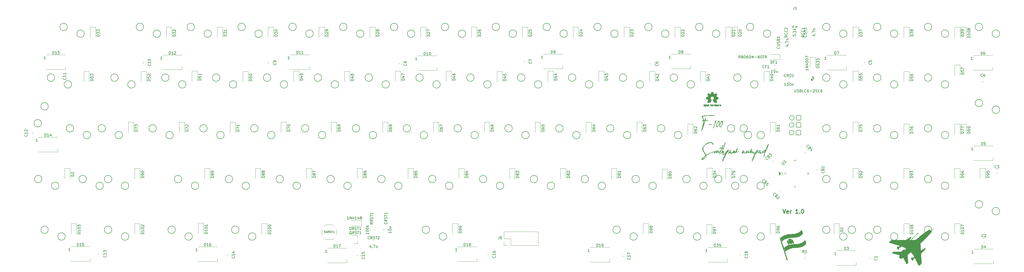
<source format=gbr>
%TF.GenerationSoftware,KiCad,Pcbnew,(5.1.6)-1*%
%TF.CreationDate,2020-09-01T10:18:49+02:00*%
%TF.ProjectId,C-60,432d3630-2e6b-4696-9361-645f70636258,rev?*%
%TF.SameCoordinates,Original*%
%TF.FileFunction,Legend,Top*%
%TF.FilePolarity,Positive*%
%FSLAX46Y46*%
G04 Gerber Fmt 4.6, Leading zero omitted, Abs format (unit mm)*
G04 Created by KiCad (PCBNEW (5.1.6)-1) date 2020-09-01 10:18:49*
%MOMM*%
%LPD*%
G01*
G04 APERTURE LIST*
%ADD10C,0.300000*%
%ADD11C,0.150000*%
%ADD12C,0.010000*%
%ADD13C,0.120000*%
%ADD14C,0.127000*%
%ADD15C,0.100000*%
G04 APERTURE END LIST*
D10*
X-148649035Y-27436071D02*
X-148149035Y-28936071D01*
X-147649035Y-27436071D01*
X-146577607Y-28864642D02*
X-146720464Y-28936071D01*
X-147006178Y-28936071D01*
X-147149035Y-28864642D01*
X-147220464Y-28721785D01*
X-147220464Y-28150357D01*
X-147149035Y-28007500D01*
X-147006178Y-27936071D01*
X-146720464Y-27936071D01*
X-146577607Y-28007500D01*
X-146506178Y-28150357D01*
X-146506178Y-28293214D01*
X-147220464Y-28436071D01*
X-145863321Y-28936071D02*
X-145863321Y-27936071D01*
X-145863321Y-28221785D02*
X-145791892Y-28078928D01*
X-145720464Y-28007500D01*
X-145577607Y-27936071D01*
X-145434750Y-27936071D01*
X-143006178Y-28936071D02*
X-143863321Y-28936071D01*
X-143434750Y-28936071D02*
X-143434750Y-27436071D01*
X-143577607Y-27650357D01*
X-143720464Y-27793214D01*
X-143863321Y-27864642D01*
X-142363321Y-28793214D02*
X-142291892Y-28864642D01*
X-142363321Y-28936071D01*
X-142434750Y-28864642D01*
X-142363321Y-28793214D01*
X-142363321Y-28936071D01*
X-141363321Y-27436071D02*
X-141220464Y-27436071D01*
X-141077607Y-27507500D01*
X-141006178Y-27578928D01*
X-140934750Y-27721785D01*
X-140863321Y-28007500D01*
X-140863321Y-28364642D01*
X-140934750Y-28650357D01*
X-141006178Y-28793214D01*
X-141077607Y-28864642D01*
X-141220464Y-28936071D01*
X-141363321Y-28936071D01*
X-141506178Y-28864642D01*
X-141577607Y-28793214D01*
X-141649035Y-28650357D01*
X-141720464Y-28364642D01*
X-141720464Y-28007500D01*
X-141649035Y-27721785D01*
X-141577607Y-27578928D01*
X-141506178Y-27507500D01*
X-141363321Y-27436071D01*
D11*
X-144526845Y41451785D02*
X-145288750Y41166071D01*
X-144526845Y40880357D01*
X-144050654Y41451785D02*
X-143288750Y41166071D01*
X-144050654Y40880357D01*
D12*
%TO.C,REF\u002A\u002A*%
G36*
X-177565006Y11986582D02*
G01*
X-177509549Y11958932D01*
X-177460602Y11908020D01*
X-177447121Y11889162D01*
X-177432436Y11864485D01*
X-177422908Y11837684D01*
X-177417457Y11801913D01*
X-177415003Y11750331D01*
X-177414464Y11682233D01*
X-177416898Y11588912D01*
X-177425356Y11518843D01*
X-177441576Y11466569D01*
X-177467296Y11426631D01*
X-177504253Y11393571D01*
X-177506968Y11391614D01*
X-177543390Y11371592D01*
X-177587248Y11361685D01*
X-177643026Y11359243D01*
X-177733702Y11359243D01*
X-177733740Y11271217D01*
X-177734584Y11222192D01*
X-177739726Y11193435D01*
X-177753163Y11176189D01*
X-177778892Y11161692D01*
X-177785071Y11158731D01*
X-177813986Y11144852D01*
X-177836374Y11136086D01*
X-177853021Y11135329D01*
X-177864714Y11145477D01*
X-177872240Y11169427D01*
X-177876384Y11210074D01*
X-177877935Y11270314D01*
X-177877679Y11353045D01*
X-177876401Y11461161D01*
X-177876002Y11493500D01*
X-177874565Y11604976D01*
X-177873278Y11677897D01*
X-177733779Y11677897D01*
X-177732995Y11616001D01*
X-177729510Y11575503D01*
X-177721626Y11548792D01*
X-177707645Y11528256D01*
X-177698153Y11518240D01*
X-177659346Y11488933D01*
X-177624987Y11486548D01*
X-177589534Y11510750D01*
X-177588636Y11511643D01*
X-177574211Y11530347D01*
X-177565437Y11555768D01*
X-177561011Y11594916D01*
X-177559632Y11654803D01*
X-177559607Y11668070D01*
X-177562938Y11750599D01*
X-177573781Y11807809D01*
X-177593410Y11842734D01*
X-177623100Y11858406D01*
X-177640259Y11859986D01*
X-177680984Y11852574D01*
X-177708918Y11828170D01*
X-177725733Y11783520D01*
X-177733100Y11715370D01*
X-177733779Y11677897D01*
X-177873278Y11677897D01*
X-177873042Y11691255D01*
X-177871073Y11756167D01*
X-177868300Y11803542D01*
X-177864362Y11837210D01*
X-177858901Y11861002D01*
X-177851558Y11878747D01*
X-177841973Y11894276D01*
X-177837863Y11900119D01*
X-177783345Y11955315D01*
X-177714414Y11986610D01*
X-177634678Y11995335D01*
X-177565006Y11986582D01*
G37*
X-177565006Y11986582D02*
X-177509549Y11958932D01*
X-177460602Y11908020D01*
X-177447121Y11889162D01*
X-177432436Y11864485D01*
X-177422908Y11837684D01*
X-177417457Y11801913D01*
X-177415003Y11750331D01*
X-177414464Y11682233D01*
X-177416898Y11588912D01*
X-177425356Y11518843D01*
X-177441576Y11466569D01*
X-177467296Y11426631D01*
X-177504253Y11393571D01*
X-177506968Y11391614D01*
X-177543390Y11371592D01*
X-177587248Y11361685D01*
X-177643026Y11359243D01*
X-177733702Y11359243D01*
X-177733740Y11271217D01*
X-177734584Y11222192D01*
X-177739726Y11193435D01*
X-177753163Y11176189D01*
X-177778892Y11161692D01*
X-177785071Y11158731D01*
X-177813986Y11144852D01*
X-177836374Y11136086D01*
X-177853021Y11135329D01*
X-177864714Y11145477D01*
X-177872240Y11169427D01*
X-177876384Y11210074D01*
X-177877935Y11270314D01*
X-177877679Y11353045D01*
X-177876401Y11461161D01*
X-177876002Y11493500D01*
X-177874565Y11604976D01*
X-177873278Y11677897D01*
X-177733779Y11677897D01*
X-177732995Y11616001D01*
X-177729510Y11575503D01*
X-177721626Y11548792D01*
X-177707645Y11528256D01*
X-177698153Y11518240D01*
X-177659346Y11488933D01*
X-177624987Y11486548D01*
X-177589534Y11510750D01*
X-177588636Y11511643D01*
X-177574211Y11530347D01*
X-177565437Y11555768D01*
X-177561011Y11594916D01*
X-177559632Y11654803D01*
X-177559607Y11668070D01*
X-177562938Y11750599D01*
X-177573781Y11807809D01*
X-177593410Y11842734D01*
X-177623100Y11858406D01*
X-177640259Y11859986D01*
X-177680984Y11852574D01*
X-177708918Y11828170D01*
X-177725733Y11783520D01*
X-177733100Y11715370D01*
X-177733779Y11677897D01*
X-177873278Y11677897D01*
X-177873042Y11691255D01*
X-177871073Y11756167D01*
X-177868300Y11803542D01*
X-177864362Y11837210D01*
X-177858901Y11861002D01*
X-177851558Y11878747D01*
X-177841973Y11894276D01*
X-177837863Y11900119D01*
X-177783345Y11955315D01*
X-177714414Y11986610D01*
X-177634678Y11995335D01*
X-177565006Y11986582D01*
G36*
X-176448657Y11978720D02*
G01*
X-176402078Y11951777D01*
X-176369693Y11925034D01*
X-176346008Y11897016D01*
X-176329691Y11862752D01*
X-176319411Y11817273D01*
X-176313836Y11755608D01*
X-176311634Y11672789D01*
X-176311379Y11613254D01*
X-176311379Y11394109D01*
X-176373064Y11366456D01*
X-176434750Y11338803D01*
X-176442007Y11578830D01*
X-176445006Y11668472D01*
X-176448152Y11733538D01*
X-176452049Y11778474D01*
X-176457303Y11807730D01*
X-176464519Y11825752D01*
X-176474300Y11836989D01*
X-176477438Y11839421D01*
X-176524989Y11858417D01*
X-176573053Y11850900D01*
X-176601664Y11830957D01*
X-176613303Y11816825D01*
X-176621359Y11798280D01*
X-176626479Y11770166D01*
X-176629309Y11727327D01*
X-176630494Y11664605D01*
X-176630693Y11599239D01*
X-176630732Y11517232D01*
X-176632136Y11459184D01*
X-176636836Y11420035D01*
X-176646763Y11394720D01*
X-176663847Y11378177D01*
X-176690018Y11365344D01*
X-176724975Y11352009D01*
X-176763154Y11337493D01*
X-176758609Y11595111D01*
X-176756779Y11687981D01*
X-176754638Y11756611D01*
X-176751569Y11805789D01*
X-176746956Y11840302D01*
X-176740182Y11864938D01*
X-176730631Y11884484D01*
X-176719116Y11901730D01*
X-176663560Y11956820D01*
X-176595770Y11988678D01*
X-176522037Y11996309D01*
X-176448657Y11978720D01*
G37*
X-176448657Y11978720D02*
X-176402078Y11951777D01*
X-176369693Y11925034D01*
X-176346008Y11897016D01*
X-176329691Y11862752D01*
X-176319411Y11817273D01*
X-176313836Y11755608D01*
X-176311634Y11672789D01*
X-176311379Y11613254D01*
X-176311379Y11394109D01*
X-176373064Y11366456D01*
X-176434750Y11338803D01*
X-176442007Y11578830D01*
X-176445006Y11668472D01*
X-176448152Y11733538D01*
X-176452049Y11778474D01*
X-176457303Y11807730D01*
X-176464519Y11825752D01*
X-176474300Y11836989D01*
X-176477438Y11839421D01*
X-176524989Y11858417D01*
X-176573053Y11850900D01*
X-176601664Y11830957D01*
X-176613303Y11816825D01*
X-176621359Y11798280D01*
X-176626479Y11770166D01*
X-176629309Y11727327D01*
X-176630494Y11664605D01*
X-176630693Y11599239D01*
X-176630732Y11517232D01*
X-176632136Y11459184D01*
X-176636836Y11420035D01*
X-176646763Y11394720D01*
X-176663847Y11378177D01*
X-176690018Y11365344D01*
X-176724975Y11352009D01*
X-176763154Y11337493D01*
X-176758609Y11595111D01*
X-176756779Y11687981D01*
X-176754638Y11756611D01*
X-176751569Y11805789D01*
X-176746956Y11840302D01*
X-176740182Y11864938D01*
X-176730631Y11884484D01*
X-176719116Y11901730D01*
X-176663560Y11956820D01*
X-176595770Y11988678D01*
X-176522037Y11996309D01*
X-176448657Y11978720D01*
G36*
X-178123635Y11984538D02*
G01*
X-178055605Y11948767D01*
X-178005399Y11891199D01*
X-177987565Y11854188D01*
X-177973687Y11798618D01*
X-177966583Y11728404D01*
X-177965910Y11651773D01*
X-177971323Y11576948D01*
X-177982480Y11512158D01*
X-177999036Y11465627D01*
X-178004124Y11457613D01*
X-178064395Y11397793D01*
X-178135981Y11361965D01*
X-178213658Y11351480D01*
X-178292202Y11367690D01*
X-178314061Y11377408D01*
X-178356628Y11407357D01*
X-178393987Y11447067D01*
X-178397518Y11452103D01*
X-178411869Y11476376D01*
X-178421356Y11502322D01*
X-178426960Y11536478D01*
X-178429664Y11585381D01*
X-178430451Y11655565D01*
X-178430464Y11671300D01*
X-178430428Y11676308D01*
X-178285321Y11676308D01*
X-178284477Y11610070D01*
X-178281154Y11566114D01*
X-178274167Y11537721D01*
X-178262334Y11518175D01*
X-178256293Y11511643D01*
X-178221564Y11486820D01*
X-178187847Y11487952D01*
X-178153755Y11509484D01*
X-178133421Y11532471D01*
X-178121379Y11566022D01*
X-178114616Y11618931D01*
X-178114152Y11625101D01*
X-178112998Y11720987D01*
X-178125062Y11792201D01*
X-178150180Y11838306D01*
X-178188190Y11858865D01*
X-178201758Y11859986D01*
X-178237386Y11854348D01*
X-178261756Y11834814D01*
X-178276657Y11797458D01*
X-178283875Y11738350D01*
X-178285321Y11676308D01*
X-178430428Y11676308D01*
X-178429924Y11746087D01*
X-178427654Y11798341D01*
X-178422682Y11834551D01*
X-178414037Y11861201D01*
X-178400745Y11884778D01*
X-178397807Y11889162D01*
X-178348437Y11948251D01*
X-178294641Y11982553D01*
X-178229148Y11996169D01*
X-178206908Y11996835D01*
X-178123635Y11984538D01*
G37*
X-178123635Y11984538D02*
X-178055605Y11948767D01*
X-178005399Y11891199D01*
X-177987565Y11854188D01*
X-177973687Y11798618D01*
X-177966583Y11728404D01*
X-177965910Y11651773D01*
X-177971323Y11576948D01*
X-177982480Y11512158D01*
X-177999036Y11465627D01*
X-178004124Y11457613D01*
X-178064395Y11397793D01*
X-178135981Y11361965D01*
X-178213658Y11351480D01*
X-178292202Y11367690D01*
X-178314061Y11377408D01*
X-178356628Y11407357D01*
X-178393987Y11447067D01*
X-178397518Y11452103D01*
X-178411869Y11476376D01*
X-178421356Y11502322D01*
X-178426960Y11536478D01*
X-178429664Y11585381D01*
X-178430451Y11655565D01*
X-178430464Y11671300D01*
X-178430428Y11676308D01*
X-178285321Y11676308D01*
X-178284477Y11610070D01*
X-178281154Y11566114D01*
X-178274167Y11537721D01*
X-178262334Y11518175D01*
X-178256293Y11511643D01*
X-178221564Y11486820D01*
X-178187847Y11487952D01*
X-178153755Y11509484D01*
X-178133421Y11532471D01*
X-178121379Y11566022D01*
X-178114616Y11618931D01*
X-178114152Y11625101D01*
X-178112998Y11720987D01*
X-178125062Y11792201D01*
X-178150180Y11838306D01*
X-178188190Y11858865D01*
X-178201758Y11859986D01*
X-178237386Y11854348D01*
X-178261756Y11834814D01*
X-178276657Y11797458D01*
X-178283875Y11738350D01*
X-178285321Y11676308D01*
X-178430428Y11676308D01*
X-178429924Y11746087D01*
X-178427654Y11798341D01*
X-178422682Y11834551D01*
X-178414037Y11861201D01*
X-178400745Y11884778D01*
X-178397807Y11889162D01*
X-178348437Y11948251D01*
X-178294641Y11982553D01*
X-178229148Y11996169D01*
X-178206908Y11996835D01*
X-178123635Y11984538D01*
G36*
X-176996447Y11975261D02*
G01*
X-176939223Y11936765D01*
X-176895001Y11881165D01*
X-176868583Y11810414D01*
X-176863240Y11758338D01*
X-176863847Y11736607D01*
X-176868928Y11719969D01*
X-176882895Y11705063D01*
X-176910161Y11688527D01*
X-176955138Y11667002D01*
X-177022239Y11637126D01*
X-177022579Y11636976D01*
X-177084343Y11608687D01*
X-177134991Y11583567D01*
X-177169346Y11564321D01*
X-177182232Y11553652D01*
X-177182236Y11553566D01*
X-177170878Y11530334D01*
X-177144319Y11504726D01*
X-177113827Y11486279D01*
X-177098380Y11482614D01*
X-177056235Y11495288D01*
X-177019942Y11527029D01*
X-177002233Y11561928D01*
X-176985198Y11587655D01*
X-176951828Y11616954D01*
X-176912601Y11642265D01*
X-176877994Y11656029D01*
X-176870757Y11656786D01*
X-176862611Y11644340D01*
X-176862120Y11612528D01*
X-176868107Y11569634D01*
X-176879393Y11523942D01*
X-176894800Y11483739D01*
X-176895579Y11482178D01*
X-176941946Y11417438D01*
X-177002039Y11373403D01*
X-177070285Y11351789D01*
X-177141112Y11354315D01*
X-177208946Y11382696D01*
X-177211962Y11384692D01*
X-177265323Y11433052D01*
X-177300410Y11496148D01*
X-177319828Y11579113D01*
X-177322434Y11602422D01*
X-177327049Y11712445D01*
X-177321517Y11763752D01*
X-177182236Y11763752D01*
X-177180426Y11731747D01*
X-177170528Y11722407D01*
X-177145852Y11729395D01*
X-177106955Y11745913D01*
X-177063475Y11766619D01*
X-177062394Y11767167D01*
X-177025541Y11786551D01*
X-177010750Y11799487D01*
X-177014397Y11813049D01*
X-177029755Y11830868D01*
X-177068827Y11856655D01*
X-177110904Y11858550D01*
X-177148647Y11839783D01*
X-177174716Y11803585D01*
X-177182236Y11763752D01*
X-177321517Y11763752D01*
X-177317556Y11800473D01*
X-177293200Y11870288D01*
X-177259294Y11919198D01*
X-177198097Y11968622D01*
X-177130687Y11993141D01*
X-177061870Y11994703D01*
X-176996447Y11975261D01*
G37*
X-176996447Y11975261D02*
X-176939223Y11936765D01*
X-176895001Y11881165D01*
X-176868583Y11810414D01*
X-176863240Y11758338D01*
X-176863847Y11736607D01*
X-176868928Y11719969D01*
X-176882895Y11705063D01*
X-176910161Y11688527D01*
X-176955138Y11667002D01*
X-177022239Y11637126D01*
X-177022579Y11636976D01*
X-177084343Y11608687D01*
X-177134991Y11583567D01*
X-177169346Y11564321D01*
X-177182232Y11553652D01*
X-177182236Y11553566D01*
X-177170878Y11530334D01*
X-177144319Y11504726D01*
X-177113827Y11486279D01*
X-177098380Y11482614D01*
X-177056235Y11495288D01*
X-177019942Y11527029D01*
X-177002233Y11561928D01*
X-176985198Y11587655D01*
X-176951828Y11616954D01*
X-176912601Y11642265D01*
X-176877994Y11656029D01*
X-176870757Y11656786D01*
X-176862611Y11644340D01*
X-176862120Y11612528D01*
X-176868107Y11569634D01*
X-176879393Y11523942D01*
X-176894800Y11483739D01*
X-176895579Y11482178D01*
X-176941946Y11417438D01*
X-177002039Y11373403D01*
X-177070285Y11351789D01*
X-177141112Y11354315D01*
X-177208946Y11382696D01*
X-177211962Y11384692D01*
X-177265323Y11433052D01*
X-177300410Y11496148D01*
X-177319828Y11579113D01*
X-177322434Y11602422D01*
X-177327049Y11712445D01*
X-177321517Y11763752D01*
X-177182236Y11763752D01*
X-177180426Y11731747D01*
X-177170528Y11722407D01*
X-177145852Y11729395D01*
X-177106955Y11745913D01*
X-177063475Y11766619D01*
X-177062394Y11767167D01*
X-177025541Y11786551D01*
X-177010750Y11799487D01*
X-177014397Y11813049D01*
X-177029755Y11830868D01*
X-177068827Y11856655D01*
X-177110904Y11858550D01*
X-177148647Y11839783D01*
X-177174716Y11803585D01*
X-177182236Y11763752D01*
X-177321517Y11763752D01*
X-177317556Y11800473D01*
X-177293200Y11870288D01*
X-177259294Y11919198D01*
X-177198097Y11968622D01*
X-177130687Y11993141D01*
X-177061870Y11994703D01*
X-176996447Y11975261D01*
G36*
X-175788864Y12055211D02*
G01*
X-175784611Y11995887D01*
X-175779725Y11960928D01*
X-175772955Y11945680D01*
X-175763048Y11945485D01*
X-175759836Y11947305D01*
X-175717106Y11960485D01*
X-175661523Y11959715D01*
X-175605013Y11946167D01*
X-175569668Y11928639D01*
X-175533429Y11900639D01*
X-175506937Y11868951D01*
X-175488751Y11828687D01*
X-175477428Y11774957D01*
X-175471528Y11702874D01*
X-175469607Y11607549D01*
X-175469573Y11589263D01*
X-175469550Y11383854D01*
X-175515259Y11367920D01*
X-175547723Y11357080D01*
X-175565535Y11352032D01*
X-175566059Y11351986D01*
X-175567813Y11365672D01*
X-175569306Y11403424D01*
X-175570424Y11460276D01*
X-175571053Y11531266D01*
X-175571150Y11574427D01*
X-175571352Y11659527D01*
X-175572392Y11720519D01*
X-175574919Y11762323D01*
X-175579586Y11789858D01*
X-175587043Y11808044D01*
X-175597939Y11821802D01*
X-175604743Y11828427D01*
X-175651478Y11855125D01*
X-175702478Y11857125D01*
X-175748749Y11834545D01*
X-175757306Y11826393D01*
X-175769857Y11811064D01*
X-175778562Y11792882D01*
X-175784119Y11766591D01*
X-175787224Y11726938D01*
X-175788574Y11668668D01*
X-175788864Y11588327D01*
X-175788864Y11383854D01*
X-175834573Y11367920D01*
X-175867037Y11357080D01*
X-175884849Y11352032D01*
X-175885373Y11351986D01*
X-175886713Y11365877D01*
X-175887922Y11405061D01*
X-175888949Y11465800D01*
X-175889748Y11544359D01*
X-175890269Y11637002D01*
X-175890464Y11739991D01*
X-175890464Y12137158D01*
X-175843293Y12157056D01*
X-175796121Y12176953D01*
X-175788864Y12055211D01*
G37*
X-175788864Y12055211D02*
X-175784611Y11995887D01*
X-175779725Y11960928D01*
X-175772955Y11945680D01*
X-175763048Y11945485D01*
X-175759836Y11947305D01*
X-175717106Y11960485D01*
X-175661523Y11959715D01*
X-175605013Y11946167D01*
X-175569668Y11928639D01*
X-175533429Y11900639D01*
X-175506937Y11868951D01*
X-175488751Y11828687D01*
X-175477428Y11774957D01*
X-175471528Y11702874D01*
X-175469607Y11607549D01*
X-175469573Y11589263D01*
X-175469550Y11383854D01*
X-175515259Y11367920D01*
X-175547723Y11357080D01*
X-175565535Y11352032D01*
X-175566059Y11351986D01*
X-175567813Y11365672D01*
X-175569306Y11403424D01*
X-175570424Y11460276D01*
X-175571053Y11531266D01*
X-175571150Y11574427D01*
X-175571352Y11659527D01*
X-175572392Y11720519D01*
X-175574919Y11762323D01*
X-175579586Y11789858D01*
X-175587043Y11808044D01*
X-175597939Y11821802D01*
X-175604743Y11828427D01*
X-175651478Y11855125D01*
X-175702478Y11857125D01*
X-175748749Y11834545D01*
X-175757306Y11826393D01*
X-175769857Y11811064D01*
X-175778562Y11792882D01*
X-175784119Y11766591D01*
X-175787224Y11726938D01*
X-175788574Y11668668D01*
X-175788864Y11588327D01*
X-175788864Y11383854D01*
X-175834573Y11367920D01*
X-175867037Y11357080D01*
X-175884849Y11352032D01*
X-175885373Y11351986D01*
X-175886713Y11365877D01*
X-175887922Y11405061D01*
X-175888949Y11465800D01*
X-175889748Y11544359D01*
X-175890269Y11637002D01*
X-175890464Y11739991D01*
X-175890464Y12137158D01*
X-175843293Y12157056D01*
X-175796121Y12176953D01*
X-175788864Y12055211D01*
G36*
X-175125006Y11955532D02*
G01*
X-175068134Y11934413D01*
X-175067483Y11934007D01*
X-175032310Y11908120D01*
X-175006343Y11877867D01*
X-174988080Y11838442D01*
X-174976018Y11785038D01*
X-174968654Y11712849D01*
X-174964486Y11617068D01*
X-174964121Y11603422D01*
X-174958874Y11397658D01*
X-175003034Y11374822D01*
X-175034987Y11359390D01*
X-175054280Y11352077D01*
X-175055172Y11351986D01*
X-175058511Y11365478D01*
X-175061163Y11401874D01*
X-175062794Y11455048D01*
X-175063150Y11498107D01*
X-175063158Y11567859D01*
X-175066347Y11611663D01*
X-175077462Y11632556D01*
X-175101249Y11633575D01*
X-175142454Y11617759D01*
X-175204664Y11588685D01*
X-175250409Y11564537D01*
X-175273937Y11543587D01*
X-175280854Y11520753D01*
X-175280864Y11519623D01*
X-175269451Y11480288D01*
X-175235658Y11459038D01*
X-175183941Y11455961D01*
X-175146689Y11456494D01*
X-175127047Y11445765D01*
X-175114798Y11419995D01*
X-175107748Y11387163D01*
X-175117908Y11368534D01*
X-175121733Y11365868D01*
X-175157749Y11355160D01*
X-175208184Y11353644D01*
X-175260124Y11360741D01*
X-175296928Y11373712D01*
X-175347812Y11416915D01*
X-175376736Y11477054D01*
X-175382464Y11524038D01*
X-175378093Y11566418D01*
X-175362275Y11601012D01*
X-175330953Y11631737D01*
X-175280072Y11662510D01*
X-175205574Y11697248D01*
X-175201036Y11699212D01*
X-175133929Y11730213D01*
X-175092518Y11755638D01*
X-175074769Y11778486D01*
X-175078643Y11801755D01*
X-175102107Y11828444D01*
X-175109123Y11834586D01*
X-175156120Y11858400D01*
X-175204817Y11857397D01*
X-175247228Y11834049D01*
X-175275366Y11790825D01*
X-175277981Y11782340D01*
X-175303442Y11741192D01*
X-175335749Y11721372D01*
X-175382464Y11701730D01*
X-175382464Y11752550D01*
X-175368254Y11826418D01*
X-175326075Y11894173D01*
X-175304126Y11916839D01*
X-175254233Y11945931D01*
X-175190783Y11959100D01*
X-175125006Y11955532D01*
G37*
X-175125006Y11955532D02*
X-175068134Y11934413D01*
X-175067483Y11934007D01*
X-175032310Y11908120D01*
X-175006343Y11877867D01*
X-174988080Y11838442D01*
X-174976018Y11785038D01*
X-174968654Y11712849D01*
X-174964486Y11617068D01*
X-174964121Y11603422D01*
X-174958874Y11397658D01*
X-175003034Y11374822D01*
X-175034987Y11359390D01*
X-175054280Y11352077D01*
X-175055172Y11351986D01*
X-175058511Y11365478D01*
X-175061163Y11401874D01*
X-175062794Y11455048D01*
X-175063150Y11498107D01*
X-175063158Y11567859D01*
X-175066347Y11611663D01*
X-175077462Y11632556D01*
X-175101249Y11633575D01*
X-175142454Y11617759D01*
X-175204664Y11588685D01*
X-175250409Y11564537D01*
X-175273937Y11543587D01*
X-175280854Y11520753D01*
X-175280864Y11519623D01*
X-175269451Y11480288D01*
X-175235658Y11459038D01*
X-175183941Y11455961D01*
X-175146689Y11456494D01*
X-175127047Y11445765D01*
X-175114798Y11419995D01*
X-175107748Y11387163D01*
X-175117908Y11368534D01*
X-175121733Y11365868D01*
X-175157749Y11355160D01*
X-175208184Y11353644D01*
X-175260124Y11360741D01*
X-175296928Y11373712D01*
X-175347812Y11416915D01*
X-175376736Y11477054D01*
X-175382464Y11524038D01*
X-175378093Y11566418D01*
X-175362275Y11601012D01*
X-175330953Y11631737D01*
X-175280072Y11662510D01*
X-175205574Y11697248D01*
X-175201036Y11699212D01*
X-175133929Y11730213D01*
X-175092518Y11755638D01*
X-175074769Y11778486D01*
X-175078643Y11801755D01*
X-175102107Y11828444D01*
X-175109123Y11834586D01*
X-175156120Y11858400D01*
X-175204817Y11857397D01*
X-175247228Y11834049D01*
X-175275366Y11790825D01*
X-175277981Y11782340D01*
X-175303442Y11741192D01*
X-175335749Y11721372D01*
X-175382464Y11701730D01*
X-175382464Y11752550D01*
X-175368254Y11826418D01*
X-175326075Y11894173D01*
X-175304126Y11916839D01*
X-175254233Y11945931D01*
X-175190783Y11959100D01*
X-175125006Y11955532D01*
G36*
X-174634824Y11956745D02*
G01*
X-174568892Y11932416D01*
X-174515477Y11889383D01*
X-174494586Y11859091D01*
X-174471811Y11803506D01*
X-174472284Y11763314D01*
X-174496188Y11736283D01*
X-174505033Y11731687D01*
X-174543220Y11717356D01*
X-174562722Y11721028D01*
X-174569328Y11745093D01*
X-174569664Y11758386D01*
X-174581758Y11807290D01*
X-174613279Y11841501D01*
X-174657091Y11858024D01*
X-174706055Y11853866D01*
X-174745856Y11832273D01*
X-174759300Y11819956D01*
X-174768829Y11805013D01*
X-174775265Y11782425D01*
X-174779433Y11747172D01*
X-174782153Y11694234D01*
X-174784248Y11618593D01*
X-174784790Y11594643D01*
X-174786769Y11512710D01*
X-174789019Y11455045D01*
X-174792393Y11416892D01*
X-174797744Y11393496D01*
X-174805926Y11380102D01*
X-174817791Y11371955D01*
X-174825388Y11368356D01*
X-174857648Y11356048D01*
X-174876639Y11351986D01*
X-174882914Y11365552D01*
X-174886744Y11406566D01*
X-174888150Y11475501D01*
X-174887152Y11572831D01*
X-174886842Y11587843D01*
X-174884649Y11676641D01*
X-174882057Y11741481D01*
X-174878368Y11787433D01*
X-174872886Y11819565D01*
X-174864915Y11842947D01*
X-174853757Y11862648D01*
X-174847920Y11871090D01*
X-174814454Y11908443D01*
X-174777023Y11937497D01*
X-174772441Y11940033D01*
X-174705324Y11960057D01*
X-174634824Y11956745D01*
G37*
X-174634824Y11956745D02*
X-174568892Y11932416D01*
X-174515477Y11889383D01*
X-174494586Y11859091D01*
X-174471811Y11803506D01*
X-174472284Y11763314D01*
X-174496188Y11736283D01*
X-174505033Y11731687D01*
X-174543220Y11717356D01*
X-174562722Y11721028D01*
X-174569328Y11745093D01*
X-174569664Y11758386D01*
X-174581758Y11807290D01*
X-174613279Y11841501D01*
X-174657091Y11858024D01*
X-174706055Y11853866D01*
X-174745856Y11832273D01*
X-174759300Y11819956D01*
X-174768829Y11805013D01*
X-174775265Y11782425D01*
X-174779433Y11747172D01*
X-174782153Y11694234D01*
X-174784248Y11618593D01*
X-174784790Y11594643D01*
X-174786769Y11512710D01*
X-174789019Y11455045D01*
X-174792393Y11416892D01*
X-174797744Y11393496D01*
X-174805926Y11380102D01*
X-174817791Y11371955D01*
X-174825388Y11368356D01*
X-174857648Y11356048D01*
X-174876639Y11351986D01*
X-174882914Y11365552D01*
X-174886744Y11406566D01*
X-174888150Y11475501D01*
X-174887152Y11572831D01*
X-174886842Y11587843D01*
X-174884649Y11676641D01*
X-174882057Y11741481D01*
X-174878368Y11787433D01*
X-174872886Y11819565D01*
X-174864915Y11842947D01*
X-174853757Y11862648D01*
X-174847920Y11871090D01*
X-174814454Y11908443D01*
X-174777023Y11937497D01*
X-174772441Y11940033D01*
X-174705324Y11960057D01*
X-174634824Y11956745D01*
G36*
X-173974633Y11841142D02*
G01*
X-173974817Y11732663D01*
X-173975531Y11649213D01*
X-173977075Y11586796D01*
X-173979749Y11541415D01*
X-173983856Y11509071D01*
X-173989695Y11485767D01*
X-173997568Y11467505D01*
X-174003529Y11457082D01*
X-174052895Y11400555D01*
X-174115486Y11365123D01*
X-174184737Y11352410D01*
X-174254082Y11364037D01*
X-174295375Y11384932D01*
X-174338725Y11421078D01*
X-174368269Y11465224D01*
X-174386095Y11523038D01*
X-174394287Y11600187D01*
X-174395448Y11656786D01*
X-174395292Y11660853D01*
X-174293893Y11660853D01*
X-174293274Y11595950D01*
X-174290436Y11552986D01*
X-174283910Y11524878D01*
X-174272227Y11504547D01*
X-174258267Y11489212D01*
X-174211385Y11459610D01*
X-174161049Y11457081D01*
X-174113474Y11481795D01*
X-174109771Y11485144D01*
X-174093967Y11502565D01*
X-174084057Y11523291D01*
X-174078692Y11554138D01*
X-174076522Y11601923D01*
X-174076179Y11654752D01*
X-174076923Y11721119D01*
X-174080002Y11765394D01*
X-174086689Y11794491D01*
X-174098254Y11815327D01*
X-174107737Y11826393D01*
X-174151790Y11854302D01*
X-174202526Y11857657D01*
X-174250954Y11836341D01*
X-174260300Y11828427D01*
X-174276210Y11810853D01*
X-174286140Y11789913D01*
X-174291472Y11758718D01*
X-174293587Y11710378D01*
X-174293893Y11660853D01*
X-174395292Y11660853D01*
X-174391940Y11747932D01*
X-174380024Y11816414D01*
X-174357615Y11867900D01*
X-174322626Y11908057D01*
X-174295375Y11928639D01*
X-174245843Y11950875D01*
X-174188434Y11961196D01*
X-174135068Y11958433D01*
X-174105207Y11947288D01*
X-174093489Y11944117D01*
X-174085713Y11955943D01*
X-174080285Y11987634D01*
X-174076179Y12035907D01*
X-174071683Y12089671D01*
X-174065437Y12122018D01*
X-174054074Y12140515D01*
X-174034222Y12152730D01*
X-174021750Y12158138D01*
X-173974579Y12177899D01*
X-173974633Y11841142D01*
G37*
X-173974633Y11841142D02*
X-173974817Y11732663D01*
X-173975531Y11649213D01*
X-173977075Y11586796D01*
X-173979749Y11541415D01*
X-173983856Y11509071D01*
X-173989695Y11485767D01*
X-173997568Y11467505D01*
X-174003529Y11457082D01*
X-174052895Y11400555D01*
X-174115486Y11365123D01*
X-174184737Y11352410D01*
X-174254082Y11364037D01*
X-174295375Y11384932D01*
X-174338725Y11421078D01*
X-174368269Y11465224D01*
X-174386095Y11523038D01*
X-174394287Y11600187D01*
X-174395448Y11656786D01*
X-174395292Y11660853D01*
X-174293893Y11660853D01*
X-174293274Y11595950D01*
X-174290436Y11552986D01*
X-174283910Y11524878D01*
X-174272227Y11504547D01*
X-174258267Y11489212D01*
X-174211385Y11459610D01*
X-174161049Y11457081D01*
X-174113474Y11481795D01*
X-174109771Y11485144D01*
X-174093967Y11502565D01*
X-174084057Y11523291D01*
X-174078692Y11554138D01*
X-174076522Y11601923D01*
X-174076179Y11654752D01*
X-174076923Y11721119D01*
X-174080002Y11765394D01*
X-174086689Y11794491D01*
X-174098254Y11815327D01*
X-174107737Y11826393D01*
X-174151790Y11854302D01*
X-174202526Y11857657D01*
X-174250954Y11836341D01*
X-174260300Y11828427D01*
X-174276210Y11810853D01*
X-174286140Y11789913D01*
X-174291472Y11758718D01*
X-174293587Y11710378D01*
X-174293893Y11660853D01*
X-174395292Y11660853D01*
X-174391940Y11747932D01*
X-174380024Y11816414D01*
X-174357615Y11867900D01*
X-174322626Y11908057D01*
X-174295375Y11928639D01*
X-174245843Y11950875D01*
X-174188434Y11961196D01*
X-174135068Y11958433D01*
X-174105207Y11947288D01*
X-174093489Y11944117D01*
X-174085713Y11955943D01*
X-174080285Y11987634D01*
X-174076179Y12035907D01*
X-174071683Y12089671D01*
X-174065437Y12122018D01*
X-174054074Y12140515D01*
X-174034222Y12152730D01*
X-174021750Y12158138D01*
X-173974579Y12177899D01*
X-173974633Y11841142D01*
G36*
X-173384917Y11947837D02*
G01*
X-173382702Y11909650D01*
X-173380966Y11851614D01*
X-173379851Y11778320D01*
X-173379493Y11701445D01*
X-173379493Y11441304D01*
X-173425424Y11395373D01*
X-173457075Y11367071D01*
X-173484860Y11355607D01*
X-173522835Y11356332D01*
X-173537910Y11358179D01*
X-173585024Y11363552D01*
X-173623994Y11366631D01*
X-173633493Y11366915D01*
X-173665517Y11365055D01*
X-173711318Y11360386D01*
X-173729076Y11358179D01*
X-173772693Y11354765D01*
X-173802005Y11362180D01*
X-173831070Y11385073D01*
X-173841562Y11395373D01*
X-173887493Y11441304D01*
X-173887493Y11927898D01*
X-173850524Y11944742D01*
X-173818691Y11957218D01*
X-173800067Y11961586D01*
X-173795292Y11947782D01*
X-173790829Y11909214D01*
X-173786975Y11850144D01*
X-173784028Y11774837D01*
X-173782607Y11711214D01*
X-173778636Y11460843D01*
X-173743991Y11455944D01*
X-173712482Y11459369D01*
X-173697042Y11470459D01*
X-173692727Y11491192D01*
X-173689042Y11535355D01*
X-173686281Y11597354D01*
X-173684738Y11671591D01*
X-173684515Y11709794D01*
X-173684293Y11929717D01*
X-173638584Y11945651D01*
X-173606232Y11956485D01*
X-173588635Y11961538D01*
X-173588127Y11961586D01*
X-173586362Y11947852D01*
X-173584421Y11909770D01*
X-173582468Y11852018D01*
X-173580666Y11779273D01*
X-173579407Y11711214D01*
X-173575436Y11460843D01*
X-173488350Y11460843D01*
X-173484354Y11689260D01*
X-173480358Y11917678D01*
X-173437903Y11939632D01*
X-173406558Y11954707D01*
X-173388006Y11961549D01*
X-173387471Y11961586D01*
X-173384917Y11947837D01*
G37*
X-173384917Y11947837D02*
X-173382702Y11909650D01*
X-173380966Y11851614D01*
X-173379851Y11778320D01*
X-173379493Y11701445D01*
X-173379493Y11441304D01*
X-173425424Y11395373D01*
X-173457075Y11367071D01*
X-173484860Y11355607D01*
X-173522835Y11356332D01*
X-173537910Y11358179D01*
X-173585024Y11363552D01*
X-173623994Y11366631D01*
X-173633493Y11366915D01*
X-173665517Y11365055D01*
X-173711318Y11360386D01*
X-173729076Y11358179D01*
X-173772693Y11354765D01*
X-173802005Y11362180D01*
X-173831070Y11385073D01*
X-173841562Y11395373D01*
X-173887493Y11441304D01*
X-173887493Y11927898D01*
X-173850524Y11944742D01*
X-173818691Y11957218D01*
X-173800067Y11961586D01*
X-173795292Y11947782D01*
X-173790829Y11909214D01*
X-173786975Y11850144D01*
X-173784028Y11774837D01*
X-173782607Y11711214D01*
X-173778636Y11460843D01*
X-173743991Y11455944D01*
X-173712482Y11459369D01*
X-173697042Y11470459D01*
X-173692727Y11491192D01*
X-173689042Y11535355D01*
X-173686281Y11597354D01*
X-173684738Y11671591D01*
X-173684515Y11709794D01*
X-173684293Y11929717D01*
X-173638584Y11945651D01*
X-173606232Y11956485D01*
X-173588635Y11961538D01*
X-173588127Y11961586D01*
X-173586362Y11947852D01*
X-173584421Y11909770D01*
X-173582468Y11852018D01*
X-173580666Y11779273D01*
X-173579407Y11711214D01*
X-173575436Y11460843D01*
X-173488350Y11460843D01*
X-173484354Y11689260D01*
X-173480358Y11917678D01*
X-173437903Y11939632D01*
X-173406558Y11954707D01*
X-173388006Y11961549D01*
X-173387471Y11961586D01*
X-173384917Y11947837D01*
G36*
X-173019874Y11950165D02*
G01*
X-172978083Y11931156D01*
X-172945281Y11908122D01*
X-172921247Y11882367D01*
X-172904653Y11849142D01*
X-172894173Y11803700D01*
X-172888479Y11741293D01*
X-172886243Y11657173D01*
X-172886007Y11601779D01*
X-172886007Y11385674D01*
X-172922976Y11368830D01*
X-172952094Y11356519D01*
X-172966519Y11351986D01*
X-172969278Y11365475D01*
X-172971468Y11401847D01*
X-172972808Y11454958D01*
X-172973093Y11497128D01*
X-172974316Y11558053D01*
X-172977614Y11606385D01*
X-172982429Y11635982D01*
X-172986254Y11642271D01*
X-173011967Y11635848D01*
X-173052332Y11619375D01*
X-173099071Y11597042D01*
X-173143905Y11573043D01*
X-173178557Y11551570D01*
X-173194748Y11536815D01*
X-173194812Y11536655D01*
X-173193420Y11509348D01*
X-173180932Y11483281D01*
X-173159007Y11462108D01*
X-173127007Y11455026D01*
X-173099658Y11455851D01*
X-173060924Y11456458D01*
X-173040592Y11447384D01*
X-173028381Y11423408D01*
X-173026841Y11418887D01*
X-173021547Y11384694D01*
X-173035703Y11363932D01*
X-173072602Y11354038D01*
X-173112461Y11352208D01*
X-173184188Y11365773D01*
X-173221318Y11385145D01*
X-173267174Y11430655D01*
X-173291494Y11486517D01*
X-173293677Y11545543D01*
X-173273121Y11600547D01*
X-173242201Y11635014D01*
X-173211330Y11654311D01*
X-173162808Y11678741D01*
X-173106265Y11703515D01*
X-173096840Y11707301D01*
X-173034731Y11734709D01*
X-172998928Y11758866D01*
X-172987413Y11782881D01*
X-172998170Y11809865D01*
X-173016636Y11830957D01*
X-173060281Y11856928D01*
X-173108304Y11858876D01*
X-173152344Y11838863D01*
X-173184041Y11798949D01*
X-173188201Y11788652D01*
X-173212423Y11750776D01*
X-173247785Y11722658D01*
X-173292407Y11699583D01*
X-173292407Y11765015D01*
X-173289781Y11804994D01*
X-173278520Y11836503D01*
X-173253551Y11870122D01*
X-173229581Y11896016D01*
X-173192309Y11932683D01*
X-173163349Y11952379D01*
X-173132245Y11960280D01*
X-173097037Y11961586D01*
X-173019874Y11950165D01*
G37*
X-173019874Y11950165D02*
X-172978083Y11931156D01*
X-172945281Y11908122D01*
X-172921247Y11882367D01*
X-172904653Y11849142D01*
X-172894173Y11803700D01*
X-172888479Y11741293D01*
X-172886243Y11657173D01*
X-172886007Y11601779D01*
X-172886007Y11385674D01*
X-172922976Y11368830D01*
X-172952094Y11356519D01*
X-172966519Y11351986D01*
X-172969278Y11365475D01*
X-172971468Y11401847D01*
X-172972808Y11454958D01*
X-172973093Y11497128D01*
X-172974316Y11558053D01*
X-172977614Y11606385D01*
X-172982429Y11635982D01*
X-172986254Y11642271D01*
X-173011967Y11635848D01*
X-173052332Y11619375D01*
X-173099071Y11597042D01*
X-173143905Y11573043D01*
X-173178557Y11551570D01*
X-173194748Y11536815D01*
X-173194812Y11536655D01*
X-173193420Y11509348D01*
X-173180932Y11483281D01*
X-173159007Y11462108D01*
X-173127007Y11455026D01*
X-173099658Y11455851D01*
X-173060924Y11456458D01*
X-173040592Y11447384D01*
X-173028381Y11423408D01*
X-173026841Y11418887D01*
X-173021547Y11384694D01*
X-173035703Y11363932D01*
X-173072602Y11354038D01*
X-173112461Y11352208D01*
X-173184188Y11365773D01*
X-173221318Y11385145D01*
X-173267174Y11430655D01*
X-173291494Y11486517D01*
X-173293677Y11545543D01*
X-173273121Y11600547D01*
X-173242201Y11635014D01*
X-173211330Y11654311D01*
X-173162808Y11678741D01*
X-173106265Y11703515D01*
X-173096840Y11707301D01*
X-173034731Y11734709D01*
X-172998928Y11758866D01*
X-172987413Y11782881D01*
X-172998170Y11809865D01*
X-173016636Y11830957D01*
X-173060281Y11856928D01*
X-173108304Y11858876D01*
X-173152344Y11838863D01*
X-173184041Y11798949D01*
X-173188201Y11788652D01*
X-173212423Y11750776D01*
X-173247785Y11722658D01*
X-173292407Y11699583D01*
X-173292407Y11765015D01*
X-173289781Y11804994D01*
X-173278520Y11836503D01*
X-173253551Y11870122D01*
X-173229581Y11896016D01*
X-173192309Y11932683D01*
X-173163349Y11952379D01*
X-173132245Y11960280D01*
X-173097037Y11961586D01*
X-173019874Y11950165D01*
G36*
X-172512150Y11947748D02*
G01*
X-172494802Y11940166D01*
X-172453394Y11907372D01*
X-172417985Y11859953D01*
X-172396086Y11809349D01*
X-172392521Y11784402D01*
X-172404471Y11749573D01*
X-172430683Y11731143D01*
X-172458786Y11719984D01*
X-172471655Y11717928D01*
X-172477921Y11732851D01*
X-172490294Y11765325D01*
X-172495722Y11779998D01*
X-172526160Y11830756D01*
X-172570230Y11856073D01*
X-172626740Y11855294D01*
X-172630925Y11854297D01*
X-172661095Y11839993D01*
X-172683274Y11812107D01*
X-172698423Y11767213D01*
X-172707500Y11701885D01*
X-172711464Y11612696D01*
X-172711836Y11565239D01*
X-172712020Y11490429D01*
X-172713228Y11439431D01*
X-172716441Y11407029D01*
X-172722641Y11388005D01*
X-172732810Y11377144D01*
X-172747931Y11369228D01*
X-172748804Y11368830D01*
X-172777922Y11356519D01*
X-172792347Y11351986D01*
X-172794564Y11365691D01*
X-172796461Y11403575D01*
X-172797903Y11460785D01*
X-172798752Y11532473D01*
X-172798921Y11584935D01*
X-172798058Y11686453D01*
X-172794680Y11763468D01*
X-172787608Y11820477D01*
X-172775662Y11861974D01*
X-172757660Y11892457D01*
X-172732423Y11916420D01*
X-172707503Y11933145D01*
X-172647579Y11955403D01*
X-172577839Y11960424D01*
X-172512150Y11947748D01*
G37*
X-172512150Y11947748D02*
X-172494802Y11940166D01*
X-172453394Y11907372D01*
X-172417985Y11859953D01*
X-172396086Y11809349D01*
X-172392521Y11784402D01*
X-172404471Y11749573D01*
X-172430683Y11731143D01*
X-172458786Y11719984D01*
X-172471655Y11717928D01*
X-172477921Y11732851D01*
X-172490294Y11765325D01*
X-172495722Y11779998D01*
X-172526160Y11830756D01*
X-172570230Y11856073D01*
X-172626740Y11855294D01*
X-172630925Y11854297D01*
X-172661095Y11839993D01*
X-172683274Y11812107D01*
X-172698423Y11767213D01*
X-172707500Y11701885D01*
X-172711464Y11612696D01*
X-172711836Y11565239D01*
X-172712020Y11490429D01*
X-172713228Y11439431D01*
X-172716441Y11407029D01*
X-172722641Y11388005D01*
X-172732810Y11377144D01*
X-172747931Y11369228D01*
X-172748804Y11368830D01*
X-172777922Y11356519D01*
X-172792347Y11351986D01*
X-172794564Y11365691D01*
X-172796461Y11403575D01*
X-172797903Y11460785D01*
X-172798752Y11532473D01*
X-172798921Y11584935D01*
X-172798058Y11686453D01*
X-172794680Y11763468D01*
X-172787608Y11820477D01*
X-172775662Y11861974D01*
X-172757660Y11892457D01*
X-172732423Y11916420D01*
X-172707503Y11933145D01*
X-172647579Y11955403D01*
X-172577839Y11960424D01*
X-172512150Y11947748D01*
G36*
X-172011155Y11939534D02*
G01*
X-171953729Y11902003D01*
X-171926031Y11868404D01*
X-171904088Y11807436D01*
X-171902345Y11759192D01*
X-171906293Y11694684D01*
X-172055064Y11629566D01*
X-172127401Y11596298D01*
X-172174666Y11569536D01*
X-172199243Y11546356D01*
X-172203513Y11523833D01*
X-172189861Y11499045D01*
X-172174807Y11482614D01*
X-172131004Y11456265D01*
X-172083361Y11454419D01*
X-172039605Y11474954D01*
X-172007461Y11515748D01*
X-172001712Y11530153D01*
X-171974174Y11575144D01*
X-171942492Y11594318D01*
X-171899036Y11610721D01*
X-171899036Y11548534D01*
X-171902878Y11506217D01*
X-171917927Y11470531D01*
X-171949470Y11429557D01*
X-171954158Y11424233D01*
X-171989244Y11387780D01*
X-172019403Y11368217D01*
X-172057135Y11359217D01*
X-172088415Y11356270D01*
X-172144365Y11355535D01*
X-172184195Y11364840D01*
X-172209042Y11378654D01*
X-172248094Y11409033D01*
X-172275125Y11441887D01*
X-172292233Y11483206D01*
X-172301512Y11538979D01*
X-172305057Y11615195D01*
X-172305340Y11653878D01*
X-172304378Y11700253D01*
X-172216743Y11700253D01*
X-172215727Y11675374D01*
X-172213194Y11671300D01*
X-172196476Y11676835D01*
X-172160501Y11691483D01*
X-172112419Y11712310D01*
X-172102364Y11716786D01*
X-172041598Y11747686D01*
X-172008118Y11774843D01*
X-172000760Y11800280D01*
X-172018359Y11826019D01*
X-172032894Y11837391D01*
X-172085340Y11860136D01*
X-172134428Y11856378D01*
X-172175523Y11828616D01*
X-172203992Y11779348D01*
X-172213119Y11740243D01*
X-172216743Y11700253D01*
X-172304378Y11700253D01*
X-172303465Y11744251D01*
X-172296554Y11811116D01*
X-172282866Y11859805D01*
X-172260654Y11895651D01*
X-172228176Y11923987D01*
X-172214017Y11933145D01*
X-172149697Y11956993D01*
X-172079277Y11958494D01*
X-172011155Y11939534D01*
G37*
X-172011155Y11939534D02*
X-171953729Y11902003D01*
X-171926031Y11868404D01*
X-171904088Y11807436D01*
X-171902345Y11759192D01*
X-171906293Y11694684D01*
X-172055064Y11629566D01*
X-172127401Y11596298D01*
X-172174666Y11569536D01*
X-172199243Y11546356D01*
X-172203513Y11523833D01*
X-172189861Y11499045D01*
X-172174807Y11482614D01*
X-172131004Y11456265D01*
X-172083361Y11454419D01*
X-172039605Y11474954D01*
X-172007461Y11515748D01*
X-172001712Y11530153D01*
X-171974174Y11575144D01*
X-171942492Y11594318D01*
X-171899036Y11610721D01*
X-171899036Y11548534D01*
X-171902878Y11506217D01*
X-171917927Y11470531D01*
X-171949470Y11429557D01*
X-171954158Y11424233D01*
X-171989244Y11387780D01*
X-172019403Y11368217D01*
X-172057135Y11359217D01*
X-172088415Y11356270D01*
X-172144365Y11355535D01*
X-172184195Y11364840D01*
X-172209042Y11378654D01*
X-172248094Y11409033D01*
X-172275125Y11441887D01*
X-172292233Y11483206D01*
X-172301512Y11538979D01*
X-172305057Y11615195D01*
X-172305340Y11653878D01*
X-172304378Y11700253D01*
X-172216743Y11700253D01*
X-172215727Y11675374D01*
X-172213194Y11671300D01*
X-172196476Y11676835D01*
X-172160501Y11691483D01*
X-172112419Y11712310D01*
X-172102364Y11716786D01*
X-172041598Y11747686D01*
X-172008118Y11774843D01*
X-172000760Y11800280D01*
X-172018359Y11826019D01*
X-172032894Y11837391D01*
X-172085340Y11860136D01*
X-172134428Y11856378D01*
X-172175523Y11828616D01*
X-172203992Y11779348D01*
X-172213119Y11740243D01*
X-172216743Y11700253D01*
X-172304378Y11700253D01*
X-172303465Y11744251D01*
X-172296554Y11811116D01*
X-172282866Y11859805D01*
X-172260654Y11895651D01*
X-172228176Y11923987D01*
X-172214017Y11933145D01*
X-172149697Y11956993D01*
X-172079277Y11958494D01*
X-172011155Y11939534D01*
G36*
X-175060840Y16664152D02*
G01*
X-174982296Y16663722D01*
X-174925452Y16662558D01*
X-174886645Y16660293D01*
X-174862212Y16656560D01*
X-174848488Y16650994D01*
X-174841810Y16643227D01*
X-174838514Y16632895D01*
X-174838194Y16631557D01*
X-174833188Y16607421D01*
X-174823921Y16559799D01*
X-174811358Y16493759D01*
X-174796463Y16414372D01*
X-174780199Y16326704D01*
X-174779631Y16323625D01*
X-174763340Y16237711D01*
X-174748098Y16161804D01*
X-174734889Y16100455D01*
X-174724696Y16058218D01*
X-174718502Y16039645D01*
X-174718207Y16039316D01*
X-174699962Y16030247D01*
X-174662345Y16015133D01*
X-174613479Y15997238D01*
X-174613207Y15997142D01*
X-174551657Y15974007D01*
X-174479093Y15944535D01*
X-174410693Y15914903D01*
X-174407456Y15913438D01*
X-174296048Y15862874D01*
X-174049351Y16031340D01*
X-173973673Y16082697D01*
X-173905119Y16128611D01*
X-173847662Y16166470D01*
X-173805274Y16193663D01*
X-173781925Y16207579D01*
X-173779708Y16208611D01*
X-173762740Y16204016D01*
X-173731049Y16181845D01*
X-173683398Y16141053D01*
X-173618552Y16080595D01*
X-173552353Y16016273D01*
X-173488536Y15952888D01*
X-173431421Y15895049D01*
X-173384445Y15846325D01*
X-173351047Y15810290D01*
X-173334665Y15790516D01*
X-173334056Y15789498D01*
X-173332245Y15775928D01*
X-173339067Y15753767D01*
X-173356210Y15720022D01*
X-173385357Y15671700D01*
X-173428195Y15605808D01*
X-173485302Y15520983D01*
X-173535984Y15446323D01*
X-173581289Y15379360D01*
X-173618600Y15323984D01*
X-173645298Y15284080D01*
X-173658765Y15263538D01*
X-173659613Y15262144D01*
X-173657969Y15242462D01*
X-173645505Y15204207D01*
X-173624702Y15154611D01*
X-173617288Y15138772D01*
X-173584936Y15068210D01*
X-173550422Y14988147D01*
X-173522385Y14918871D01*
X-173502182Y14867455D01*
X-173486135Y14828381D01*
X-173476862Y14807959D01*
X-173475709Y14806386D01*
X-173458654Y14803779D01*
X-173418452Y14796637D01*
X-173360448Y14785977D01*
X-173289987Y14772815D01*
X-173212415Y14758167D01*
X-173133078Y14743051D01*
X-173057319Y14728482D01*
X-172990486Y14715478D01*
X-172937922Y14705055D01*
X-172904974Y14698230D01*
X-172896893Y14696301D01*
X-172888545Y14691538D01*
X-172882244Y14680782D01*
X-172877705Y14660402D01*
X-172874646Y14626766D01*
X-172872783Y14576245D01*
X-172871832Y14505208D01*
X-172871510Y14410024D01*
X-172871493Y14371008D01*
X-172871493Y14053701D01*
X-172947693Y14038661D01*
X-172990087Y14030505D01*
X-173053350Y14018601D01*
X-173129788Y14004384D01*
X-173211707Y13989290D01*
X-173234350Y13985145D01*
X-173309944Y13970447D01*
X-173375797Y13955995D01*
X-173426384Y13943125D01*
X-173456176Y13933178D01*
X-173461138Y13930213D01*
X-173473324Y13909217D01*
X-173490797Y13868533D01*
X-173510173Y13816178D01*
X-173514016Y13804900D01*
X-173539411Y13734977D01*
X-173570933Y13656082D01*
X-173601781Y13585234D01*
X-173601933Y13584905D01*
X-173653303Y13473767D01*
X-173484351Y13225247D01*
X-173315398Y12976728D01*
X-173532321Y12759442D01*
X-173597931Y12694774D01*
X-173657771Y12637767D01*
X-173708483Y12591467D01*
X-173746704Y12558916D01*
X-173769075Y12543157D01*
X-173772284Y12542157D01*
X-173791124Y12550031D01*
X-173829570Y12571922D01*
X-173883420Y12605233D01*
X-173948474Y12647369D01*
X-174018810Y12694557D01*
X-174090195Y12742690D01*
X-174153842Y12784572D01*
X-174205709Y12817629D01*
X-174241755Y12839282D01*
X-174257883Y12846957D01*
X-174277561Y12840463D01*
X-174314875Y12823350D01*
X-174362129Y12799174D01*
X-174367138Y12796487D01*
X-174430773Y12764573D01*
X-174474409Y12748921D01*
X-174501548Y12748755D01*
X-174515693Y12763296D01*
X-174515775Y12763500D01*
X-174522845Y12780721D01*
X-174539708Y12821601D01*
X-174565055Y12882975D01*
X-174597579Y12961681D01*
X-174635972Y13054553D01*
X-174678928Y13158428D01*
X-174720528Y13258998D01*
X-174766246Y13369984D01*
X-174808224Y13472797D01*
X-174845202Y13564285D01*
X-174875923Y13641299D01*
X-174899128Y13700685D01*
X-174913560Y13739291D01*
X-174918007Y13753700D01*
X-174906854Y13770228D01*
X-174877681Y13796570D01*
X-174838779Y13825613D01*
X-174727993Y13917461D01*
X-174641399Y14022741D01*
X-174580034Y14139234D01*
X-174544935Y14264724D01*
X-174537142Y14396993D01*
X-174542807Y14458043D01*
X-174573672Y14584705D01*
X-174626830Y14696559D01*
X-174698983Y14792499D01*
X-174786833Y14871424D01*
X-174887085Y14932230D01*
X-174996440Y14973813D01*
X-175111603Y14995072D01*
X-175229275Y14994901D01*
X-175346160Y14972199D01*
X-175458961Y14925862D01*
X-175564381Y14854787D01*
X-175608382Y14814589D01*
X-175692771Y14711371D01*
X-175751528Y14598575D01*
X-175785046Y14479490D01*
X-175793715Y14357405D01*
X-175777927Y14235607D01*
X-175738072Y14117384D01*
X-175674543Y14006025D01*
X-175587729Y13904816D01*
X-175490721Y13825613D01*
X-175450313Y13795338D01*
X-175421768Y13769281D01*
X-175411493Y13753675D01*
X-175416873Y13736657D01*
X-175432175Y13696000D01*
X-175456138Y13634858D01*
X-175487506Y13556381D01*
X-175525018Y13463720D01*
X-175567417Y13360028D01*
X-175609087Y13258974D01*
X-175655060Y13147893D01*
X-175697643Y13044959D01*
X-175735529Y12953335D01*
X-175767410Y12876184D01*
X-175791979Y12816669D01*
X-175807930Y12777956D01*
X-175813840Y12763500D01*
X-175827802Y12748815D01*
X-175854810Y12748858D01*
X-175898337Y12764401D01*
X-175961860Y12796216D01*
X-175962362Y12796487D01*
X-176010190Y12821177D01*
X-176048853Y12839162D01*
X-176070655Y12846886D01*
X-176071617Y12846957D01*
X-176088029Y12839122D01*
X-176124263Y12817335D01*
X-176176276Y12784172D01*
X-176240025Y12742209D01*
X-176310690Y12694557D01*
X-176382634Y12646309D01*
X-176447476Y12604349D01*
X-176501015Y12571273D01*
X-176539053Y12549679D01*
X-176557217Y12542157D01*
X-176573942Y12552043D01*
X-176607570Y12579674D01*
X-176654740Y12622005D01*
X-176712092Y12675995D01*
X-176776266Y12738601D01*
X-176797253Y12759517D01*
X-177014251Y12976877D01*
X-176849082Y13219280D01*
X-176798886Y13293719D01*
X-176754831Y13360528D01*
X-176719388Y13415835D01*
X-176695031Y13455771D01*
X-176684228Y13476464D01*
X-176683912Y13477937D01*
X-176689607Y13497442D01*
X-176704924Y13536678D01*
X-176727213Y13589070D01*
X-176742857Y13624145D01*
X-176772109Y13691299D01*
X-176799656Y13759142D01*
X-176821013Y13816466D01*
X-176826815Y13833928D01*
X-176843298Y13880562D01*
X-176859410Y13916595D01*
X-176868260Y13930213D01*
X-176887790Y13938548D01*
X-176930416Y13950363D01*
X-176990605Y13964319D01*
X-177062828Y13979078D01*
X-177095150Y13985145D01*
X-177177228Y14000227D01*
X-177255955Y14014831D01*
X-177323641Y14027520D01*
X-177372590Y14036858D01*
X-177381807Y14038661D01*
X-177458007Y14053701D01*
X-177458007Y14371008D01*
X-177457836Y14475346D01*
X-177457134Y14554287D01*
X-177455616Y14611462D01*
X-177453001Y14650501D01*
X-177449004Y14675035D01*
X-177443341Y14688695D01*
X-177435730Y14695111D01*
X-177432607Y14696301D01*
X-177413772Y14700520D01*
X-177372162Y14708938D01*
X-177313120Y14720539D01*
X-177241993Y14734305D01*
X-177164125Y14749220D01*
X-177084863Y14764268D01*
X-177009552Y14778431D01*
X-176943537Y14790694D01*
X-176892163Y14800039D01*
X-176860775Y14805450D01*
X-176853791Y14806386D01*
X-176847465Y14818904D01*
X-176833460Y14852254D01*
X-176814395Y14900123D01*
X-176807116Y14918871D01*
X-176777754Y14991305D01*
X-176743179Y15071330D01*
X-176712213Y15138772D01*
X-176689427Y15190341D01*
X-176674268Y15232715D01*
X-176669208Y15258666D01*
X-176670014Y15262144D01*
X-176680709Y15278564D01*
X-176705130Y15315083D01*
X-176740655Y15367813D01*
X-176784663Y15432865D01*
X-176834533Y15506349D01*
X-176844394Y15520855D01*
X-176902258Y15606796D01*
X-176944794Y15672239D01*
X-176973696Y15720196D01*
X-176990660Y15753680D01*
X-176997383Y15775705D01*
X-176995560Y15789283D01*
X-176995514Y15789369D01*
X-176981164Y15807203D01*
X-176949427Y15841683D01*
X-176903740Y15889232D01*
X-176847546Y15946278D01*
X-176784282Y16009245D01*
X-176777148Y16016273D01*
X-176697420Y16093480D01*
X-176635893Y16150170D01*
X-176591329Y16187390D01*
X-176562493Y16206185D01*
X-176549792Y16208611D01*
X-176531256Y16198029D01*
X-176492789Y16173584D01*
X-176438364Y16137888D01*
X-176371952Y16093553D01*
X-176297525Y16043189D01*
X-176280149Y16031340D01*
X-176033453Y15862874D01*
X-175922044Y15913438D01*
X-175854293Y15942905D01*
X-175781567Y15972541D01*
X-175719047Y15996170D01*
X-175716293Y15997142D01*
X-175667390Y16015043D01*
X-175629693Y16030180D01*
X-175611325Y16039290D01*
X-175611294Y16039316D01*
X-175605465Y16055783D01*
X-175595558Y16096281D01*
X-175582555Y16156258D01*
X-175567441Y16231160D01*
X-175551198Y16316436D01*
X-175549869Y16323625D01*
X-175533575Y16411486D01*
X-175518617Y16491240D01*
X-175505959Y16557819D01*
X-175496564Y16606153D01*
X-175491396Y16631175D01*
X-175491306Y16631557D01*
X-175488161Y16642201D01*
X-175482046Y16650238D01*
X-175469297Y16656033D01*
X-175446250Y16659953D01*
X-175409241Y16662365D01*
X-175354606Y16663635D01*
X-175278683Y16664129D01*
X-175177806Y16664214D01*
X-175164750Y16664214D01*
X-175060840Y16664152D01*
G37*
X-175060840Y16664152D02*
X-174982296Y16663722D01*
X-174925452Y16662558D01*
X-174886645Y16660293D01*
X-174862212Y16656560D01*
X-174848488Y16650994D01*
X-174841810Y16643227D01*
X-174838514Y16632895D01*
X-174838194Y16631557D01*
X-174833188Y16607421D01*
X-174823921Y16559799D01*
X-174811358Y16493759D01*
X-174796463Y16414372D01*
X-174780199Y16326704D01*
X-174779631Y16323625D01*
X-174763340Y16237711D01*
X-174748098Y16161804D01*
X-174734889Y16100455D01*
X-174724696Y16058218D01*
X-174718502Y16039645D01*
X-174718207Y16039316D01*
X-174699962Y16030247D01*
X-174662345Y16015133D01*
X-174613479Y15997238D01*
X-174613207Y15997142D01*
X-174551657Y15974007D01*
X-174479093Y15944535D01*
X-174410693Y15914903D01*
X-174407456Y15913438D01*
X-174296048Y15862874D01*
X-174049351Y16031340D01*
X-173973673Y16082697D01*
X-173905119Y16128611D01*
X-173847662Y16166470D01*
X-173805274Y16193663D01*
X-173781925Y16207579D01*
X-173779708Y16208611D01*
X-173762740Y16204016D01*
X-173731049Y16181845D01*
X-173683398Y16141053D01*
X-173618552Y16080595D01*
X-173552353Y16016273D01*
X-173488536Y15952888D01*
X-173431421Y15895049D01*
X-173384445Y15846325D01*
X-173351047Y15810290D01*
X-173334665Y15790516D01*
X-173334056Y15789498D01*
X-173332245Y15775928D01*
X-173339067Y15753767D01*
X-173356210Y15720022D01*
X-173385357Y15671700D01*
X-173428195Y15605808D01*
X-173485302Y15520983D01*
X-173535984Y15446323D01*
X-173581289Y15379360D01*
X-173618600Y15323984D01*
X-173645298Y15284080D01*
X-173658765Y15263538D01*
X-173659613Y15262144D01*
X-173657969Y15242462D01*
X-173645505Y15204207D01*
X-173624702Y15154611D01*
X-173617288Y15138772D01*
X-173584936Y15068210D01*
X-173550422Y14988147D01*
X-173522385Y14918871D01*
X-173502182Y14867455D01*
X-173486135Y14828381D01*
X-173476862Y14807959D01*
X-173475709Y14806386D01*
X-173458654Y14803779D01*
X-173418452Y14796637D01*
X-173360448Y14785977D01*
X-173289987Y14772815D01*
X-173212415Y14758167D01*
X-173133078Y14743051D01*
X-173057319Y14728482D01*
X-172990486Y14715478D01*
X-172937922Y14705055D01*
X-172904974Y14698230D01*
X-172896893Y14696301D01*
X-172888545Y14691538D01*
X-172882244Y14680782D01*
X-172877705Y14660402D01*
X-172874646Y14626766D01*
X-172872783Y14576245D01*
X-172871832Y14505208D01*
X-172871510Y14410024D01*
X-172871493Y14371008D01*
X-172871493Y14053701D01*
X-172947693Y14038661D01*
X-172990087Y14030505D01*
X-173053350Y14018601D01*
X-173129788Y14004384D01*
X-173211707Y13989290D01*
X-173234350Y13985145D01*
X-173309944Y13970447D01*
X-173375797Y13955995D01*
X-173426384Y13943125D01*
X-173456176Y13933178D01*
X-173461138Y13930213D01*
X-173473324Y13909217D01*
X-173490797Y13868533D01*
X-173510173Y13816178D01*
X-173514016Y13804900D01*
X-173539411Y13734977D01*
X-173570933Y13656082D01*
X-173601781Y13585234D01*
X-173601933Y13584905D01*
X-173653303Y13473767D01*
X-173484351Y13225247D01*
X-173315398Y12976728D01*
X-173532321Y12759442D01*
X-173597931Y12694774D01*
X-173657771Y12637767D01*
X-173708483Y12591467D01*
X-173746704Y12558916D01*
X-173769075Y12543157D01*
X-173772284Y12542157D01*
X-173791124Y12550031D01*
X-173829570Y12571922D01*
X-173883420Y12605233D01*
X-173948474Y12647369D01*
X-174018810Y12694557D01*
X-174090195Y12742690D01*
X-174153842Y12784572D01*
X-174205709Y12817629D01*
X-174241755Y12839282D01*
X-174257883Y12846957D01*
X-174277561Y12840463D01*
X-174314875Y12823350D01*
X-174362129Y12799174D01*
X-174367138Y12796487D01*
X-174430773Y12764573D01*
X-174474409Y12748921D01*
X-174501548Y12748755D01*
X-174515693Y12763296D01*
X-174515775Y12763500D01*
X-174522845Y12780721D01*
X-174539708Y12821601D01*
X-174565055Y12882975D01*
X-174597579Y12961681D01*
X-174635972Y13054553D01*
X-174678928Y13158428D01*
X-174720528Y13258998D01*
X-174766246Y13369984D01*
X-174808224Y13472797D01*
X-174845202Y13564285D01*
X-174875923Y13641299D01*
X-174899128Y13700685D01*
X-174913560Y13739291D01*
X-174918007Y13753700D01*
X-174906854Y13770228D01*
X-174877681Y13796570D01*
X-174838779Y13825613D01*
X-174727993Y13917461D01*
X-174641399Y14022741D01*
X-174580034Y14139234D01*
X-174544935Y14264724D01*
X-174537142Y14396993D01*
X-174542807Y14458043D01*
X-174573672Y14584705D01*
X-174626830Y14696559D01*
X-174698983Y14792499D01*
X-174786833Y14871424D01*
X-174887085Y14932230D01*
X-174996440Y14973813D01*
X-175111603Y14995072D01*
X-175229275Y14994901D01*
X-175346160Y14972199D01*
X-175458961Y14925862D01*
X-175564381Y14854787D01*
X-175608382Y14814589D01*
X-175692771Y14711371D01*
X-175751528Y14598575D01*
X-175785046Y14479490D01*
X-175793715Y14357405D01*
X-175777927Y14235607D01*
X-175738072Y14117384D01*
X-175674543Y14006025D01*
X-175587729Y13904816D01*
X-175490721Y13825613D01*
X-175450313Y13795338D01*
X-175421768Y13769281D01*
X-175411493Y13753675D01*
X-175416873Y13736657D01*
X-175432175Y13696000D01*
X-175456138Y13634858D01*
X-175487506Y13556381D01*
X-175525018Y13463720D01*
X-175567417Y13360028D01*
X-175609087Y13258974D01*
X-175655060Y13147893D01*
X-175697643Y13044959D01*
X-175735529Y12953335D01*
X-175767410Y12876184D01*
X-175791979Y12816669D01*
X-175807930Y12777956D01*
X-175813840Y12763500D01*
X-175827802Y12748815D01*
X-175854810Y12748858D01*
X-175898337Y12764401D01*
X-175961860Y12796216D01*
X-175962362Y12796487D01*
X-176010190Y12821177D01*
X-176048853Y12839162D01*
X-176070655Y12846886D01*
X-176071617Y12846957D01*
X-176088029Y12839122D01*
X-176124263Y12817335D01*
X-176176276Y12784172D01*
X-176240025Y12742209D01*
X-176310690Y12694557D01*
X-176382634Y12646309D01*
X-176447476Y12604349D01*
X-176501015Y12571273D01*
X-176539053Y12549679D01*
X-176557217Y12542157D01*
X-176573942Y12552043D01*
X-176607570Y12579674D01*
X-176654740Y12622005D01*
X-176712092Y12675995D01*
X-176776266Y12738601D01*
X-176797253Y12759517D01*
X-177014251Y12976877D01*
X-176849082Y13219280D01*
X-176798886Y13293719D01*
X-176754831Y13360528D01*
X-176719388Y13415835D01*
X-176695031Y13455771D01*
X-176684228Y13476464D01*
X-176683912Y13477937D01*
X-176689607Y13497442D01*
X-176704924Y13536678D01*
X-176727213Y13589070D01*
X-176742857Y13624145D01*
X-176772109Y13691299D01*
X-176799656Y13759142D01*
X-176821013Y13816466D01*
X-176826815Y13833928D01*
X-176843298Y13880562D01*
X-176859410Y13916595D01*
X-176868260Y13930213D01*
X-176887790Y13938548D01*
X-176930416Y13950363D01*
X-176990605Y13964319D01*
X-177062828Y13979078D01*
X-177095150Y13985145D01*
X-177177228Y14000227D01*
X-177255955Y14014831D01*
X-177323641Y14027520D01*
X-177372590Y14036858D01*
X-177381807Y14038661D01*
X-177458007Y14053701D01*
X-177458007Y14371008D01*
X-177457836Y14475346D01*
X-177457134Y14554287D01*
X-177455616Y14611462D01*
X-177453001Y14650501D01*
X-177449004Y14675035D01*
X-177443341Y14688695D01*
X-177435730Y14695111D01*
X-177432607Y14696301D01*
X-177413772Y14700520D01*
X-177372162Y14708938D01*
X-177313120Y14720539D01*
X-177241993Y14734305D01*
X-177164125Y14749220D01*
X-177084863Y14764268D01*
X-177009552Y14778431D01*
X-176943537Y14790694D01*
X-176892163Y14800039D01*
X-176860775Y14805450D01*
X-176853791Y14806386D01*
X-176847465Y14818904D01*
X-176833460Y14852254D01*
X-176814395Y14900123D01*
X-176807116Y14918871D01*
X-176777754Y14991305D01*
X-176743179Y15071330D01*
X-176712213Y15138772D01*
X-176689427Y15190341D01*
X-176674268Y15232715D01*
X-176669208Y15258666D01*
X-176670014Y15262144D01*
X-176680709Y15278564D01*
X-176705130Y15315083D01*
X-176740655Y15367813D01*
X-176784663Y15432865D01*
X-176834533Y15506349D01*
X-176844394Y15520855D01*
X-176902258Y15606796D01*
X-176944794Y15672239D01*
X-176973696Y15720196D01*
X-176990660Y15753680D01*
X-176997383Y15775705D01*
X-176995560Y15789283D01*
X-176995514Y15789369D01*
X-176981164Y15807203D01*
X-176949427Y15841683D01*
X-176903740Y15889232D01*
X-176847546Y15946278D01*
X-176784282Y16009245D01*
X-176777148Y16016273D01*
X-176697420Y16093480D01*
X-176635893Y16150170D01*
X-176591329Y16187390D01*
X-176562493Y16206185D01*
X-176549792Y16208611D01*
X-176531256Y16198029D01*
X-176492789Y16173584D01*
X-176438364Y16137888D01*
X-176371952Y16093553D01*
X-176297525Y16043189D01*
X-176280149Y16031340D01*
X-176033453Y15862874D01*
X-175922044Y15913438D01*
X-175854293Y15942905D01*
X-175781567Y15972541D01*
X-175719047Y15996170D01*
X-175716293Y15997142D01*
X-175667390Y16015043D01*
X-175629693Y16030180D01*
X-175611325Y16039290D01*
X-175611294Y16039316D01*
X-175605465Y16055783D01*
X-175595558Y16096281D01*
X-175582555Y16156258D01*
X-175567441Y16231160D01*
X-175551198Y16316436D01*
X-175549869Y16323625D01*
X-175533575Y16411486D01*
X-175518617Y16491240D01*
X-175505959Y16557819D01*
X-175496564Y16606153D01*
X-175491396Y16631175D01*
X-175491306Y16631557D01*
X-175488161Y16642201D01*
X-175482046Y16650238D01*
X-175469297Y16656033D01*
X-175446250Y16659953D01*
X-175409241Y16662365D01*
X-175354606Y16663635D01*
X-175278683Y16664129D01*
X-175177806Y16664214D01*
X-175164750Y16664214D01*
X-175060840Y16664152D01*
%TO.C,G\u002A\u002A\u002A*%
G36*
X-175397514Y-2202720D02*
G01*
X-175248839Y-2271916D01*
X-175089974Y-2402462D01*
X-174898395Y-2628760D01*
X-174804141Y-2853056D01*
X-174801678Y-2874069D01*
X-174819018Y-3063526D01*
X-174882890Y-3124504D01*
X-174952177Y-3045734D01*
X-174979694Y-2922862D01*
X-175063831Y-2709165D01*
X-175229739Y-2514855D01*
X-175233694Y-2511689D01*
X-175530638Y-2378302D01*
X-175910995Y-2358831D01*
X-176346648Y-2439773D01*
X-176809478Y-2607628D01*
X-177271371Y-2848896D01*
X-177704207Y-3150074D01*
X-178079870Y-3497663D01*
X-178370243Y-3878161D01*
X-178469715Y-4065530D01*
X-178605915Y-4480129D01*
X-178609046Y-4869777D01*
X-178476880Y-5288174D01*
X-178413468Y-5421481D01*
X-178286211Y-5657869D01*
X-178118223Y-5948360D01*
X-177931056Y-6258416D01*
X-177746261Y-6553504D01*
X-177585389Y-6799088D01*
X-177469993Y-6960632D01*
X-177424551Y-7006166D01*
X-177342366Y-6969402D01*
X-177140816Y-6869381D01*
X-176850485Y-6721513D01*
X-176512676Y-6546787D01*
X-175700177Y-6143804D01*
X-175015386Y-5847732D01*
X-174455547Y-5657534D01*
X-174017901Y-5572175D01*
X-173902818Y-5566833D01*
X-173649542Y-5556811D01*
X-173508293Y-5508054D01*
X-173422105Y-5392522D01*
X-173386750Y-5312833D01*
X-173293954Y-5138252D01*
X-173211501Y-5059234D01*
X-173207145Y-5058833D01*
X-173153322Y-5067801D01*
X-173145113Y-5116994D01*
X-173192066Y-5239849D01*
X-173303732Y-5469801D01*
X-173352100Y-5566304D01*
X-173464692Y-5806720D01*
X-173530255Y-5979325D01*
X-173537099Y-6037373D01*
X-173464850Y-6001273D01*
X-173314147Y-5872193D01*
X-173173566Y-5734612D01*
X-172947833Y-5520138D01*
X-172799841Y-5414141D01*
X-172741501Y-5422018D01*
X-172784722Y-5549168D01*
X-172791104Y-5561267D01*
X-172879102Y-5792698D01*
X-172854101Y-5928733D01*
X-172721019Y-5951152D01*
X-172688250Y-5942430D01*
X-172378152Y-5801331D01*
X-172148039Y-5578369D01*
X-171967748Y-5238587D01*
X-171886762Y-5013672D01*
X-171701394Y-4443524D01*
X-172118380Y-4492910D01*
X-172367822Y-4507363D01*
X-172540613Y-4489352D01*
X-172582400Y-4466193D01*
X-172532129Y-4421827D01*
X-172353843Y-4384053D01*
X-172140544Y-4364628D01*
X-171651654Y-4339166D01*
X-171456999Y-3792019D01*
X-171342374Y-3475134D01*
X-171268069Y-3292249D01*
X-171219419Y-3217207D01*
X-171181756Y-3223851D01*
X-171157394Y-3257678D01*
X-171163139Y-3369071D01*
X-171223667Y-3584509D01*
X-171305644Y-3805885D01*
X-171498872Y-4281314D01*
X-171270727Y-4314798D01*
X-171177099Y-4322103D01*
X-171102375Y-4296088D01*
X-171032897Y-4212254D01*
X-170955007Y-4046101D01*
X-170855047Y-3773130D01*
X-170719360Y-3368841D01*
X-170684428Y-3263083D01*
X-170548536Y-2870344D01*
X-170424919Y-2547920D01*
X-170325207Y-2323684D01*
X-170261027Y-2225506D01*
X-170251080Y-2224355D01*
X-170245056Y-2318774D01*
X-170292867Y-2531670D01*
X-170384913Y-2824523D01*
X-170436035Y-2966330D01*
X-170568211Y-3327961D01*
X-170732363Y-3789273D01*
X-170906988Y-4289285D01*
X-171061063Y-4738886D01*
X-171425942Y-5815940D01*
X-171178098Y-5632701D01*
X-170973004Y-5513586D01*
X-170856998Y-5528875D01*
X-170828234Y-5682458D01*
X-170884869Y-5978225D01*
X-170934168Y-6147358D01*
X-171019479Y-6432840D01*
X-171079549Y-6655583D01*
X-171100750Y-6762688D01*
X-171050123Y-6803397D01*
X-170915076Y-6738966D01*
X-170720857Y-6593276D01*
X-170492717Y-6390207D01*
X-170341006Y-6238654D01*
X-170148658Y-6238654D01*
X-170137077Y-6244166D01*
X-170059811Y-6184563D01*
X-170042416Y-6159500D01*
X-170020842Y-6080345D01*
X-170032423Y-6074833D01*
X-170109688Y-6134436D01*
X-170127083Y-6159500D01*
X-170148658Y-6238654D01*
X-170341006Y-6238654D01*
X-170255903Y-6153641D01*
X-170035666Y-5907458D01*
X-169857255Y-5675540D01*
X-169745918Y-5481766D01*
X-169745590Y-5480976D01*
X-169653978Y-5319522D01*
X-169563186Y-5234211D01*
X-169508466Y-5242239D01*
X-169525068Y-5360800D01*
X-169530768Y-5376190D01*
X-169525377Y-5432682D01*
X-169415962Y-5357238D01*
X-169344694Y-5291523D01*
X-169127297Y-5105078D01*
X-169007286Y-5052415D01*
X-168984682Y-5128774D01*
X-169059506Y-5329393D01*
X-169231781Y-5649511D01*
X-169342228Y-5833105D01*
X-169524705Y-6104509D01*
X-169690188Y-6308145D01*
X-169809223Y-6408878D01*
X-169829062Y-6413878D01*
X-169912239Y-6488687D01*
X-170043172Y-6714696D01*
X-170223300Y-7094803D01*
X-170454065Y-7631909D01*
X-170551166Y-7867573D01*
X-170744433Y-8329414D01*
X-170922888Y-8734534D01*
X-171074635Y-9057590D01*
X-171187780Y-9273239D01*
X-171249666Y-9355916D01*
X-171345050Y-9346366D01*
X-171354278Y-9320388D01*
X-171328122Y-9171259D01*
X-171259147Y-8921549D01*
X-171159840Y-8606494D01*
X-171042689Y-8261327D01*
X-170920181Y-7921284D01*
X-170804804Y-7621598D01*
X-170709046Y-7397503D01*
X-170645394Y-7284236D01*
X-170630666Y-7278694D01*
X-170642752Y-7366724D01*
X-170702424Y-7571184D01*
X-170797277Y-7850154D01*
X-170811101Y-7888482D01*
X-170931165Y-8233339D01*
X-170987738Y-8427166D01*
X-170984717Y-8474281D01*
X-170925998Y-8379000D01*
X-170815477Y-8145642D01*
X-170657052Y-7778521D01*
X-170610267Y-7665982D01*
X-170454240Y-7274216D01*
X-170349920Y-6983347D01*
X-170299979Y-6805279D01*
X-170307088Y-6751915D01*
X-170373919Y-6835157D01*
X-170455734Y-6977514D01*
X-170542831Y-7116134D01*
X-170585791Y-7141234D01*
X-170586718Y-7133166D01*
X-170546700Y-7001066D01*
X-170447726Y-6819323D01*
X-170344145Y-6667500D01*
X-170254083Y-6667500D01*
X-170223105Y-6737190D01*
X-170197639Y-6723944D01*
X-170187506Y-6623464D01*
X-170197639Y-6611055D01*
X-170247973Y-6622677D01*
X-170254083Y-6667500D01*
X-170344145Y-6667500D01*
X-170323816Y-6637704D01*
X-170208992Y-6505977D01*
X-170137275Y-6473908D01*
X-170136526Y-6474613D01*
X-170110800Y-6463283D01*
X-170132546Y-6387461D01*
X-170144646Y-6371166D01*
X-169909564Y-6371166D01*
X-169719846Y-6139632D01*
X-169540190Y-5896289D01*
X-169372741Y-5633933D01*
X-169371418Y-5631632D01*
X-169212707Y-5355166D01*
X-169459684Y-5584955D01*
X-169653596Y-5814084D01*
X-169798208Y-6067531D01*
X-169808112Y-6092955D01*
X-169909564Y-6371166D01*
X-170144646Y-6371166D01*
X-170179967Y-6323601D01*
X-170264679Y-6341590D01*
X-170415426Y-6455911D01*
X-170598101Y-6621978D01*
X-170869422Y-6848406D01*
X-171065366Y-6952898D01*
X-171138497Y-6953877D01*
X-171219936Y-6914682D01*
X-171256783Y-6852234D01*
X-171247319Y-6730476D01*
X-171189822Y-6513352D01*
X-171104171Y-6234177D01*
X-171023785Y-5959658D01*
X-170974157Y-5757695D01*
X-170965904Y-5673457D01*
X-171031954Y-5712992D01*
X-171164268Y-5844858D01*
X-171325869Y-6027163D01*
X-171479779Y-6218017D01*
X-171589023Y-6375529D01*
X-171595344Y-6386538D01*
X-171685486Y-6486000D01*
X-171736307Y-6483498D01*
X-171730244Y-6387243D01*
X-171673253Y-6165128D01*
X-171574749Y-5849509D01*
X-171444149Y-5472743D01*
X-171434125Y-5445124D01*
X-171300122Y-5067542D01*
X-171194534Y-4751625D01*
X-171127428Y-4528889D01*
X-171108868Y-4430848D01*
X-171109717Y-4429397D01*
X-171207825Y-4419375D01*
X-171371623Y-4440359D01*
X-171461248Y-4467723D01*
X-171538399Y-4527504D01*
X-171614886Y-4643755D01*
X-171702523Y-4840530D01*
X-171813121Y-5141883D01*
X-171958492Y-5571865D01*
X-172022800Y-5766382D01*
X-172164671Y-6188667D01*
X-172286775Y-6536689D01*
X-172380397Y-6786860D01*
X-172436825Y-6915588D01*
X-172449510Y-6921500D01*
X-172428350Y-6770315D01*
X-172369904Y-6526976D01*
X-172327500Y-6378877D01*
X-172242030Y-6086273D01*
X-172217931Y-5931905D01*
X-172267263Y-5892017D01*
X-172402088Y-5942849D01*
X-172518916Y-6001823D01*
X-172722019Y-6100044D01*
X-172835710Y-6119446D01*
X-172920801Y-6059356D01*
X-172973672Y-5996791D01*
X-173073396Y-5890107D01*
X-173154835Y-5891737D01*
X-173280071Y-6009120D01*
X-173305930Y-6036595D01*
X-173483269Y-6184448D01*
X-173634805Y-6243865D01*
X-173719284Y-6202214D01*
X-173725416Y-6165011D01*
X-173697572Y-6032626D01*
X-173642845Y-5868678D01*
X-173606104Y-5697272D01*
X-173657903Y-5644846D01*
X-173774844Y-5703325D01*
X-173933530Y-5864630D01*
X-174037320Y-6004851D01*
X-174241246Y-6276032D01*
X-174383249Y-6396020D01*
X-174460250Y-6364219D01*
X-174466819Y-6228511D01*
X-174399933Y-6228511D01*
X-174357425Y-6221424D01*
X-174262522Y-6123817D01*
X-174156128Y-5986483D01*
X-174079144Y-5860216D01*
X-174064083Y-5811453D01*
X-174129060Y-5738585D01*
X-174150845Y-5736166D01*
X-174233306Y-5805591D01*
X-174325084Y-5965601D01*
X-174389553Y-6143802D01*
X-174399933Y-6228511D01*
X-174466819Y-6228511D01*
X-174469167Y-6180032D01*
X-174456705Y-6086096D01*
X-174428435Y-5871163D01*
X-174424017Y-5747742D01*
X-174429485Y-5736166D01*
X-174553545Y-5771477D01*
X-174796399Y-5867605D01*
X-175125285Y-6009848D01*
X-175507439Y-6183501D01*
X-175910096Y-6373859D01*
X-176300493Y-6566219D01*
X-176455916Y-6645618D01*
X-176848799Y-6853633D01*
X-177112274Y-7007602D01*
X-177270322Y-7125219D01*
X-177346919Y-7224181D01*
X-177366083Y-7317289D01*
X-177432507Y-7516045D01*
X-177610674Y-7770974D01*
X-177868927Y-8048194D01*
X-178175607Y-8313823D01*
X-178499057Y-8533977D01*
X-178507353Y-8538760D01*
X-178806494Y-8699783D01*
X-178997177Y-8769413D01*
X-179109886Y-8753055D01*
X-179174722Y-8657110D01*
X-179149250Y-8501885D01*
X-179144734Y-8495299D01*
X-178921295Y-8495299D01*
X-178863339Y-8510454D01*
X-178672688Y-8425634D01*
X-178584744Y-8378451D01*
X-178287048Y-8184532D01*
X-177999069Y-7945969D01*
X-177755076Y-7697308D01*
X-177589341Y-7473095D01*
X-177535416Y-7320733D01*
X-177592909Y-7317124D01*
X-177745049Y-7404579D01*
X-177961334Y-7560097D01*
X-178211260Y-7760679D01*
X-178464322Y-7983324D01*
X-178641712Y-8154901D01*
X-178847203Y-8377629D01*
X-178921295Y-8495299D01*
X-179144734Y-8495299D01*
X-178996656Y-8279375D01*
X-178735039Y-8009379D01*
X-178382500Y-7711698D01*
X-178156989Y-7543764D01*
X-177903852Y-7358869D01*
X-177714966Y-7212791D01*
X-177623739Y-7131596D01*
X-177620083Y-7124808D01*
X-177662156Y-7042372D01*
X-177775333Y-6849740D01*
X-177940053Y-6579732D01*
X-178056458Y-6392690D01*
X-178363614Y-5885880D01*
X-178579652Y-5485564D01*
X-178716761Y-5164066D01*
X-178787129Y-4893708D01*
X-178803557Y-4696185D01*
X-178726583Y-4255525D01*
X-178507137Y-3809182D01*
X-178169936Y-3378339D01*
X-177739697Y-2984177D01*
X-177241138Y-2647879D01*
X-176698974Y-2390627D01*
X-176137924Y-2233603D01*
X-175892983Y-2201846D01*
X-175591815Y-2184463D01*
X-175397514Y-2202720D01*
G37*
X-175397514Y-2202720D02*
X-175248839Y-2271916D01*
X-175089974Y-2402462D01*
X-174898395Y-2628760D01*
X-174804141Y-2853056D01*
X-174801678Y-2874069D01*
X-174819018Y-3063526D01*
X-174882890Y-3124504D01*
X-174952177Y-3045734D01*
X-174979694Y-2922862D01*
X-175063831Y-2709165D01*
X-175229739Y-2514855D01*
X-175233694Y-2511689D01*
X-175530638Y-2378302D01*
X-175910995Y-2358831D01*
X-176346648Y-2439773D01*
X-176809478Y-2607628D01*
X-177271371Y-2848896D01*
X-177704207Y-3150074D01*
X-178079870Y-3497663D01*
X-178370243Y-3878161D01*
X-178469715Y-4065530D01*
X-178605915Y-4480129D01*
X-178609046Y-4869777D01*
X-178476880Y-5288174D01*
X-178413468Y-5421481D01*
X-178286211Y-5657869D01*
X-178118223Y-5948360D01*
X-177931056Y-6258416D01*
X-177746261Y-6553504D01*
X-177585389Y-6799088D01*
X-177469993Y-6960632D01*
X-177424551Y-7006166D01*
X-177342366Y-6969402D01*
X-177140816Y-6869381D01*
X-176850485Y-6721513D01*
X-176512676Y-6546787D01*
X-175700177Y-6143804D01*
X-175015386Y-5847732D01*
X-174455547Y-5657534D01*
X-174017901Y-5572175D01*
X-173902818Y-5566833D01*
X-173649542Y-5556811D01*
X-173508293Y-5508054D01*
X-173422105Y-5392522D01*
X-173386750Y-5312833D01*
X-173293954Y-5138252D01*
X-173211501Y-5059234D01*
X-173207145Y-5058833D01*
X-173153322Y-5067801D01*
X-173145113Y-5116994D01*
X-173192066Y-5239849D01*
X-173303732Y-5469801D01*
X-173352100Y-5566304D01*
X-173464692Y-5806720D01*
X-173530255Y-5979325D01*
X-173537099Y-6037373D01*
X-173464850Y-6001273D01*
X-173314147Y-5872193D01*
X-173173566Y-5734612D01*
X-172947833Y-5520138D01*
X-172799841Y-5414141D01*
X-172741501Y-5422018D01*
X-172784722Y-5549168D01*
X-172791104Y-5561267D01*
X-172879102Y-5792698D01*
X-172854101Y-5928733D01*
X-172721019Y-5951152D01*
X-172688250Y-5942430D01*
X-172378152Y-5801331D01*
X-172148039Y-5578369D01*
X-171967748Y-5238587D01*
X-171886762Y-5013672D01*
X-171701394Y-4443524D01*
X-172118380Y-4492910D01*
X-172367822Y-4507363D01*
X-172540613Y-4489352D01*
X-172582400Y-4466193D01*
X-172532129Y-4421827D01*
X-172353843Y-4384053D01*
X-172140544Y-4364628D01*
X-171651654Y-4339166D01*
X-171456999Y-3792019D01*
X-171342374Y-3475134D01*
X-171268069Y-3292249D01*
X-171219419Y-3217207D01*
X-171181756Y-3223851D01*
X-171157394Y-3257678D01*
X-171163139Y-3369071D01*
X-171223667Y-3584509D01*
X-171305644Y-3805885D01*
X-171498872Y-4281314D01*
X-171270727Y-4314798D01*
X-171177099Y-4322103D01*
X-171102375Y-4296088D01*
X-171032897Y-4212254D01*
X-170955007Y-4046101D01*
X-170855047Y-3773130D01*
X-170719360Y-3368841D01*
X-170684428Y-3263083D01*
X-170548536Y-2870344D01*
X-170424919Y-2547920D01*
X-170325207Y-2323684D01*
X-170261027Y-2225506D01*
X-170251080Y-2224355D01*
X-170245056Y-2318774D01*
X-170292867Y-2531670D01*
X-170384913Y-2824523D01*
X-170436035Y-2966330D01*
X-170568211Y-3327961D01*
X-170732363Y-3789273D01*
X-170906988Y-4289285D01*
X-171061063Y-4738886D01*
X-171425942Y-5815940D01*
X-171178098Y-5632701D01*
X-170973004Y-5513586D01*
X-170856998Y-5528875D01*
X-170828234Y-5682458D01*
X-170884869Y-5978225D01*
X-170934168Y-6147358D01*
X-171019479Y-6432840D01*
X-171079549Y-6655583D01*
X-171100750Y-6762688D01*
X-171050123Y-6803397D01*
X-170915076Y-6738966D01*
X-170720857Y-6593276D01*
X-170492717Y-6390207D01*
X-170341006Y-6238654D01*
X-170148658Y-6238654D01*
X-170137077Y-6244166D01*
X-170059811Y-6184563D01*
X-170042416Y-6159500D01*
X-170020842Y-6080345D01*
X-170032423Y-6074833D01*
X-170109688Y-6134436D01*
X-170127083Y-6159500D01*
X-170148658Y-6238654D01*
X-170341006Y-6238654D01*
X-170255903Y-6153641D01*
X-170035666Y-5907458D01*
X-169857255Y-5675540D01*
X-169745918Y-5481766D01*
X-169745590Y-5480976D01*
X-169653978Y-5319522D01*
X-169563186Y-5234211D01*
X-169508466Y-5242239D01*
X-169525068Y-5360800D01*
X-169530768Y-5376190D01*
X-169525377Y-5432682D01*
X-169415962Y-5357238D01*
X-169344694Y-5291523D01*
X-169127297Y-5105078D01*
X-169007286Y-5052415D01*
X-168984682Y-5128774D01*
X-169059506Y-5329393D01*
X-169231781Y-5649511D01*
X-169342228Y-5833105D01*
X-169524705Y-6104509D01*
X-169690188Y-6308145D01*
X-169809223Y-6408878D01*
X-169829062Y-6413878D01*
X-169912239Y-6488687D01*
X-170043172Y-6714696D01*
X-170223300Y-7094803D01*
X-170454065Y-7631909D01*
X-170551166Y-7867573D01*
X-170744433Y-8329414D01*
X-170922888Y-8734534D01*
X-171074635Y-9057590D01*
X-171187780Y-9273239D01*
X-171249666Y-9355916D01*
X-171345050Y-9346366D01*
X-171354278Y-9320388D01*
X-171328122Y-9171259D01*
X-171259147Y-8921549D01*
X-171159840Y-8606494D01*
X-171042689Y-8261327D01*
X-170920181Y-7921284D01*
X-170804804Y-7621598D01*
X-170709046Y-7397503D01*
X-170645394Y-7284236D01*
X-170630666Y-7278694D01*
X-170642752Y-7366724D01*
X-170702424Y-7571184D01*
X-170797277Y-7850154D01*
X-170811101Y-7888482D01*
X-170931165Y-8233339D01*
X-170987738Y-8427166D01*
X-170984717Y-8474281D01*
X-170925998Y-8379000D01*
X-170815477Y-8145642D01*
X-170657052Y-7778521D01*
X-170610267Y-7665982D01*
X-170454240Y-7274216D01*
X-170349920Y-6983347D01*
X-170299979Y-6805279D01*
X-170307088Y-6751915D01*
X-170373919Y-6835157D01*
X-170455734Y-6977514D01*
X-170542831Y-7116134D01*
X-170585791Y-7141234D01*
X-170586718Y-7133166D01*
X-170546700Y-7001066D01*
X-170447726Y-6819323D01*
X-170344145Y-6667500D01*
X-170254083Y-6667500D01*
X-170223105Y-6737190D01*
X-170197639Y-6723944D01*
X-170187506Y-6623464D01*
X-170197639Y-6611055D01*
X-170247973Y-6622677D01*
X-170254083Y-6667500D01*
X-170344145Y-6667500D01*
X-170323816Y-6637704D01*
X-170208992Y-6505977D01*
X-170137275Y-6473908D01*
X-170136526Y-6474613D01*
X-170110800Y-6463283D01*
X-170132546Y-6387461D01*
X-170144646Y-6371166D01*
X-169909564Y-6371166D01*
X-169719846Y-6139632D01*
X-169540190Y-5896289D01*
X-169372741Y-5633933D01*
X-169371418Y-5631632D01*
X-169212707Y-5355166D01*
X-169459684Y-5584955D01*
X-169653596Y-5814084D01*
X-169798208Y-6067531D01*
X-169808112Y-6092955D01*
X-169909564Y-6371166D01*
X-170144646Y-6371166D01*
X-170179967Y-6323601D01*
X-170264679Y-6341590D01*
X-170415426Y-6455911D01*
X-170598101Y-6621978D01*
X-170869422Y-6848406D01*
X-171065366Y-6952898D01*
X-171138497Y-6953877D01*
X-171219936Y-6914682D01*
X-171256783Y-6852234D01*
X-171247319Y-6730476D01*
X-171189822Y-6513352D01*
X-171104171Y-6234177D01*
X-171023785Y-5959658D01*
X-170974157Y-5757695D01*
X-170965904Y-5673457D01*
X-171031954Y-5712992D01*
X-171164268Y-5844858D01*
X-171325869Y-6027163D01*
X-171479779Y-6218017D01*
X-171589023Y-6375529D01*
X-171595344Y-6386538D01*
X-171685486Y-6486000D01*
X-171736307Y-6483498D01*
X-171730244Y-6387243D01*
X-171673253Y-6165128D01*
X-171574749Y-5849509D01*
X-171444149Y-5472743D01*
X-171434125Y-5445124D01*
X-171300122Y-5067542D01*
X-171194534Y-4751625D01*
X-171127428Y-4528889D01*
X-171108868Y-4430848D01*
X-171109717Y-4429397D01*
X-171207825Y-4419375D01*
X-171371623Y-4440359D01*
X-171461248Y-4467723D01*
X-171538399Y-4527504D01*
X-171614886Y-4643755D01*
X-171702523Y-4840530D01*
X-171813121Y-5141883D01*
X-171958492Y-5571865D01*
X-172022800Y-5766382D01*
X-172164671Y-6188667D01*
X-172286775Y-6536689D01*
X-172380397Y-6786860D01*
X-172436825Y-6915588D01*
X-172449510Y-6921500D01*
X-172428350Y-6770315D01*
X-172369904Y-6526976D01*
X-172327500Y-6378877D01*
X-172242030Y-6086273D01*
X-172217931Y-5931905D01*
X-172267263Y-5892017D01*
X-172402088Y-5942849D01*
X-172518916Y-6001823D01*
X-172722019Y-6100044D01*
X-172835710Y-6119446D01*
X-172920801Y-6059356D01*
X-172973672Y-5996791D01*
X-173073396Y-5890107D01*
X-173154835Y-5891737D01*
X-173280071Y-6009120D01*
X-173305930Y-6036595D01*
X-173483269Y-6184448D01*
X-173634805Y-6243865D01*
X-173719284Y-6202214D01*
X-173725416Y-6165011D01*
X-173697572Y-6032626D01*
X-173642845Y-5868678D01*
X-173606104Y-5697272D01*
X-173657903Y-5644846D01*
X-173774844Y-5703325D01*
X-173933530Y-5864630D01*
X-174037320Y-6004851D01*
X-174241246Y-6276032D01*
X-174383249Y-6396020D01*
X-174460250Y-6364219D01*
X-174466819Y-6228511D01*
X-174399933Y-6228511D01*
X-174357425Y-6221424D01*
X-174262522Y-6123817D01*
X-174156128Y-5986483D01*
X-174079144Y-5860216D01*
X-174064083Y-5811453D01*
X-174129060Y-5738585D01*
X-174150845Y-5736166D01*
X-174233306Y-5805591D01*
X-174325084Y-5965601D01*
X-174389553Y-6143802D01*
X-174399933Y-6228511D01*
X-174466819Y-6228511D01*
X-174469167Y-6180032D01*
X-174456705Y-6086096D01*
X-174428435Y-5871163D01*
X-174424017Y-5747742D01*
X-174429485Y-5736166D01*
X-174553545Y-5771477D01*
X-174796399Y-5867605D01*
X-175125285Y-6009848D01*
X-175507439Y-6183501D01*
X-175910096Y-6373859D01*
X-176300493Y-6566219D01*
X-176455916Y-6645618D01*
X-176848799Y-6853633D01*
X-177112274Y-7007602D01*
X-177270322Y-7125219D01*
X-177346919Y-7224181D01*
X-177366083Y-7317289D01*
X-177432507Y-7516045D01*
X-177610674Y-7770974D01*
X-177868927Y-8048194D01*
X-178175607Y-8313823D01*
X-178499057Y-8533977D01*
X-178507353Y-8538760D01*
X-178806494Y-8699783D01*
X-178997177Y-8769413D01*
X-179109886Y-8753055D01*
X-179174722Y-8657110D01*
X-179149250Y-8501885D01*
X-179144734Y-8495299D01*
X-178921295Y-8495299D01*
X-178863339Y-8510454D01*
X-178672688Y-8425634D01*
X-178584744Y-8378451D01*
X-178287048Y-8184532D01*
X-177999069Y-7945969D01*
X-177755076Y-7697308D01*
X-177589341Y-7473095D01*
X-177535416Y-7320733D01*
X-177592909Y-7317124D01*
X-177745049Y-7404579D01*
X-177961334Y-7560097D01*
X-178211260Y-7760679D01*
X-178464322Y-7983324D01*
X-178641712Y-8154901D01*
X-178847203Y-8377629D01*
X-178921295Y-8495299D01*
X-179144734Y-8495299D01*
X-178996656Y-8279375D01*
X-178735039Y-8009379D01*
X-178382500Y-7711698D01*
X-178156989Y-7543764D01*
X-177903852Y-7358869D01*
X-177714966Y-7212791D01*
X-177623739Y-7131596D01*
X-177620083Y-7124808D01*
X-177662156Y-7042372D01*
X-177775333Y-6849740D01*
X-177940053Y-6579732D01*
X-178056458Y-6392690D01*
X-178363614Y-5885880D01*
X-178579652Y-5485564D01*
X-178716761Y-5164066D01*
X-178787129Y-4893708D01*
X-178803557Y-4696185D01*
X-178726583Y-4255525D01*
X-178507137Y-3809182D01*
X-178169936Y-3378339D01*
X-177739697Y-2984177D01*
X-177241138Y-2647879D01*
X-176698974Y-2390627D01*
X-176137924Y-2233603D01*
X-175892983Y-2201846D01*
X-175591815Y-2184463D01*
X-175397514Y-2202720D01*
G36*
X-157975534Y-5111515D02*
G01*
X-157976890Y-5217941D01*
X-158058223Y-5416305D01*
X-158194137Y-5666531D01*
X-158359234Y-5928542D01*
X-158528119Y-6162265D01*
X-158675393Y-6327622D01*
X-158775660Y-6384539D01*
X-158781332Y-6383042D01*
X-158854457Y-6445068D01*
X-158980156Y-6665022D01*
X-159157149Y-7040293D01*
X-159384159Y-7568266D01*
X-159504267Y-7859829D01*
X-159746210Y-8444298D01*
X-159935309Y-8878321D01*
X-160076452Y-9170643D01*
X-160174524Y-9330006D01*
X-160234413Y-9365155D01*
X-160261003Y-9284833D01*
X-160263416Y-9218307D01*
X-160233253Y-9003237D01*
X-160151099Y-8698276D01*
X-160039511Y-8363394D01*
X-159914980Y-8363394D01*
X-159868289Y-8306635D01*
X-159762802Y-8100120D01*
X-159602186Y-7744550D01*
X-159541915Y-7604494D01*
X-159395308Y-7250985D01*
X-159281620Y-6958561D01*
X-159212926Y-6759584D01*
X-159199617Y-6687076D01*
X-159246286Y-6702876D01*
X-159323735Y-6827972D01*
X-159439487Y-7077553D01*
X-159601063Y-7466811D01*
X-159665568Y-7628122D01*
X-159817289Y-8024838D01*
X-159899203Y-8269695D01*
X-159914980Y-8363394D01*
X-160039511Y-8363394D01*
X-160029462Y-8333239D01*
X-159880848Y-7937942D01*
X-159717762Y-7542201D01*
X-159552712Y-7175833D01*
X-159398204Y-6868653D01*
X-159266744Y-6650478D01*
X-159170839Y-6551124D01*
X-159144852Y-6551561D01*
X-159092100Y-6556777D01*
X-159112689Y-6510670D01*
X-159110177Y-6380826D01*
X-159028100Y-6209034D01*
X-158787908Y-6209034D01*
X-158748825Y-6197376D01*
X-158629262Y-6057970D01*
X-158626822Y-6054966D01*
X-158449322Y-5809958D01*
X-158287233Y-5546966D01*
X-158135672Y-5270500D01*
X-158428675Y-5591846D01*
X-158609260Y-5815784D01*
X-158737310Y-6021992D01*
X-158768264Y-6099846D01*
X-158787908Y-6209034D01*
X-159028100Y-6209034D01*
X-159022347Y-6196994D01*
X-159010843Y-6180088D01*
X-158908487Y-5995563D01*
X-158879543Y-5861046D01*
X-158881308Y-5854707D01*
X-158851856Y-5730733D01*
X-158784570Y-5653840D01*
X-158674320Y-5487046D01*
X-158654750Y-5387133D01*
X-158617235Y-5255283D01*
X-158570083Y-5228166D01*
X-158490304Y-5294377D01*
X-158485416Y-5327591D01*
X-158433689Y-5343794D01*
X-158305945Y-5257186D01*
X-158272629Y-5227113D01*
X-158086288Y-5096395D01*
X-157975534Y-5111515D01*
G37*
X-157975534Y-5111515D02*
X-157976890Y-5217941D01*
X-158058223Y-5416305D01*
X-158194137Y-5666531D01*
X-158359234Y-5928542D01*
X-158528119Y-6162265D01*
X-158675393Y-6327622D01*
X-158775660Y-6384539D01*
X-158781332Y-6383042D01*
X-158854457Y-6445068D01*
X-158980156Y-6665022D01*
X-159157149Y-7040293D01*
X-159384159Y-7568266D01*
X-159504267Y-7859829D01*
X-159746210Y-8444298D01*
X-159935309Y-8878321D01*
X-160076452Y-9170643D01*
X-160174524Y-9330006D01*
X-160234413Y-9365155D01*
X-160261003Y-9284833D01*
X-160263416Y-9218307D01*
X-160233253Y-9003237D01*
X-160151099Y-8698276D01*
X-160039511Y-8363394D01*
X-159914980Y-8363394D01*
X-159868289Y-8306635D01*
X-159762802Y-8100120D01*
X-159602186Y-7744550D01*
X-159541915Y-7604494D01*
X-159395308Y-7250985D01*
X-159281620Y-6958561D01*
X-159212926Y-6759584D01*
X-159199617Y-6687076D01*
X-159246286Y-6702876D01*
X-159323735Y-6827972D01*
X-159439487Y-7077553D01*
X-159601063Y-7466811D01*
X-159665568Y-7628122D01*
X-159817289Y-8024838D01*
X-159899203Y-8269695D01*
X-159914980Y-8363394D01*
X-160039511Y-8363394D01*
X-160029462Y-8333239D01*
X-159880848Y-7937942D01*
X-159717762Y-7542201D01*
X-159552712Y-7175833D01*
X-159398204Y-6868653D01*
X-159266744Y-6650478D01*
X-159170839Y-6551124D01*
X-159144852Y-6551561D01*
X-159092100Y-6556777D01*
X-159112689Y-6510670D01*
X-159110177Y-6380826D01*
X-159028100Y-6209034D01*
X-158787908Y-6209034D01*
X-158748825Y-6197376D01*
X-158629262Y-6057970D01*
X-158626822Y-6054966D01*
X-158449322Y-5809958D01*
X-158287233Y-5546966D01*
X-158135672Y-5270500D01*
X-158428675Y-5591846D01*
X-158609260Y-5815784D01*
X-158737310Y-6021992D01*
X-158768264Y-6099846D01*
X-158787908Y-6209034D01*
X-159028100Y-6209034D01*
X-159022347Y-6196994D01*
X-159010843Y-6180088D01*
X-158908487Y-5995563D01*
X-158879543Y-5861046D01*
X-158881308Y-5854707D01*
X-158851856Y-5730733D01*
X-158784570Y-5653840D01*
X-158674320Y-5487046D01*
X-158654750Y-5387133D01*
X-158617235Y-5255283D01*
X-158570083Y-5228166D01*
X-158490304Y-5294377D01*
X-158485416Y-5327591D01*
X-158433689Y-5343794D01*
X-158305945Y-5257186D01*
X-158272629Y-5227113D01*
X-158086288Y-5096395D01*
X-157975534Y-5111515D01*
G36*
X-154103444Y-2976863D02*
G01*
X-154098113Y-3012652D01*
X-154124485Y-3173189D01*
X-154223280Y-3453934D01*
X-154383823Y-3827553D01*
X-154560986Y-4197985D01*
X-154808189Y-4719717D01*
X-154963178Y-5107796D01*
X-155028484Y-5368918D01*
X-155030016Y-5439833D01*
X-155029063Y-5598060D01*
X-155070800Y-5597849D01*
X-155084725Y-5578960D01*
X-155128145Y-5524286D01*
X-155167425Y-5517658D01*
X-155211249Y-5580084D01*
X-155268302Y-5732573D01*
X-155347270Y-5996131D01*
X-155456836Y-6391766D01*
X-155525985Y-6646333D01*
X-155637036Y-7037145D01*
X-155738717Y-7360627D01*
X-155820600Y-7585900D01*
X-155872256Y-7682087D01*
X-155876257Y-7683500D01*
X-155945185Y-7654742D01*
X-155945416Y-7652177D01*
X-155922790Y-7563218D01*
X-155861565Y-7346855D01*
X-155771721Y-7037897D01*
X-155687571Y-6752911D01*
X-155585130Y-6395951D01*
X-155508152Y-6103998D01*
X-155465360Y-5911764D01*
X-155461459Y-5853235D01*
X-155533523Y-5886257D01*
X-155668704Y-6008756D01*
X-155691730Y-6032833D01*
X-155902388Y-6189144D01*
X-156112093Y-6238804D01*
X-156273216Y-6176438D01*
X-156319860Y-6103722D01*
X-156359460Y-6043922D01*
X-156182471Y-6043922D01*
X-156099037Y-6073329D01*
X-156037198Y-6074833D01*
X-155894182Y-6012070D01*
X-155708676Y-5851897D01*
X-155603658Y-5732262D01*
X-155575564Y-5693833D01*
X-155437416Y-5693833D01*
X-155395083Y-5736166D01*
X-155352750Y-5693833D01*
X-155395083Y-5651500D01*
X-155437416Y-5693833D01*
X-155575564Y-5693833D01*
X-155457520Y-5532364D01*
X-155376552Y-5390696D01*
X-155371147Y-5350880D01*
X-155491386Y-5336023D01*
X-155679367Y-5406945D01*
X-155879855Y-5533020D01*
X-156037614Y-5683622D01*
X-156074989Y-5741141D01*
X-156172967Y-5946333D01*
X-156182471Y-6043922D01*
X-156359460Y-6043922D01*
X-156371185Y-6026218D01*
X-156456788Y-6051837D01*
X-156604085Y-6178044D01*
X-156894192Y-6416559D01*
X-157110384Y-6525432D01*
X-157243082Y-6500605D01*
X-157268137Y-6459295D01*
X-157286654Y-6280657D01*
X-157262648Y-6106540D01*
X-157206951Y-5884625D01*
X-157566676Y-6149170D01*
X-157823011Y-6308973D01*
X-157975293Y-6338989D01*
X-158018947Y-6242079D01*
X-157949399Y-6021104D01*
X-157908121Y-5935630D01*
X-157717349Y-5619235D01*
X-157515767Y-5379102D01*
X-157329164Y-5239313D01*
X-157183330Y-5223948D01*
X-157161109Y-5238104D01*
X-157056501Y-5368222D01*
X-157076714Y-5449367D01*
X-157199919Y-5444752D01*
X-157373020Y-5472386D01*
X-157570724Y-5632495D01*
X-157761694Y-5897728D01*
X-157800482Y-5969000D01*
X-157859522Y-6113819D01*
X-157822377Y-6145923D01*
X-157678432Y-6064512D01*
X-157519276Y-5947833D01*
X-157276972Y-5782792D01*
X-157136089Y-5745660D01*
X-157081560Y-5841447D01*
X-157098315Y-6075163D01*
X-157100211Y-6087178D01*
X-157156340Y-6438189D01*
X-156881207Y-6277678D01*
X-156673180Y-6122179D01*
X-156428067Y-5891243D01*
X-156268153Y-5715348D01*
X-155977279Y-5422197D01*
X-155682757Y-5248335D01*
X-155552902Y-5203505D01*
X-155175573Y-5093481D01*
X-154816152Y-4199244D01*
X-154768584Y-4085166D01*
X-154675416Y-4085166D01*
X-154633083Y-4127500D01*
X-154590750Y-4085166D01*
X-154633083Y-4042833D01*
X-154675416Y-4085166D01*
X-154768584Y-4085166D01*
X-154697975Y-3915833D01*
X-154590750Y-3915833D01*
X-154548416Y-3958166D01*
X-154506083Y-3915833D01*
X-154548416Y-3873500D01*
X-154590750Y-3915833D01*
X-154697975Y-3915833D01*
X-154654959Y-3812674D01*
X-154498038Y-3461435D01*
X-154365651Y-3189554D01*
X-154291908Y-3060087D01*
X-154180668Y-2902550D01*
X-154129212Y-2877591D01*
X-154103444Y-2976863D01*
G37*
X-154103444Y-2976863D02*
X-154098113Y-3012652D01*
X-154124485Y-3173189D01*
X-154223280Y-3453934D01*
X-154383823Y-3827553D01*
X-154560986Y-4197985D01*
X-154808189Y-4719717D01*
X-154963178Y-5107796D01*
X-155028484Y-5368918D01*
X-155030016Y-5439833D01*
X-155029063Y-5598060D01*
X-155070800Y-5597849D01*
X-155084725Y-5578960D01*
X-155128145Y-5524286D01*
X-155167425Y-5517658D01*
X-155211249Y-5580084D01*
X-155268302Y-5732573D01*
X-155347270Y-5996131D01*
X-155456836Y-6391766D01*
X-155525985Y-6646333D01*
X-155637036Y-7037145D01*
X-155738717Y-7360627D01*
X-155820600Y-7585900D01*
X-155872256Y-7682087D01*
X-155876257Y-7683500D01*
X-155945185Y-7654742D01*
X-155945416Y-7652177D01*
X-155922790Y-7563218D01*
X-155861565Y-7346855D01*
X-155771721Y-7037897D01*
X-155687571Y-6752911D01*
X-155585130Y-6395951D01*
X-155508152Y-6103998D01*
X-155465360Y-5911764D01*
X-155461459Y-5853235D01*
X-155533523Y-5886257D01*
X-155668704Y-6008756D01*
X-155691730Y-6032833D01*
X-155902388Y-6189144D01*
X-156112093Y-6238804D01*
X-156273216Y-6176438D01*
X-156319860Y-6103722D01*
X-156359460Y-6043922D01*
X-156182471Y-6043922D01*
X-156099037Y-6073329D01*
X-156037198Y-6074833D01*
X-155894182Y-6012070D01*
X-155708676Y-5851897D01*
X-155603658Y-5732262D01*
X-155575564Y-5693833D01*
X-155437416Y-5693833D01*
X-155395083Y-5736166D01*
X-155352750Y-5693833D01*
X-155395083Y-5651500D01*
X-155437416Y-5693833D01*
X-155575564Y-5693833D01*
X-155457520Y-5532364D01*
X-155376552Y-5390696D01*
X-155371147Y-5350880D01*
X-155491386Y-5336023D01*
X-155679367Y-5406945D01*
X-155879855Y-5533020D01*
X-156037614Y-5683622D01*
X-156074989Y-5741141D01*
X-156172967Y-5946333D01*
X-156182471Y-6043922D01*
X-156359460Y-6043922D01*
X-156371185Y-6026218D01*
X-156456788Y-6051837D01*
X-156604085Y-6178044D01*
X-156894192Y-6416559D01*
X-157110384Y-6525432D01*
X-157243082Y-6500605D01*
X-157268137Y-6459295D01*
X-157286654Y-6280657D01*
X-157262648Y-6106540D01*
X-157206951Y-5884625D01*
X-157566676Y-6149170D01*
X-157823011Y-6308973D01*
X-157975293Y-6338989D01*
X-158018947Y-6242079D01*
X-157949399Y-6021104D01*
X-157908121Y-5935630D01*
X-157717349Y-5619235D01*
X-157515767Y-5379102D01*
X-157329164Y-5239313D01*
X-157183330Y-5223948D01*
X-157161109Y-5238104D01*
X-157056501Y-5368222D01*
X-157076714Y-5449367D01*
X-157199919Y-5444752D01*
X-157373020Y-5472386D01*
X-157570724Y-5632495D01*
X-157761694Y-5897728D01*
X-157800482Y-5969000D01*
X-157859522Y-6113819D01*
X-157822377Y-6145923D01*
X-157678432Y-6064512D01*
X-157519276Y-5947833D01*
X-157276972Y-5782792D01*
X-157136089Y-5745660D01*
X-157081560Y-5841447D01*
X-157098315Y-6075163D01*
X-157100211Y-6087178D01*
X-157156340Y-6438189D01*
X-156881207Y-6277678D01*
X-156673180Y-6122179D01*
X-156428067Y-5891243D01*
X-156268153Y-5715348D01*
X-155977279Y-5422197D01*
X-155682757Y-5248335D01*
X-155552902Y-5203505D01*
X-155175573Y-5093481D01*
X-154816152Y-4199244D01*
X-154768584Y-4085166D01*
X-154675416Y-4085166D01*
X-154633083Y-4127500D01*
X-154590750Y-4085166D01*
X-154633083Y-4042833D01*
X-154675416Y-4085166D01*
X-154768584Y-4085166D01*
X-154697975Y-3915833D01*
X-154590750Y-3915833D01*
X-154548416Y-3958166D01*
X-154506083Y-3915833D01*
X-154548416Y-3873500D01*
X-154590750Y-3915833D01*
X-154697975Y-3915833D01*
X-154654959Y-3812674D01*
X-154498038Y-3461435D01*
X-154365651Y-3189554D01*
X-154291908Y-3060087D01*
X-154180668Y-2902550D01*
X-154129212Y-2877591D01*
X-154103444Y-2976863D01*
G36*
X-165690781Y-4609749D02*
G01*
X-165711781Y-4790213D01*
X-165832228Y-5097800D01*
X-165937302Y-5315247D01*
X-166192521Y-5820833D01*
X-166000802Y-5820516D01*
X-165800897Y-5776769D01*
X-165563946Y-5670091D01*
X-165533916Y-5652427D01*
X-165359891Y-5563038D01*
X-165264776Y-5546689D01*
X-165258750Y-5558340D01*
X-165332049Y-5671892D01*
X-165515115Y-5794393D01*
X-165752701Y-5896792D01*
X-165989560Y-5950036D01*
X-166005920Y-5951248D01*
X-166328725Y-6052537D01*
X-166500386Y-6192902D01*
X-166684920Y-6345951D01*
X-166807159Y-6342884D01*
X-166863731Y-6184557D01*
X-166867416Y-6099806D01*
X-166867416Y-5880773D01*
X-167079457Y-6109569D01*
X-167246190Y-6243328D01*
X-167381171Y-6278457D01*
X-167445296Y-6214654D01*
X-167427583Y-6112262D01*
X-167462626Y-6096117D01*
X-167598188Y-6170179D01*
X-167766963Y-6290159D01*
X-168025574Y-6477788D01*
X-168189049Y-6564838D01*
X-168289101Y-6562904D01*
X-168346677Y-6502060D01*
X-168365612Y-6365650D01*
X-168342495Y-6205727D01*
X-168318069Y-6047389D01*
X-168365928Y-6003768D01*
X-168505315Y-6074642D01*
X-168680224Y-6201833D01*
X-168897272Y-6356344D01*
X-169015644Y-6402257D01*
X-169062967Y-6343760D01*
X-169068750Y-6260742D01*
X-169021498Y-6063110D01*
X-168898903Y-5826562D01*
X-168729703Y-5585729D01*
X-168542639Y-5375240D01*
X-168366449Y-5229726D01*
X-168229873Y-5183819D01*
X-168190882Y-5202923D01*
X-168128236Y-5337968D01*
X-168183876Y-5435923D01*
X-168302637Y-5441138D01*
X-168431606Y-5443460D01*
X-168566006Y-5555210D01*
X-168696027Y-5733487D01*
X-168820534Y-5940044D01*
X-168884251Y-6083268D01*
X-168884577Y-6117895D01*
X-168799208Y-6097311D01*
X-168632255Y-5998383D01*
X-168559404Y-5946840D01*
X-168324692Y-5789455D01*
X-168194354Y-5754346D01*
X-168149249Y-5847955D01*
X-168170232Y-6076725D01*
X-168170399Y-6077767D01*
X-168225023Y-6419368D01*
X-167982121Y-6293759D01*
X-167743671Y-6126064D01*
X-167493332Y-5883224D01*
X-167282828Y-5621656D01*
X-167165515Y-5403063D01*
X-167085802Y-5263206D01*
X-167021986Y-5228166D01*
X-166967475Y-5287402D01*
X-166977670Y-5334000D01*
X-167035463Y-5475111D01*
X-167126810Y-5699208D01*
X-167159065Y-5778500D01*
X-167296757Y-6117166D01*
X-167103253Y-5896521D01*
X-166939006Y-5694358D01*
X-166814439Y-5516510D01*
X-166813847Y-5515521D01*
X-166714739Y-5401627D01*
X-166655914Y-5428439D01*
X-166648890Y-5569787D01*
X-166698083Y-5778499D01*
X-166751568Y-5988384D01*
X-166756713Y-6122516D01*
X-166749374Y-6136431D01*
X-166650293Y-6139061D01*
X-166524708Y-6016337D01*
X-166398513Y-5803924D01*
X-166297604Y-5537491D01*
X-166287610Y-5500420D01*
X-166252252Y-5391398D01*
X-166134810Y-5391398D01*
X-166117632Y-5446234D01*
X-166110360Y-5442888D01*
X-166033707Y-5337732D01*
X-165949804Y-5146426D01*
X-165947814Y-5140756D01*
X-165906689Y-4980268D01*
X-165923867Y-4925432D01*
X-165931140Y-4928778D01*
X-166007793Y-5033934D01*
X-166091696Y-5225240D01*
X-166093686Y-5230910D01*
X-166134810Y-5391398D01*
X-166252252Y-5391398D01*
X-166184110Y-5181295D01*
X-166052351Y-4890052D01*
X-165914960Y-4668037D01*
X-165794562Y-4556599D01*
X-165767994Y-4550833D01*
X-165690781Y-4609749D01*
G37*
X-165690781Y-4609749D02*
X-165711781Y-4790213D01*
X-165832228Y-5097800D01*
X-165937302Y-5315247D01*
X-166192521Y-5820833D01*
X-166000802Y-5820516D01*
X-165800897Y-5776769D01*
X-165563946Y-5670091D01*
X-165533916Y-5652427D01*
X-165359891Y-5563038D01*
X-165264776Y-5546689D01*
X-165258750Y-5558340D01*
X-165332049Y-5671892D01*
X-165515115Y-5794393D01*
X-165752701Y-5896792D01*
X-165989560Y-5950036D01*
X-166005920Y-5951248D01*
X-166328725Y-6052537D01*
X-166500386Y-6192902D01*
X-166684920Y-6345951D01*
X-166807159Y-6342884D01*
X-166863731Y-6184557D01*
X-166867416Y-6099806D01*
X-166867416Y-5880773D01*
X-167079457Y-6109569D01*
X-167246190Y-6243328D01*
X-167381171Y-6278457D01*
X-167445296Y-6214654D01*
X-167427583Y-6112262D01*
X-167462626Y-6096117D01*
X-167598188Y-6170179D01*
X-167766963Y-6290159D01*
X-168025574Y-6477788D01*
X-168189049Y-6564838D01*
X-168289101Y-6562904D01*
X-168346677Y-6502060D01*
X-168365612Y-6365650D01*
X-168342495Y-6205727D01*
X-168318069Y-6047389D01*
X-168365928Y-6003768D01*
X-168505315Y-6074642D01*
X-168680224Y-6201833D01*
X-168897272Y-6356344D01*
X-169015644Y-6402257D01*
X-169062967Y-6343760D01*
X-169068750Y-6260742D01*
X-169021498Y-6063110D01*
X-168898903Y-5826562D01*
X-168729703Y-5585729D01*
X-168542639Y-5375240D01*
X-168366449Y-5229726D01*
X-168229873Y-5183819D01*
X-168190882Y-5202923D01*
X-168128236Y-5337968D01*
X-168183876Y-5435923D01*
X-168302637Y-5441138D01*
X-168431606Y-5443460D01*
X-168566006Y-5555210D01*
X-168696027Y-5733487D01*
X-168820534Y-5940044D01*
X-168884251Y-6083268D01*
X-168884577Y-6117895D01*
X-168799208Y-6097311D01*
X-168632255Y-5998383D01*
X-168559404Y-5946840D01*
X-168324692Y-5789455D01*
X-168194354Y-5754346D01*
X-168149249Y-5847955D01*
X-168170232Y-6076725D01*
X-168170399Y-6077767D01*
X-168225023Y-6419368D01*
X-167982121Y-6293759D01*
X-167743671Y-6126064D01*
X-167493332Y-5883224D01*
X-167282828Y-5621656D01*
X-167165515Y-5403063D01*
X-167085802Y-5263206D01*
X-167021986Y-5228166D01*
X-166967475Y-5287402D01*
X-166977670Y-5334000D01*
X-167035463Y-5475111D01*
X-167126810Y-5699208D01*
X-167159065Y-5778500D01*
X-167296757Y-6117166D01*
X-167103253Y-5896521D01*
X-166939006Y-5694358D01*
X-166814439Y-5516510D01*
X-166813847Y-5515521D01*
X-166714739Y-5401627D01*
X-166655914Y-5428439D01*
X-166648890Y-5569787D01*
X-166698083Y-5778499D01*
X-166751568Y-5988384D01*
X-166756713Y-6122516D01*
X-166749374Y-6136431D01*
X-166650293Y-6139061D01*
X-166524708Y-6016337D01*
X-166398513Y-5803924D01*
X-166297604Y-5537491D01*
X-166287610Y-5500420D01*
X-166252252Y-5391398D01*
X-166134810Y-5391398D01*
X-166117632Y-5446234D01*
X-166110360Y-5442888D01*
X-166033707Y-5337732D01*
X-165949804Y-5146426D01*
X-165947814Y-5140756D01*
X-165906689Y-4980268D01*
X-165923867Y-4925432D01*
X-165931140Y-4928778D01*
X-166007793Y-5033934D01*
X-166091696Y-5225240D01*
X-166093686Y-5230910D01*
X-166134810Y-5391398D01*
X-166252252Y-5391398D01*
X-166184110Y-5181295D01*
X-166052351Y-4890052D01*
X-165914960Y-4668037D01*
X-165794562Y-4556599D01*
X-165767994Y-4550833D01*
X-165690781Y-4609749D01*
G36*
X-160378018Y-4746675D02*
G01*
X-160387194Y-4840083D01*
X-160465095Y-4989373D01*
X-160573932Y-5194085D01*
X-160690507Y-5468797D01*
X-160726743Y-5568219D01*
X-160857849Y-5947833D01*
X-160568521Y-5609166D01*
X-160365410Y-5400283D01*
X-160241057Y-5341288D01*
X-160195493Y-5432173D01*
X-160228744Y-5672924D01*
X-160243343Y-5733126D01*
X-160287660Y-5973738D01*
X-160257633Y-6063526D01*
X-160150154Y-6005287D01*
X-160051750Y-5905500D01*
X-159868176Y-5754742D01*
X-159740449Y-5762170D01*
X-159676602Y-5925105D01*
X-159670750Y-6032500D01*
X-159656975Y-6235921D01*
X-159597118Y-6311736D01*
X-159463382Y-6265503D01*
X-159247416Y-6117166D01*
X-159023404Y-5961927D01*
X-158926571Y-5916591D01*
X-158959122Y-5976804D01*
X-159123262Y-6138208D01*
X-159201326Y-6208213D01*
X-159468659Y-6409516D01*
X-159657897Y-6465876D01*
X-159779532Y-6376667D01*
X-159840083Y-6169981D01*
X-159882416Y-5886052D01*
X-160043705Y-6065109D01*
X-160234298Y-6229077D01*
X-160361759Y-6236777D01*
X-160417490Y-6092256D01*
X-160408040Y-5893711D01*
X-160361034Y-5543257D01*
X-160648943Y-5948207D01*
X-160846262Y-6221187D01*
X-160963468Y-6363266D01*
X-161016412Y-6383065D01*
X-161020941Y-6289200D01*
X-161000566Y-6139417D01*
X-160951748Y-5823002D01*
X-161287819Y-5994453D01*
X-161560554Y-6104823D01*
X-161722689Y-6096295D01*
X-161785699Y-5967318D01*
X-161787416Y-5926996D01*
X-161814428Y-5862619D01*
X-161910910Y-5914064D01*
X-162024883Y-6016659D01*
X-162234134Y-6183558D01*
X-162388475Y-6241866D01*
X-162461995Y-6183507D01*
X-162464750Y-6153734D01*
X-162523380Y-6137038D01*
X-162668533Y-6209746D01*
X-162710653Y-6238401D01*
X-162989957Y-6388159D01*
X-163198818Y-6394461D01*
X-163327661Y-6257916D01*
X-163347162Y-6197939D01*
X-163369993Y-5997140D01*
X-163349360Y-5880439D01*
X-163370990Y-5881253D01*
X-163479485Y-5986005D01*
X-163621936Y-6139644D01*
X-163858432Y-6384335D01*
X-164006039Y-6491445D01*
X-164069851Y-6464247D01*
X-164073416Y-6429991D01*
X-164044149Y-6275496D01*
X-163968913Y-6034109D01*
X-163866553Y-5754130D01*
X-163755919Y-5483861D01*
X-163655858Y-5271602D01*
X-163585215Y-5165654D01*
X-163578646Y-5162021D01*
X-163544140Y-5209875D01*
X-163587366Y-5394540D01*
X-163651407Y-5570192D01*
X-163757207Y-5866793D01*
X-163785292Y-6019620D01*
X-163736455Y-6026217D01*
X-163611489Y-5884128D01*
X-163568888Y-5825708D01*
X-163389408Y-5619252D01*
X-163262652Y-5567651D01*
X-163198221Y-5668807D01*
X-163203621Y-5905500D01*
X-163220741Y-6126410D01*
X-163184780Y-6225060D01*
X-163107919Y-6244166D01*
X-162850030Y-6163718D01*
X-162579571Y-5933469D01*
X-162315126Y-5570058D01*
X-162271537Y-5495225D01*
X-162108458Y-5239096D01*
X-162004250Y-5133522D01*
X-161972252Y-5173014D01*
X-162025804Y-5352078D01*
X-162121136Y-5557135D01*
X-162250567Y-5839841D01*
X-162283038Y-5986643D01*
X-162220429Y-5995457D01*
X-162064622Y-5864200D01*
X-161951762Y-5744737D01*
X-161727745Y-5516390D01*
X-161596370Y-5429260D01*
X-161557844Y-5483389D01*
X-161612373Y-5678814D01*
X-161612479Y-5679093D01*
X-161650512Y-5878024D01*
X-161571198Y-5956483D01*
X-161378957Y-5911669D01*
X-161302870Y-5875294D01*
X-160981859Y-5645116D01*
X-160767368Y-5323275D01*
X-160691277Y-5123512D01*
X-160582568Y-4864500D01*
X-160470802Y-4734378D01*
X-160378018Y-4746675D01*
G37*
X-160378018Y-4746675D02*
X-160387194Y-4840083D01*
X-160465095Y-4989373D01*
X-160573932Y-5194085D01*
X-160690507Y-5468797D01*
X-160726743Y-5568219D01*
X-160857849Y-5947833D01*
X-160568521Y-5609166D01*
X-160365410Y-5400283D01*
X-160241057Y-5341288D01*
X-160195493Y-5432173D01*
X-160228744Y-5672924D01*
X-160243343Y-5733126D01*
X-160287660Y-5973738D01*
X-160257633Y-6063526D01*
X-160150154Y-6005287D01*
X-160051750Y-5905500D01*
X-159868176Y-5754742D01*
X-159740449Y-5762170D01*
X-159676602Y-5925105D01*
X-159670750Y-6032500D01*
X-159656975Y-6235921D01*
X-159597118Y-6311736D01*
X-159463382Y-6265503D01*
X-159247416Y-6117166D01*
X-159023404Y-5961927D01*
X-158926571Y-5916591D01*
X-158959122Y-5976804D01*
X-159123262Y-6138208D01*
X-159201326Y-6208213D01*
X-159468659Y-6409516D01*
X-159657897Y-6465876D01*
X-159779532Y-6376667D01*
X-159840083Y-6169981D01*
X-159882416Y-5886052D01*
X-160043705Y-6065109D01*
X-160234298Y-6229077D01*
X-160361759Y-6236777D01*
X-160417490Y-6092256D01*
X-160408040Y-5893711D01*
X-160361034Y-5543257D01*
X-160648943Y-5948207D01*
X-160846262Y-6221187D01*
X-160963468Y-6363266D01*
X-161016412Y-6383065D01*
X-161020941Y-6289200D01*
X-161000566Y-6139417D01*
X-160951748Y-5823002D01*
X-161287819Y-5994453D01*
X-161560554Y-6104823D01*
X-161722689Y-6096295D01*
X-161785699Y-5967318D01*
X-161787416Y-5926996D01*
X-161814428Y-5862619D01*
X-161910910Y-5914064D01*
X-162024883Y-6016659D01*
X-162234134Y-6183558D01*
X-162388475Y-6241866D01*
X-162461995Y-6183507D01*
X-162464750Y-6153734D01*
X-162523380Y-6137038D01*
X-162668533Y-6209746D01*
X-162710653Y-6238401D01*
X-162989957Y-6388159D01*
X-163198818Y-6394461D01*
X-163327661Y-6257916D01*
X-163347162Y-6197939D01*
X-163369993Y-5997140D01*
X-163349360Y-5880439D01*
X-163370990Y-5881253D01*
X-163479485Y-5986005D01*
X-163621936Y-6139644D01*
X-163858432Y-6384335D01*
X-164006039Y-6491445D01*
X-164069851Y-6464247D01*
X-164073416Y-6429991D01*
X-164044149Y-6275496D01*
X-163968913Y-6034109D01*
X-163866553Y-5754130D01*
X-163755919Y-5483861D01*
X-163655858Y-5271602D01*
X-163585215Y-5165654D01*
X-163578646Y-5162021D01*
X-163544140Y-5209875D01*
X-163587366Y-5394540D01*
X-163651407Y-5570192D01*
X-163757207Y-5866793D01*
X-163785292Y-6019620D01*
X-163736455Y-6026217D01*
X-163611489Y-5884128D01*
X-163568888Y-5825708D01*
X-163389408Y-5619252D01*
X-163262652Y-5567651D01*
X-163198221Y-5668807D01*
X-163203621Y-5905500D01*
X-163220741Y-6126410D01*
X-163184780Y-6225060D01*
X-163107919Y-6244166D01*
X-162850030Y-6163718D01*
X-162579571Y-5933469D01*
X-162315126Y-5570058D01*
X-162271537Y-5495225D01*
X-162108458Y-5239096D01*
X-162004250Y-5133522D01*
X-161972252Y-5173014D01*
X-162025804Y-5352078D01*
X-162121136Y-5557135D01*
X-162250567Y-5839841D01*
X-162283038Y-5986643D01*
X-162220429Y-5995457D01*
X-162064622Y-5864200D01*
X-161951762Y-5744737D01*
X-161727745Y-5516390D01*
X-161596370Y-5429260D01*
X-161557844Y-5483389D01*
X-161612373Y-5678814D01*
X-161612479Y-5679093D01*
X-161650512Y-5878024D01*
X-161571198Y-5956483D01*
X-161378957Y-5911669D01*
X-161302870Y-5875294D01*
X-160981859Y-5645116D01*
X-160767368Y-5323275D01*
X-160691277Y-5123512D01*
X-160582568Y-4864500D01*
X-160470802Y-4734378D01*
X-160378018Y-4746675D01*
G36*
X-175087628Y7914912D02*
G01*
X-174672792Y7893833D01*
X-174370488Y7858974D01*
X-174233416Y7822098D01*
X-174140844Y7770561D01*
X-174167113Y7749743D01*
X-174330644Y7756623D01*
X-174522055Y7774804D01*
X-175080979Y7811183D01*
X-175730880Y7820435D01*
X-176411096Y7804297D01*
X-177060966Y7764507D01*
X-177619828Y7702800D01*
X-177748247Y7682435D01*
X-178200758Y7601811D01*
X-178508179Y7539505D01*
X-178692981Y7489415D01*
X-178777638Y7445441D01*
X-178784624Y7401482D01*
X-178784446Y7401149D01*
X-178605910Y7019540D01*
X-178467719Y6630714D01*
X-178402196Y6345511D01*
X-178360561Y6136411D01*
X-178286864Y6052227D01*
X-178141578Y6048709D01*
X-178137500Y6049177D01*
X-178009450Y6080957D01*
X-177930560Y6167029D01*
X-177876338Y6349468D01*
X-177839213Y6561667D01*
X-177773305Y6869464D01*
X-177707082Y7024708D01*
X-177655336Y7025732D01*
X-177632860Y6870866D01*
X-177651499Y6582834D01*
X-177706229Y6117167D01*
X-177239823Y6117167D01*
X-176984577Y6103270D01*
X-176815168Y6067414D01*
X-176773416Y6032500D01*
X-176850253Y5987048D01*
X-177049707Y5956359D01*
X-177264507Y5947834D01*
X-177755597Y5947834D01*
X-178243590Y4487334D01*
X-178479381Y3786222D01*
X-178669759Y3231713D01*
X-178820444Y2808977D01*
X-178937158Y2503190D01*
X-179025619Y2299523D01*
X-179091548Y2183149D01*
X-179140664Y2139242D01*
X-179150000Y2137834D01*
X-179222209Y2205369D01*
X-179228750Y2250004D01*
X-179202788Y2380866D01*
X-179134303Y2622109D01*
X-179037401Y2924531D01*
X-179024241Y2963455D01*
X-178800660Y3725761D01*
X-178702856Y4169834D01*
X-178551416Y4169834D01*
X-178520438Y4100144D01*
X-178494972Y4113389D01*
X-178484839Y4213869D01*
X-178494972Y4226278D01*
X-178545306Y4214656D01*
X-178551416Y4169834D01*
X-178702856Y4169834D01*
X-178633884Y4482997D01*
X-178441062Y4482997D01*
X-178426083Y4457135D01*
X-178373633Y4568886D01*
X-178275774Y4829221D01*
X-178265147Y4858443D01*
X-178152511Y5182909D01*
X-178058205Y5479917D01*
X-178005652Y5673030D01*
X-177979791Y5846533D01*
X-178032975Y5900541D01*
X-178166086Y5884717D01*
X-178293764Y5844589D01*
X-178358118Y5756415D01*
X-178380647Y5573024D01*
X-178383015Y5408797D01*
X-178392525Y5071959D01*
X-178415331Y4739426D01*
X-178426513Y4635500D01*
X-178441062Y4482997D01*
X-178633884Y4482997D01*
X-178619216Y4549596D01*
X-178506792Y5296766D01*
X-178453291Y5788698D01*
X-178756354Y5731843D01*
X-178982514Y5712838D01*
X-179059385Y5769215D01*
X-179059416Y5771195D01*
X-178985937Y5852362D01*
X-178807876Y5917608D01*
X-178795815Y5920121D01*
X-178633966Y5963122D01*
X-178564422Y6040413D01*
X-178559740Y6204716D01*
X-178574247Y6345769D01*
X-178649221Y6647291D01*
X-178793643Y6988052D01*
X-178883435Y7148457D01*
X-179021013Y7379695D01*
X-179107976Y7545362D01*
X-179125655Y7603151D01*
X-179037096Y7625445D01*
X-178815933Y7666880D01*
X-178496989Y7721241D01*
X-178169902Y7773768D01*
X-177743592Y7827212D01*
X-177240180Y7869205D01*
X-176691272Y7899360D01*
X-176128473Y7917288D01*
X-175583390Y7922601D01*
X-175087628Y7914912D01*
G37*
X-175087628Y7914912D02*
X-174672792Y7893833D01*
X-174370488Y7858974D01*
X-174233416Y7822098D01*
X-174140844Y7770561D01*
X-174167113Y7749743D01*
X-174330644Y7756623D01*
X-174522055Y7774804D01*
X-175080979Y7811183D01*
X-175730880Y7820435D01*
X-176411096Y7804297D01*
X-177060966Y7764507D01*
X-177619828Y7702800D01*
X-177748247Y7682435D01*
X-178200758Y7601811D01*
X-178508179Y7539505D01*
X-178692981Y7489415D01*
X-178777638Y7445441D01*
X-178784624Y7401482D01*
X-178784446Y7401149D01*
X-178605910Y7019540D01*
X-178467719Y6630714D01*
X-178402196Y6345511D01*
X-178360561Y6136411D01*
X-178286864Y6052227D01*
X-178141578Y6048709D01*
X-178137500Y6049177D01*
X-178009450Y6080957D01*
X-177930560Y6167029D01*
X-177876338Y6349468D01*
X-177839213Y6561667D01*
X-177773305Y6869464D01*
X-177707082Y7024708D01*
X-177655336Y7025732D01*
X-177632860Y6870866D01*
X-177651499Y6582834D01*
X-177706229Y6117167D01*
X-177239823Y6117167D01*
X-176984577Y6103270D01*
X-176815168Y6067414D01*
X-176773416Y6032500D01*
X-176850253Y5987048D01*
X-177049707Y5956359D01*
X-177264507Y5947834D01*
X-177755597Y5947834D01*
X-178243590Y4487334D01*
X-178479381Y3786222D01*
X-178669759Y3231713D01*
X-178820444Y2808977D01*
X-178937158Y2503190D01*
X-179025619Y2299523D01*
X-179091548Y2183149D01*
X-179140664Y2139242D01*
X-179150000Y2137834D01*
X-179222209Y2205369D01*
X-179228750Y2250004D01*
X-179202788Y2380866D01*
X-179134303Y2622109D01*
X-179037401Y2924531D01*
X-179024241Y2963455D01*
X-178800660Y3725761D01*
X-178702856Y4169834D01*
X-178551416Y4169834D01*
X-178520438Y4100144D01*
X-178494972Y4113389D01*
X-178484839Y4213869D01*
X-178494972Y4226278D01*
X-178545306Y4214656D01*
X-178551416Y4169834D01*
X-178702856Y4169834D01*
X-178633884Y4482997D01*
X-178441062Y4482997D01*
X-178426083Y4457135D01*
X-178373633Y4568886D01*
X-178275774Y4829221D01*
X-178265147Y4858443D01*
X-178152511Y5182909D01*
X-178058205Y5479917D01*
X-178005652Y5673030D01*
X-177979791Y5846533D01*
X-178032975Y5900541D01*
X-178166086Y5884717D01*
X-178293764Y5844589D01*
X-178358118Y5756415D01*
X-178380647Y5573024D01*
X-178383015Y5408797D01*
X-178392525Y5071959D01*
X-178415331Y4739426D01*
X-178426513Y4635500D01*
X-178441062Y4482997D01*
X-178633884Y4482997D01*
X-178619216Y4549596D01*
X-178506792Y5296766D01*
X-178453291Y5788698D01*
X-178756354Y5731843D01*
X-178982514Y5712838D01*
X-179059385Y5769215D01*
X-179059416Y5771195D01*
X-178985937Y5852362D01*
X-178807876Y5917608D01*
X-178795815Y5920121D01*
X-178633966Y5963122D01*
X-178564422Y6040413D01*
X-178559740Y6204716D01*
X-178574247Y6345769D01*
X-178649221Y6647291D01*
X-178793643Y6988052D01*
X-178883435Y7148457D01*
X-179021013Y7379695D01*
X-179107976Y7545362D01*
X-179125655Y7603151D01*
X-179037096Y7625445D01*
X-178815933Y7666880D01*
X-178496989Y7721241D01*
X-178169902Y7773768D01*
X-177743592Y7827212D01*
X-177240180Y7869205D01*
X-176691272Y7899360D01*
X-176128473Y7917288D01*
X-175583390Y7922601D01*
X-175087628Y7914912D01*
G36*
X-173690509Y6031267D02*
G01*
X-173660528Y6010567D01*
X-173663461Y5944890D01*
X-173706125Y5808729D01*
X-173795339Y5576577D01*
X-173937922Y5222927D01*
X-174011451Y5041673D01*
X-174177734Y4622508D01*
X-174335840Y4208022D01*
X-174464994Y3853507D01*
X-174529858Y3661834D01*
X-174632013Y3372136D01*
X-174724210Y3166541D01*
X-174793074Y3069208D01*
X-174825227Y3104299D01*
X-174826083Y3126820D01*
X-174797739Y3246435D01*
X-174723052Y3476256D01*
X-174617540Y3768862D01*
X-174605826Y3799920D01*
X-174375335Y4411555D01*
X-174202184Y4879319D01*
X-174081984Y5217022D01*
X-174010342Y5438474D01*
X-173982867Y5557483D01*
X-173995169Y5587859D01*
X-174042856Y5543412D01*
X-174057032Y5525765D01*
X-174185627Y5396824D01*
X-174274612Y5368793D01*
X-174278229Y5371758D01*
X-174266544Y5465236D01*
X-174169977Y5626135D01*
X-174027335Y5806228D01*
X-173877424Y5957284D01*
X-173759050Y6031074D01*
X-173746583Y6032498D01*
X-173690509Y6031267D01*
G37*
X-173690509Y6031267D02*
X-173660528Y6010567D01*
X-173663461Y5944890D01*
X-173706125Y5808729D01*
X-173795339Y5576577D01*
X-173937922Y5222927D01*
X-174011451Y5041673D01*
X-174177734Y4622508D01*
X-174335840Y4208022D01*
X-174464994Y3853507D01*
X-174529858Y3661834D01*
X-174632013Y3372136D01*
X-174724210Y3166541D01*
X-174793074Y3069208D01*
X-174825227Y3104299D01*
X-174826083Y3126820D01*
X-174797739Y3246435D01*
X-174723052Y3476256D01*
X-174617540Y3768862D01*
X-174605826Y3799920D01*
X-174375335Y4411555D01*
X-174202184Y4879319D01*
X-174081984Y5217022D01*
X-174010342Y5438474D01*
X-173982867Y5557483D01*
X-173995169Y5587859D01*
X-174042856Y5543412D01*
X-174057032Y5525765D01*
X-174185627Y5396824D01*
X-174274612Y5368793D01*
X-174278229Y5371758D01*
X-174266544Y5465236D01*
X-174169977Y5626135D01*
X-174027335Y5806228D01*
X-173877424Y5957284D01*
X-173759050Y6031074D01*
X-173746583Y6032498D01*
X-173690509Y6031267D01*
G36*
X-172675880Y5801775D02*
G01*
X-172612172Y5771769D01*
X-172510598Y5697485D01*
X-172467144Y5584861D01*
X-172470498Y5383447D01*
X-172488028Y5217992D01*
X-172569211Y4781570D01*
X-172699988Y4362553D01*
X-172864385Y3992961D01*
X-173046428Y3704815D01*
X-173230145Y3530135D01*
X-173348808Y3492500D01*
X-173483517Y3551624D01*
X-173557331Y3621004D01*
X-173624288Y3817089D01*
X-173619583Y4022598D01*
X-173517366Y4022598D01*
X-173490804Y3779049D01*
X-173401351Y3666294D01*
X-173259476Y3695702D01*
X-173075645Y3878642D01*
X-173043717Y3921966D01*
X-172889486Y4193312D01*
X-172764493Y4514723D01*
X-172674984Y4849869D01*
X-172627207Y5162421D01*
X-172627408Y5416048D01*
X-172681833Y5574420D01*
X-172753615Y5609167D01*
X-172886216Y5535285D01*
X-173046778Y5340624D01*
X-173211584Y5065659D01*
X-173356916Y4750867D01*
X-173459058Y4436723D01*
X-173470571Y4385574D01*
X-173517366Y4022598D01*
X-173619583Y4022598D01*
X-173617393Y4118217D01*
X-173548326Y4483289D01*
X-173428769Y4871205D01*
X-173270403Y5240865D01*
X-173084908Y5551171D01*
X-172970115Y5687135D01*
X-172815450Y5806633D01*
X-172675880Y5801775D01*
G37*
X-172675880Y5801775D02*
X-172612172Y5771769D01*
X-172510598Y5697485D01*
X-172467144Y5584861D01*
X-172470498Y5383447D01*
X-172488028Y5217992D01*
X-172569211Y4781570D01*
X-172699988Y4362553D01*
X-172864385Y3992961D01*
X-173046428Y3704815D01*
X-173230145Y3530135D01*
X-173348808Y3492500D01*
X-173483517Y3551624D01*
X-173557331Y3621004D01*
X-173624288Y3817089D01*
X-173619583Y4022598D01*
X-173517366Y4022598D01*
X-173490804Y3779049D01*
X-173401351Y3666294D01*
X-173259476Y3695702D01*
X-173075645Y3878642D01*
X-173043717Y3921966D01*
X-172889486Y4193312D01*
X-172764493Y4514723D01*
X-172674984Y4849869D01*
X-172627207Y5162421D01*
X-172627408Y5416048D01*
X-172681833Y5574420D01*
X-172753615Y5609167D01*
X-172886216Y5535285D01*
X-173046778Y5340624D01*
X-173211584Y5065659D01*
X-173356916Y4750867D01*
X-173459058Y4436723D01*
X-173470571Y4385574D01*
X-173517366Y4022598D01*
X-173619583Y4022598D01*
X-173617393Y4118217D01*
X-173548326Y4483289D01*
X-173428769Y4871205D01*
X-173270403Y5240865D01*
X-173084908Y5551171D01*
X-172970115Y5687135D01*
X-172815450Y5806633D01*
X-172675880Y5801775D01*
G36*
X-171413598Y5776527D02*
G01*
X-171299471Y5609162D01*
X-171270083Y5403440D01*
X-171307962Y5077862D01*
X-171407441Y4683521D01*
X-171547283Y4283099D01*
X-171706250Y3939280D01*
X-171830148Y3750376D01*
X-172036277Y3550987D01*
X-172203751Y3503540D01*
X-172356007Y3602439D01*
X-172371998Y3621004D01*
X-172438955Y3817089D01*
X-172434768Y3999950D01*
X-172324461Y3999950D01*
X-172297620Y3796501D01*
X-172223887Y3680132D01*
X-172104389Y3673785D01*
X-171940253Y3800403D01*
X-171874108Y3878291D01*
X-171743241Y4093542D01*
X-171615184Y4379289D01*
X-171575031Y4492124D01*
X-171461166Y4917423D01*
X-171418021Y5250358D01*
X-171439035Y5477758D01*
X-171517652Y5586453D01*
X-171647311Y5563272D01*
X-171821454Y5395046D01*
X-171940340Y5225689D01*
X-172112348Y4903348D01*
X-172232953Y4576315D01*
X-172303281Y4267535D01*
X-172324461Y3999950D01*
X-172434768Y3999950D01*
X-172432059Y4118217D01*
X-172362993Y4483289D01*
X-172243436Y4871205D01*
X-172085069Y5240865D01*
X-171899575Y5551171D01*
X-171784782Y5687135D01*
X-171585504Y5808104D01*
X-171413598Y5776527D01*
G37*
X-171413598Y5776527D02*
X-171299471Y5609162D01*
X-171270083Y5403440D01*
X-171307962Y5077862D01*
X-171407441Y4683521D01*
X-171547283Y4283099D01*
X-171706250Y3939280D01*
X-171830148Y3750376D01*
X-172036277Y3550987D01*
X-172203751Y3503540D01*
X-172356007Y3602439D01*
X-172371998Y3621004D01*
X-172438955Y3817089D01*
X-172434768Y3999950D01*
X-172324461Y3999950D01*
X-172297620Y3796501D01*
X-172223887Y3680132D01*
X-172104389Y3673785D01*
X-171940253Y3800403D01*
X-171874108Y3878291D01*
X-171743241Y4093542D01*
X-171615184Y4379289D01*
X-171575031Y4492124D01*
X-171461166Y4917423D01*
X-171418021Y5250358D01*
X-171439035Y5477758D01*
X-171517652Y5586453D01*
X-171647311Y5563272D01*
X-171821454Y5395046D01*
X-171940340Y5225689D01*
X-172112348Y4903348D01*
X-172232953Y4576315D01*
X-172303281Y4267535D01*
X-172324461Y3999950D01*
X-172434768Y3999950D01*
X-172432059Y4118217D01*
X-172362993Y4483289D01*
X-172243436Y4871205D01*
X-172085069Y5240865D01*
X-171899575Y5551171D01*
X-171784782Y5687135D01*
X-171585504Y5808104D01*
X-171413598Y5776527D01*
G36*
X-175413087Y4577026D02*
G01*
X-175311516Y4567590D01*
X-175356820Y4548045D01*
X-175537777Y4512009D01*
X-175545750Y4510499D01*
X-175996670Y4430272D01*
X-176298858Y4389474D01*
X-176467903Y4386646D01*
X-176519416Y4419282D01*
X-176439275Y4501101D01*
X-176214215Y4556974D01*
X-175867277Y4582452D01*
X-175672750Y4582735D01*
X-175413087Y4577026D01*
G37*
X-175413087Y4577026D02*
X-175311516Y4567590D01*
X-175356820Y4548045D01*
X-175537777Y4512009D01*
X-175545750Y4510499D01*
X-175996670Y4430272D01*
X-176298858Y4389474D01*
X-176467903Y4386646D01*
X-176519416Y4419282D01*
X-176439275Y4501101D01*
X-176214215Y4556974D01*
X-175867277Y4582452D01*
X-175672750Y4582735D01*
X-175413087Y4577026D01*
G36*
X-92490062Y-34812174D02*
G01*
X-92565426Y-34895650D01*
X-92697471Y-35029035D01*
X-92771669Y-35101225D01*
X-93203755Y-35517667D01*
X-93118784Y-35620244D01*
X-93055103Y-35745514D01*
X-93046531Y-35838233D01*
X-93081799Y-35918828D01*
X-93172674Y-36052773D01*
X-93313972Y-36234488D01*
X-93500509Y-36458392D01*
X-93727101Y-36718903D01*
X-93988565Y-37010439D01*
X-94279718Y-37327420D01*
X-94595375Y-37664264D01*
X-94930354Y-38015390D01*
X-95279469Y-38375217D01*
X-95637539Y-38738164D01*
X-95999378Y-39098648D01*
X-96359804Y-39451090D01*
X-96713633Y-39789907D01*
X-96738632Y-39813548D01*
X-97200681Y-40250112D01*
X-97146826Y-41207056D01*
X-97130320Y-41504091D01*
X-97114722Y-41791733D01*
X-97100943Y-42052649D01*
X-97089893Y-42269510D01*
X-97082483Y-42424982D01*
X-97080972Y-42460333D01*
X-97070379Y-42629542D01*
X-97054476Y-42780867D01*
X-97037983Y-42875566D01*
X-97012199Y-42956651D01*
X-96979011Y-42964685D01*
X-96916954Y-42914589D01*
X-96820209Y-42839600D01*
X-96667644Y-42733846D01*
X-96476927Y-42608616D01*
X-96265722Y-42475197D01*
X-96051694Y-42344879D01*
X-95852510Y-42228950D01*
X-95786138Y-42191978D01*
X-95571469Y-42083250D01*
X-95418653Y-42027381D01*
X-95323985Y-42023654D01*
X-95283761Y-42071350D01*
X-95281750Y-42094129D01*
X-95308236Y-42182260D01*
X-95379306Y-42312656D01*
X-95482373Y-42465129D01*
X-95604853Y-42619493D01*
X-95620416Y-42637366D01*
X-95697980Y-42725805D01*
X-95810238Y-42854211D01*
X-95936302Y-42998687D01*
X-95971119Y-43038637D01*
X-96109196Y-43186970D01*
X-96286480Y-43363076D01*
X-96476548Y-43541235D01*
X-96600339Y-43651060D01*
X-96984690Y-43982421D01*
X-96960927Y-44322044D01*
X-96911980Y-45049812D01*
X-96872864Y-45693581D01*
X-96843575Y-46253443D01*
X-96824112Y-46729494D01*
X-96814471Y-47121827D01*
X-96814649Y-47430535D01*
X-96824645Y-47655714D01*
X-96844454Y-47797456D01*
X-96860167Y-47841004D01*
X-97022785Y-48057289D01*
X-97250004Y-48248450D01*
X-97446573Y-48369034D01*
X-97590011Y-48446112D01*
X-97704206Y-48504187D01*
X-97769685Y-48533462D01*
X-97776784Y-48535167D01*
X-97801294Y-48498597D01*
X-97859063Y-48394388D01*
X-97945814Y-48230793D01*
X-98057270Y-48016063D01*
X-98189153Y-47758450D01*
X-98337184Y-47466205D01*
X-98497087Y-47147581D01*
X-98522338Y-47097007D01*
X-98691417Y-46761050D01*
X-98847783Y-46455992D01*
X-98987382Y-46189361D01*
X-99106164Y-45968687D01*
X-99200074Y-45801496D01*
X-99265061Y-45695317D01*
X-99297071Y-45657678D01*
X-99297177Y-45657673D01*
X-99370485Y-45676577D01*
X-99475915Y-45725762D01*
X-99589630Y-45790909D01*
X-99687797Y-45857698D01*
X-99746576Y-45911809D01*
X-99753258Y-45931667D01*
X-99767476Y-45990331D01*
X-99820275Y-46065089D01*
X-99878149Y-46165083D01*
X-99919911Y-46301353D01*
X-99926287Y-46340255D01*
X-99965053Y-46498986D01*
X-100029801Y-46615445D01*
X-100108983Y-46670519D01*
X-100127036Y-46672500D01*
X-100175032Y-46639387D01*
X-100246410Y-46554314D01*
X-100297662Y-46479286D01*
X-100406148Y-46328768D01*
X-100507317Y-46243710D01*
X-100621447Y-46209529D01*
X-100676467Y-46206833D01*
X-100764488Y-46190636D01*
X-100775432Y-46146003D01*
X-100709597Y-46078876D01*
X-100668666Y-46051288D01*
X-100584676Y-45998663D01*
X-100539439Y-45970168D01*
X-100538581Y-45969615D01*
X-100539995Y-45927591D01*
X-100560330Y-45833775D01*
X-100569250Y-45800192D01*
X-100592486Y-45683139D01*
X-100577070Y-45607390D01*
X-100544608Y-45563389D01*
X-100461003Y-45500884D01*
X-100364714Y-45498538D01*
X-100237593Y-45557927D01*
X-100180328Y-45595035D01*
X-100076305Y-45654438D01*
X-99997716Y-45679345D01*
X-99978482Y-45676265D01*
X-99925007Y-45630369D01*
X-99837533Y-45543442D01*
X-99734797Y-45435580D01*
X-99635538Y-45326880D01*
X-99558493Y-45237436D01*
X-99522399Y-45187344D01*
X-99522262Y-45186986D01*
X-99532961Y-45132816D01*
X-99573089Y-45029096D01*
X-99631116Y-44900375D01*
X-99695508Y-44771201D01*
X-99754733Y-44666122D01*
X-99790458Y-44616102D01*
X-99832332Y-44567165D01*
X-99915735Y-44466683D01*
X-100028915Y-44328907D01*
X-100160116Y-44168088D01*
X-100171458Y-44154139D01*
X-100313883Y-43980260D01*
X-100449574Y-43816980D01*
X-100562934Y-43682922D01*
X-100636916Y-43598302D01*
X-100763916Y-43458862D01*
X-101314250Y-43905932D01*
X-101503306Y-44059038D01*
X-101674108Y-44196474D01*
X-101813798Y-44307964D01*
X-101909521Y-44383231D01*
X-101943025Y-44408539D01*
X-101961929Y-44423072D01*
X-101977298Y-44442131D01*
X-101988874Y-44472635D01*
X-101996402Y-44521501D01*
X-101999623Y-44595645D01*
X-101998281Y-44701986D01*
X-101992120Y-44847440D01*
X-101980881Y-45038925D01*
X-101964308Y-45283359D01*
X-101942144Y-45587659D01*
X-101914133Y-45958742D01*
X-101880017Y-46403526D01*
X-101858593Y-46681617D01*
X-101839978Y-46939633D01*
X-101825832Y-47169083D01*
X-101816789Y-47356494D01*
X-101813484Y-47488395D01*
X-101816549Y-47551315D01*
X-101817539Y-47553878D01*
X-101874250Y-47615039D01*
X-101973309Y-47696807D01*
X-102093171Y-47784246D01*
X-102212287Y-47862418D01*
X-102309113Y-47916386D01*
X-102361930Y-47931279D01*
X-102395754Y-47888809D01*
X-102460467Y-47781401D01*
X-102549924Y-47620255D01*
X-102657981Y-47416571D01*
X-102778493Y-47181549D01*
X-102834780Y-47069294D01*
X-102968305Y-46802878D01*
X-103100218Y-46542793D01*
X-103222106Y-46305399D01*
X-103325554Y-46107056D01*
X-103402148Y-45964122D01*
X-103416398Y-45938460D01*
X-103493847Y-45793285D01*
X-103551287Y-45671641D01*
X-103578264Y-45596021D01*
X-103579083Y-45588496D01*
X-103597661Y-45562487D01*
X-103661738Y-45575989D01*
X-103783829Y-45631852D01*
X-103795493Y-45637737D01*
X-103955774Y-45707559D01*
X-104151256Y-45777045D01*
X-104303791Y-45821526D01*
X-104506712Y-45861455D01*
X-104661607Y-45856021D01*
X-104795131Y-45797048D01*
X-104933936Y-45676360D01*
X-104996985Y-45608885D01*
X-105100882Y-45464147D01*
X-105142041Y-45317775D01*
X-105121014Y-45151749D01*
X-105038351Y-44948051D01*
X-105018417Y-44908782D01*
X-104953575Y-44782320D01*
X-104907808Y-44690221D01*
X-104891417Y-44653469D01*
X-104900474Y-44647151D01*
X-104933176Y-44634812D01*
X-104997814Y-44613973D01*
X-105102684Y-44582160D01*
X-105256078Y-44536896D01*
X-105466289Y-44475704D01*
X-105741612Y-44396109D01*
X-106076750Y-44299545D01*
X-106503571Y-44176525D01*
X-106855257Y-44074790D01*
X-107138114Y-43992470D01*
X-107358446Y-43927695D01*
X-107522558Y-43878597D01*
X-107636754Y-43843305D01*
X-107707340Y-43819949D01*
X-107740619Y-43806661D01*
X-107742475Y-43805612D01*
X-107732367Y-43767726D01*
X-107673134Y-43687205D01*
X-107576819Y-43579954D01*
X-107553421Y-43555942D01*
X-107328475Y-43328167D01*
X-105771279Y-43328167D01*
X-105366735Y-43327967D01*
X-105038846Y-43327110D01*
X-104779604Y-43325206D01*
X-104580996Y-43321866D01*
X-104435014Y-43316700D01*
X-104333647Y-43309319D01*
X-104268884Y-43299334D01*
X-104232716Y-43286355D01*
X-104217131Y-43269994D01*
X-104214083Y-43252492D01*
X-104183361Y-43184811D01*
X-104146251Y-43137667D01*
X-103452083Y-43137667D01*
X-103430916Y-43158833D01*
X-103409750Y-43137667D01*
X-103430916Y-43116500D01*
X-103452083Y-43137667D01*
X-104146251Y-43137667D01*
X-104101158Y-43080382D01*
X-104015125Y-42989500D01*
X-103113416Y-42989500D01*
X-103097927Y-43024345D01*
X-103085194Y-43017722D01*
X-103080128Y-42967482D01*
X-103085194Y-42961278D01*
X-103110361Y-42967089D01*
X-103113416Y-42989500D01*
X-104015125Y-42989500D01*
X-103982420Y-42954952D01*
X-103842094Y-42824270D01*
X-103695126Y-42704083D01*
X-103689791Y-42700069D01*
X-103607581Y-42650546D01*
X-103534572Y-42629667D01*
X-102732416Y-42629667D01*
X-102711250Y-42650833D01*
X-102690083Y-42629667D01*
X-102711250Y-42608500D01*
X-102732416Y-42629667D01*
X-103534572Y-42629667D01*
X-103509063Y-42622372D01*
X-103368496Y-42610261D01*
X-103243845Y-42608500D01*
X-102920024Y-42608500D01*
X-102699220Y-42384919D01*
X-102592472Y-42273124D01*
X-102514090Y-42183977D01*
X-102479019Y-42134610D01*
X-102478416Y-42131815D01*
X-102514587Y-42102888D01*
X-102614215Y-42044856D01*
X-102763973Y-41964290D01*
X-102950535Y-41867757D01*
X-103160573Y-41761830D01*
X-103380761Y-41653076D01*
X-103597772Y-41548065D01*
X-103798279Y-41453369D01*
X-103968954Y-41375555D01*
X-104096472Y-41321194D01*
X-104167506Y-41296855D01*
X-104173561Y-41296167D01*
X-104241488Y-41316441D01*
X-104363902Y-41371449D01*
X-104522628Y-41452466D01*
X-104676885Y-41537761D01*
X-104865371Y-41648953D01*
X-104986377Y-41729279D01*
X-105048346Y-41785344D01*
X-105059719Y-41823758D01*
X-105054275Y-41833135D01*
X-105042692Y-41885593D01*
X-105094252Y-41955538D01*
X-105141029Y-41997471D01*
X-105234123Y-42096928D01*
X-105269656Y-42206976D01*
X-105272416Y-42267035D01*
X-105301024Y-42423093D01*
X-105362451Y-42506689D01*
X-105424563Y-42556145D01*
X-105467568Y-42553405D01*
X-105521198Y-42491010D01*
X-105542367Y-42461555D01*
X-105692471Y-42272503D01*
X-105823342Y-42155923D01*
X-105944041Y-42104488D01*
X-105988827Y-42100500D01*
X-106089723Y-42087681D01*
X-106110076Y-42049153D01*
X-106049874Y-41984805D01*
X-105969448Y-41930259D01*
X-105872462Y-41858664D01*
X-105839708Y-41794833D01*
X-105845807Y-41746889D01*
X-105876616Y-41638220D01*
X-105891774Y-41584082D01*
X-105878492Y-41505137D01*
X-105820559Y-41420975D01*
X-105729370Y-41329786D01*
X-105517907Y-41444878D01*
X-105306445Y-41559971D01*
X-105098931Y-41355577D01*
X-104995220Y-41249941D01*
X-104920817Y-41167508D01*
X-104891438Y-41125719D01*
X-104891416Y-41125322D01*
X-104928942Y-41102063D01*
X-105029558Y-41061222D01*
X-105175326Y-41009763D01*
X-105261833Y-40981497D01*
X-105439746Y-40924720D01*
X-105597839Y-40874057D01*
X-105710824Y-40837621D01*
X-105738083Y-40828729D01*
X-105824240Y-40802447D01*
X-105967966Y-40760687D01*
X-106145185Y-40710392D01*
X-106246083Y-40682199D01*
X-106801467Y-40526660D01*
X-107292003Y-40386687D01*
X-107714268Y-40263295D01*
X-108064839Y-40157500D01*
X-108340294Y-40070317D01*
X-108537210Y-40002762D01*
X-108543523Y-40000439D01*
X-108668295Y-39961931D01*
X-108772332Y-39942186D01*
X-108786940Y-39941500D01*
X-108846496Y-39930048D01*
X-108863689Y-39888729D01*
X-108835932Y-39807098D01*
X-108760642Y-39674710D01*
X-108695718Y-39572919D01*
X-108575450Y-39406062D01*
X-108453093Y-39285253D01*
X-108294205Y-39178300D01*
X-108240901Y-39147805D01*
X-107961118Y-38991341D01*
X-105262674Y-38974522D01*
X-102564230Y-38957702D01*
X-102172073Y-38662832D01*
X-101868799Y-38445333D01*
X-101555286Y-38239282D01*
X-101253094Y-38057997D01*
X-100983787Y-37914799D01*
X-100891581Y-37871822D01*
X-100739039Y-37818504D01*
X-100649649Y-37821307D01*
X-100623367Y-37880008D01*
X-100660145Y-37994386D01*
X-100759937Y-38164219D01*
X-100922699Y-38389285D01*
X-101026229Y-38520663D01*
X-101147782Y-38673856D01*
X-101246853Y-38803018D01*
X-101312864Y-38894057D01*
X-101335315Y-38932329D01*
X-101297810Y-38946905D01*
X-101203329Y-38950542D01*
X-101155500Y-38948377D01*
X-101015347Y-38939373D01*
X-100894554Y-38932103D01*
X-100874064Y-38930965D01*
X-100828689Y-38910337D01*
X-100747619Y-38849431D01*
X-100627505Y-38745089D01*
X-100465000Y-38594153D01*
X-100256757Y-38393464D01*
X-99999427Y-38139865D01*
X-99689664Y-37830197D01*
X-99432375Y-37570833D01*
X-99154671Y-37291227D01*
X-98894202Y-37031095D01*
X-98657171Y-36796479D01*
X-98449784Y-36593423D01*
X-98278242Y-36427969D01*
X-98148751Y-36306160D01*
X-98067513Y-36234040D01*
X-98041644Y-36216167D01*
X-97991415Y-36238788D01*
X-98002427Y-36297522D01*
X-98067456Y-36378670D01*
X-98172194Y-36463707D01*
X-98246537Y-36524964D01*
X-98370463Y-36638848D01*
X-98535120Y-36796712D01*
X-98731659Y-36989914D01*
X-98951229Y-37209808D01*
X-99184979Y-37447749D01*
X-99283444Y-37549117D01*
X-99522391Y-37795493D01*
X-99751805Y-38031202D01*
X-99962528Y-38246895D01*
X-100145398Y-38433226D01*
X-100291256Y-38580847D01*
X-100390944Y-38680409D01*
X-100414666Y-38703557D01*
X-100517062Y-38805625D01*
X-100589501Y-38884445D01*
X-100615794Y-38921930D01*
X-100575581Y-38928855D01*
X-100463308Y-38933890D01*
X-100291565Y-38936846D01*
X-100072942Y-38937529D01*
X-99820028Y-38935749D01*
X-99758544Y-38934974D01*
X-99433874Y-38928747D01*
X-99187727Y-38919761D01*
X-99013991Y-38907584D01*
X-98906554Y-38891785D01*
X-98859304Y-38871933D01*
X-98858916Y-38871474D01*
X-98805306Y-38817460D01*
X-98700690Y-38721027D01*
X-98558853Y-38594262D01*
X-98393576Y-38449250D01*
X-98218645Y-38298079D01*
X-98047841Y-38152836D01*
X-97894949Y-38025606D01*
X-97885250Y-38017668D01*
X-97757986Y-37911972D01*
X-97654165Y-37822693D01*
X-97593425Y-37766777D01*
X-97588916Y-37761946D01*
X-97522721Y-37699946D01*
X-97398482Y-37595878D01*
X-97226511Y-37457634D01*
X-97017120Y-37293103D01*
X-96780620Y-37110179D01*
X-96527324Y-36916752D01*
X-96267544Y-36720714D01*
X-96011590Y-36529957D01*
X-95769776Y-36352371D01*
X-95552412Y-36195849D01*
X-95429916Y-36109695D01*
X-95181260Y-35936995D01*
X-94926740Y-35760260D01*
X-94685393Y-35592705D01*
X-94476256Y-35447546D01*
X-94323390Y-35341485D01*
X-94158997Y-35232556D01*
X-94012725Y-35144891D01*
X-93902465Y-35088668D01*
X-93851797Y-35073167D01*
X-93777687Y-35097306D01*
X-93661071Y-35160948D01*
X-93525736Y-35250930D01*
X-93510480Y-35262053D01*
X-93253897Y-35450939D01*
X-93091645Y-35314969D01*
X-92958014Y-35199949D01*
X-92812650Y-35070493D01*
X-92761488Y-35023692D01*
X-92607091Y-34884367D01*
X-92510590Y-34804216D01*
X-92471682Y-34780924D01*
X-92490062Y-34812174D01*
G37*
X-92490062Y-34812174D02*
X-92565426Y-34895650D01*
X-92697471Y-35029035D01*
X-92771669Y-35101225D01*
X-93203755Y-35517667D01*
X-93118784Y-35620244D01*
X-93055103Y-35745514D01*
X-93046531Y-35838233D01*
X-93081799Y-35918828D01*
X-93172674Y-36052773D01*
X-93313972Y-36234488D01*
X-93500509Y-36458392D01*
X-93727101Y-36718903D01*
X-93988565Y-37010439D01*
X-94279718Y-37327420D01*
X-94595375Y-37664264D01*
X-94930354Y-38015390D01*
X-95279469Y-38375217D01*
X-95637539Y-38738164D01*
X-95999378Y-39098648D01*
X-96359804Y-39451090D01*
X-96713633Y-39789907D01*
X-96738632Y-39813548D01*
X-97200681Y-40250112D01*
X-97146826Y-41207056D01*
X-97130320Y-41504091D01*
X-97114722Y-41791733D01*
X-97100943Y-42052649D01*
X-97089893Y-42269510D01*
X-97082483Y-42424982D01*
X-97080972Y-42460333D01*
X-97070379Y-42629542D01*
X-97054476Y-42780867D01*
X-97037983Y-42875566D01*
X-97012199Y-42956651D01*
X-96979011Y-42964685D01*
X-96916954Y-42914589D01*
X-96820209Y-42839600D01*
X-96667644Y-42733846D01*
X-96476927Y-42608616D01*
X-96265722Y-42475197D01*
X-96051694Y-42344879D01*
X-95852510Y-42228950D01*
X-95786138Y-42191978D01*
X-95571469Y-42083250D01*
X-95418653Y-42027381D01*
X-95323985Y-42023654D01*
X-95283761Y-42071350D01*
X-95281750Y-42094129D01*
X-95308236Y-42182260D01*
X-95379306Y-42312656D01*
X-95482373Y-42465129D01*
X-95604853Y-42619493D01*
X-95620416Y-42637366D01*
X-95697980Y-42725805D01*
X-95810238Y-42854211D01*
X-95936302Y-42998687D01*
X-95971119Y-43038637D01*
X-96109196Y-43186970D01*
X-96286480Y-43363076D01*
X-96476548Y-43541235D01*
X-96600339Y-43651060D01*
X-96984690Y-43982421D01*
X-96960927Y-44322044D01*
X-96911980Y-45049812D01*
X-96872864Y-45693581D01*
X-96843575Y-46253443D01*
X-96824112Y-46729494D01*
X-96814471Y-47121827D01*
X-96814649Y-47430535D01*
X-96824645Y-47655714D01*
X-96844454Y-47797456D01*
X-96860167Y-47841004D01*
X-97022785Y-48057289D01*
X-97250004Y-48248450D01*
X-97446573Y-48369034D01*
X-97590011Y-48446112D01*
X-97704206Y-48504187D01*
X-97769685Y-48533462D01*
X-97776784Y-48535167D01*
X-97801294Y-48498597D01*
X-97859063Y-48394388D01*
X-97945814Y-48230793D01*
X-98057270Y-48016063D01*
X-98189153Y-47758450D01*
X-98337184Y-47466205D01*
X-98497087Y-47147581D01*
X-98522338Y-47097007D01*
X-98691417Y-46761050D01*
X-98847783Y-46455992D01*
X-98987382Y-46189361D01*
X-99106164Y-45968687D01*
X-99200074Y-45801496D01*
X-99265061Y-45695317D01*
X-99297071Y-45657678D01*
X-99297177Y-45657673D01*
X-99370485Y-45676577D01*
X-99475915Y-45725762D01*
X-99589630Y-45790909D01*
X-99687797Y-45857698D01*
X-99746576Y-45911809D01*
X-99753258Y-45931667D01*
X-99767476Y-45990331D01*
X-99820275Y-46065089D01*
X-99878149Y-46165083D01*
X-99919911Y-46301353D01*
X-99926287Y-46340255D01*
X-99965053Y-46498986D01*
X-100029801Y-46615445D01*
X-100108983Y-46670519D01*
X-100127036Y-46672500D01*
X-100175032Y-46639387D01*
X-100246410Y-46554314D01*
X-100297662Y-46479286D01*
X-100406148Y-46328768D01*
X-100507317Y-46243710D01*
X-100621447Y-46209529D01*
X-100676467Y-46206833D01*
X-100764488Y-46190636D01*
X-100775432Y-46146003D01*
X-100709597Y-46078876D01*
X-100668666Y-46051288D01*
X-100584676Y-45998663D01*
X-100539439Y-45970168D01*
X-100538581Y-45969615D01*
X-100539995Y-45927591D01*
X-100560330Y-45833775D01*
X-100569250Y-45800192D01*
X-100592486Y-45683139D01*
X-100577070Y-45607390D01*
X-100544608Y-45563389D01*
X-100461003Y-45500884D01*
X-100364714Y-45498538D01*
X-100237593Y-45557927D01*
X-100180328Y-45595035D01*
X-100076305Y-45654438D01*
X-99997716Y-45679345D01*
X-99978482Y-45676265D01*
X-99925007Y-45630369D01*
X-99837533Y-45543442D01*
X-99734797Y-45435580D01*
X-99635538Y-45326880D01*
X-99558493Y-45237436D01*
X-99522399Y-45187344D01*
X-99522262Y-45186986D01*
X-99532961Y-45132816D01*
X-99573089Y-45029096D01*
X-99631116Y-44900375D01*
X-99695508Y-44771201D01*
X-99754733Y-44666122D01*
X-99790458Y-44616102D01*
X-99832332Y-44567165D01*
X-99915735Y-44466683D01*
X-100028915Y-44328907D01*
X-100160116Y-44168088D01*
X-100171458Y-44154139D01*
X-100313883Y-43980260D01*
X-100449574Y-43816980D01*
X-100562934Y-43682922D01*
X-100636916Y-43598302D01*
X-100763916Y-43458862D01*
X-101314250Y-43905932D01*
X-101503306Y-44059038D01*
X-101674108Y-44196474D01*
X-101813798Y-44307964D01*
X-101909521Y-44383231D01*
X-101943025Y-44408539D01*
X-101961929Y-44423072D01*
X-101977298Y-44442131D01*
X-101988874Y-44472635D01*
X-101996402Y-44521501D01*
X-101999623Y-44595645D01*
X-101998281Y-44701986D01*
X-101992120Y-44847440D01*
X-101980881Y-45038925D01*
X-101964308Y-45283359D01*
X-101942144Y-45587659D01*
X-101914133Y-45958742D01*
X-101880017Y-46403526D01*
X-101858593Y-46681617D01*
X-101839978Y-46939633D01*
X-101825832Y-47169083D01*
X-101816789Y-47356494D01*
X-101813484Y-47488395D01*
X-101816549Y-47551315D01*
X-101817539Y-47553878D01*
X-101874250Y-47615039D01*
X-101973309Y-47696807D01*
X-102093171Y-47784246D01*
X-102212287Y-47862418D01*
X-102309113Y-47916386D01*
X-102361930Y-47931279D01*
X-102395754Y-47888809D01*
X-102460467Y-47781401D01*
X-102549924Y-47620255D01*
X-102657981Y-47416571D01*
X-102778493Y-47181549D01*
X-102834780Y-47069294D01*
X-102968305Y-46802878D01*
X-103100218Y-46542793D01*
X-103222106Y-46305399D01*
X-103325554Y-46107056D01*
X-103402148Y-45964122D01*
X-103416398Y-45938460D01*
X-103493847Y-45793285D01*
X-103551287Y-45671641D01*
X-103578264Y-45596021D01*
X-103579083Y-45588496D01*
X-103597661Y-45562487D01*
X-103661738Y-45575989D01*
X-103783829Y-45631852D01*
X-103795493Y-45637737D01*
X-103955774Y-45707559D01*
X-104151256Y-45777045D01*
X-104303791Y-45821526D01*
X-104506712Y-45861455D01*
X-104661607Y-45856021D01*
X-104795131Y-45797048D01*
X-104933936Y-45676360D01*
X-104996985Y-45608885D01*
X-105100882Y-45464147D01*
X-105142041Y-45317775D01*
X-105121014Y-45151749D01*
X-105038351Y-44948051D01*
X-105018417Y-44908782D01*
X-104953575Y-44782320D01*
X-104907808Y-44690221D01*
X-104891417Y-44653469D01*
X-104900474Y-44647151D01*
X-104933176Y-44634812D01*
X-104997814Y-44613973D01*
X-105102684Y-44582160D01*
X-105256078Y-44536896D01*
X-105466289Y-44475704D01*
X-105741612Y-44396109D01*
X-106076750Y-44299545D01*
X-106503571Y-44176525D01*
X-106855257Y-44074790D01*
X-107138114Y-43992470D01*
X-107358446Y-43927695D01*
X-107522558Y-43878597D01*
X-107636754Y-43843305D01*
X-107707340Y-43819949D01*
X-107740619Y-43806661D01*
X-107742475Y-43805612D01*
X-107732367Y-43767726D01*
X-107673134Y-43687205D01*
X-107576819Y-43579954D01*
X-107553421Y-43555942D01*
X-107328475Y-43328167D01*
X-105771279Y-43328167D01*
X-105366735Y-43327967D01*
X-105038846Y-43327110D01*
X-104779604Y-43325206D01*
X-104580996Y-43321866D01*
X-104435014Y-43316700D01*
X-104333647Y-43309319D01*
X-104268884Y-43299334D01*
X-104232716Y-43286355D01*
X-104217131Y-43269994D01*
X-104214083Y-43252492D01*
X-104183361Y-43184811D01*
X-104146251Y-43137667D01*
X-103452083Y-43137667D01*
X-103430916Y-43158833D01*
X-103409750Y-43137667D01*
X-103430916Y-43116500D01*
X-103452083Y-43137667D01*
X-104146251Y-43137667D01*
X-104101158Y-43080382D01*
X-104015125Y-42989500D01*
X-103113416Y-42989500D01*
X-103097927Y-43024345D01*
X-103085194Y-43017722D01*
X-103080128Y-42967482D01*
X-103085194Y-42961278D01*
X-103110361Y-42967089D01*
X-103113416Y-42989500D01*
X-104015125Y-42989500D01*
X-103982420Y-42954952D01*
X-103842094Y-42824270D01*
X-103695126Y-42704083D01*
X-103689791Y-42700069D01*
X-103607581Y-42650546D01*
X-103534572Y-42629667D01*
X-102732416Y-42629667D01*
X-102711250Y-42650833D01*
X-102690083Y-42629667D01*
X-102711250Y-42608500D01*
X-102732416Y-42629667D01*
X-103534572Y-42629667D01*
X-103509063Y-42622372D01*
X-103368496Y-42610261D01*
X-103243845Y-42608500D01*
X-102920024Y-42608500D01*
X-102699220Y-42384919D01*
X-102592472Y-42273124D01*
X-102514090Y-42183977D01*
X-102479019Y-42134610D01*
X-102478416Y-42131815D01*
X-102514587Y-42102888D01*
X-102614215Y-42044856D01*
X-102763973Y-41964290D01*
X-102950535Y-41867757D01*
X-103160573Y-41761830D01*
X-103380761Y-41653076D01*
X-103597772Y-41548065D01*
X-103798279Y-41453369D01*
X-103968954Y-41375555D01*
X-104096472Y-41321194D01*
X-104167506Y-41296855D01*
X-104173561Y-41296167D01*
X-104241488Y-41316441D01*
X-104363902Y-41371449D01*
X-104522628Y-41452466D01*
X-104676885Y-41537761D01*
X-104865371Y-41648953D01*
X-104986377Y-41729279D01*
X-105048346Y-41785344D01*
X-105059719Y-41823758D01*
X-105054275Y-41833135D01*
X-105042692Y-41885593D01*
X-105094252Y-41955538D01*
X-105141029Y-41997471D01*
X-105234123Y-42096928D01*
X-105269656Y-42206976D01*
X-105272416Y-42267035D01*
X-105301024Y-42423093D01*
X-105362451Y-42506689D01*
X-105424563Y-42556145D01*
X-105467568Y-42553405D01*
X-105521198Y-42491010D01*
X-105542367Y-42461555D01*
X-105692471Y-42272503D01*
X-105823342Y-42155923D01*
X-105944041Y-42104488D01*
X-105988827Y-42100500D01*
X-106089723Y-42087681D01*
X-106110076Y-42049153D01*
X-106049874Y-41984805D01*
X-105969448Y-41930259D01*
X-105872462Y-41858664D01*
X-105839708Y-41794833D01*
X-105845807Y-41746889D01*
X-105876616Y-41638220D01*
X-105891774Y-41584082D01*
X-105878492Y-41505137D01*
X-105820559Y-41420975D01*
X-105729370Y-41329786D01*
X-105517907Y-41444878D01*
X-105306445Y-41559971D01*
X-105098931Y-41355577D01*
X-104995220Y-41249941D01*
X-104920817Y-41167508D01*
X-104891438Y-41125719D01*
X-104891416Y-41125322D01*
X-104928942Y-41102063D01*
X-105029558Y-41061222D01*
X-105175326Y-41009763D01*
X-105261833Y-40981497D01*
X-105439746Y-40924720D01*
X-105597839Y-40874057D01*
X-105710824Y-40837621D01*
X-105738083Y-40828729D01*
X-105824240Y-40802447D01*
X-105967966Y-40760687D01*
X-106145185Y-40710392D01*
X-106246083Y-40682199D01*
X-106801467Y-40526660D01*
X-107292003Y-40386687D01*
X-107714268Y-40263295D01*
X-108064839Y-40157500D01*
X-108340294Y-40070317D01*
X-108537210Y-40002762D01*
X-108543523Y-40000439D01*
X-108668295Y-39961931D01*
X-108772332Y-39942186D01*
X-108786940Y-39941500D01*
X-108846496Y-39930048D01*
X-108863689Y-39888729D01*
X-108835932Y-39807098D01*
X-108760642Y-39674710D01*
X-108695718Y-39572919D01*
X-108575450Y-39406062D01*
X-108453093Y-39285253D01*
X-108294205Y-39178300D01*
X-108240901Y-39147805D01*
X-107961118Y-38991341D01*
X-105262674Y-38974522D01*
X-102564230Y-38957702D01*
X-102172073Y-38662832D01*
X-101868799Y-38445333D01*
X-101555286Y-38239282D01*
X-101253094Y-38057997D01*
X-100983787Y-37914799D01*
X-100891581Y-37871822D01*
X-100739039Y-37818504D01*
X-100649649Y-37821307D01*
X-100623367Y-37880008D01*
X-100660145Y-37994386D01*
X-100759937Y-38164219D01*
X-100922699Y-38389285D01*
X-101026229Y-38520663D01*
X-101147782Y-38673856D01*
X-101246853Y-38803018D01*
X-101312864Y-38894057D01*
X-101335315Y-38932329D01*
X-101297810Y-38946905D01*
X-101203329Y-38950542D01*
X-101155500Y-38948377D01*
X-101015347Y-38939373D01*
X-100894554Y-38932103D01*
X-100874064Y-38930965D01*
X-100828689Y-38910337D01*
X-100747619Y-38849431D01*
X-100627505Y-38745089D01*
X-100465000Y-38594153D01*
X-100256757Y-38393464D01*
X-99999427Y-38139865D01*
X-99689664Y-37830197D01*
X-99432375Y-37570833D01*
X-99154671Y-37291227D01*
X-98894202Y-37031095D01*
X-98657171Y-36796479D01*
X-98449784Y-36593423D01*
X-98278242Y-36427969D01*
X-98148751Y-36306160D01*
X-98067513Y-36234040D01*
X-98041644Y-36216167D01*
X-97991415Y-36238788D01*
X-98002427Y-36297522D01*
X-98067456Y-36378670D01*
X-98172194Y-36463707D01*
X-98246537Y-36524964D01*
X-98370463Y-36638848D01*
X-98535120Y-36796712D01*
X-98731659Y-36989914D01*
X-98951229Y-37209808D01*
X-99184979Y-37447749D01*
X-99283444Y-37549117D01*
X-99522391Y-37795493D01*
X-99751805Y-38031202D01*
X-99962528Y-38246895D01*
X-100145398Y-38433226D01*
X-100291256Y-38580847D01*
X-100390944Y-38680409D01*
X-100414666Y-38703557D01*
X-100517062Y-38805625D01*
X-100589501Y-38884445D01*
X-100615794Y-38921930D01*
X-100575581Y-38928855D01*
X-100463308Y-38933890D01*
X-100291565Y-38936846D01*
X-100072942Y-38937529D01*
X-99820028Y-38935749D01*
X-99758544Y-38934974D01*
X-99433874Y-38928747D01*
X-99187727Y-38919761D01*
X-99013991Y-38907584D01*
X-98906554Y-38891785D01*
X-98859304Y-38871933D01*
X-98858916Y-38871474D01*
X-98805306Y-38817460D01*
X-98700690Y-38721027D01*
X-98558853Y-38594262D01*
X-98393576Y-38449250D01*
X-98218645Y-38298079D01*
X-98047841Y-38152836D01*
X-97894949Y-38025606D01*
X-97885250Y-38017668D01*
X-97757986Y-37911972D01*
X-97654165Y-37822693D01*
X-97593425Y-37766777D01*
X-97588916Y-37761946D01*
X-97522721Y-37699946D01*
X-97398482Y-37595878D01*
X-97226511Y-37457634D01*
X-97017120Y-37293103D01*
X-96780620Y-37110179D01*
X-96527324Y-36916752D01*
X-96267544Y-36720714D01*
X-96011590Y-36529957D01*
X-95769776Y-36352371D01*
X-95552412Y-36195849D01*
X-95429916Y-36109695D01*
X-95181260Y-35936995D01*
X-94926740Y-35760260D01*
X-94685393Y-35592705D01*
X-94476256Y-35447546D01*
X-94323390Y-35341485D01*
X-94158997Y-35232556D01*
X-94012725Y-35144891D01*
X-93902465Y-35088668D01*
X-93851797Y-35073167D01*
X-93777687Y-35097306D01*
X-93661071Y-35160948D01*
X-93525736Y-35250930D01*
X-93510480Y-35262053D01*
X-93253897Y-35450939D01*
X-93091645Y-35314969D01*
X-92958014Y-35199949D01*
X-92812650Y-35070493D01*
X-92761488Y-35023692D01*
X-92607091Y-34884367D01*
X-92510590Y-34804216D01*
X-92471682Y-34780924D01*
X-92490062Y-34812174D01*
G36*
X-92093248Y-34475904D02*
G01*
X-92155414Y-34546665D01*
X-92167587Y-34559680D01*
X-92261219Y-34655153D01*
X-92304335Y-34686821D01*
X-92300294Y-34656186D01*
X-92276602Y-34608470D01*
X-92203099Y-34522094D01*
X-92137530Y-34475983D01*
X-92088271Y-34455085D01*
X-92093248Y-34475904D01*
G37*
X-92093248Y-34475904D02*
X-92155414Y-34546665D01*
X-92167587Y-34559680D01*
X-92261219Y-34655153D01*
X-92304335Y-34686821D01*
X-92300294Y-34656186D01*
X-92276602Y-34608470D01*
X-92203099Y-34522094D01*
X-92137530Y-34475983D01*
X-92088271Y-34455085D01*
X-92093248Y-34475904D01*
G36*
X-149625181Y-38097160D02*
G01*
X-149622196Y-38100031D01*
X-149594212Y-38163629D01*
X-149535769Y-38324343D01*
X-149450112Y-38572071D01*
X-149340487Y-38896715D01*
X-149210140Y-39288172D01*
X-149062316Y-39736343D01*
X-148900261Y-40231127D01*
X-148727220Y-40762423D01*
X-148546438Y-41320131D01*
X-148361161Y-41894151D01*
X-148174635Y-42474381D01*
X-147990105Y-43050721D01*
X-147810817Y-43613071D01*
X-147640015Y-44151330D01*
X-147480946Y-44655398D01*
X-147336856Y-45115173D01*
X-147210988Y-45520556D01*
X-147106590Y-45861446D01*
X-147026907Y-46127742D01*
X-146975183Y-46309344D01*
X-146954665Y-46396151D01*
X-146954717Y-46401690D01*
X-147025594Y-46459947D01*
X-147134356Y-46473316D01*
X-147215115Y-46433998D01*
X-147215998Y-46432611D01*
X-147241363Y-46366238D01*
X-147297453Y-46202794D01*
X-147380997Y-45952480D01*
X-147488723Y-45625498D01*
X-147617359Y-45232050D01*
X-147763632Y-44782337D01*
X-147924272Y-44286562D01*
X-148096005Y-43754927D01*
X-148275561Y-43197633D01*
X-148459667Y-42624882D01*
X-148645052Y-42046876D01*
X-148828442Y-41473817D01*
X-149006568Y-40915907D01*
X-149176156Y-40383347D01*
X-149333935Y-39886339D01*
X-149476633Y-39435086D01*
X-149600978Y-39039788D01*
X-149703698Y-38710649D01*
X-149781521Y-38457869D01*
X-149831175Y-38291651D01*
X-149849388Y-38222197D01*
X-149849417Y-38221571D01*
X-149808472Y-38121904D01*
X-149717698Y-38071860D01*
X-149625181Y-38097160D01*
G37*
X-149625181Y-38097160D02*
X-149622196Y-38100031D01*
X-149594212Y-38163629D01*
X-149535769Y-38324343D01*
X-149450112Y-38572071D01*
X-149340487Y-38896715D01*
X-149210140Y-39288172D01*
X-149062316Y-39736343D01*
X-148900261Y-40231127D01*
X-148727220Y-40762423D01*
X-148546438Y-41320131D01*
X-148361161Y-41894151D01*
X-148174635Y-42474381D01*
X-147990105Y-43050721D01*
X-147810817Y-43613071D01*
X-147640015Y-44151330D01*
X-147480946Y-44655398D01*
X-147336856Y-45115173D01*
X-147210988Y-45520556D01*
X-147106590Y-45861446D01*
X-147026907Y-46127742D01*
X-146975183Y-46309344D01*
X-146954665Y-46396151D01*
X-146954717Y-46401690D01*
X-147025594Y-46459947D01*
X-147134356Y-46473316D01*
X-147215115Y-46433998D01*
X-147215998Y-46432611D01*
X-147241363Y-46366238D01*
X-147297453Y-46202794D01*
X-147380997Y-45952480D01*
X-147488723Y-45625498D01*
X-147617359Y-45232050D01*
X-147763632Y-44782337D01*
X-147924272Y-44286562D01*
X-148096005Y-43754927D01*
X-148275561Y-43197633D01*
X-148459667Y-42624882D01*
X-148645052Y-42046876D01*
X-148828442Y-41473817D01*
X-149006568Y-40915907D01*
X-149176156Y-40383347D01*
X-149333935Y-39886339D01*
X-149476633Y-39435086D01*
X-149600978Y-39039788D01*
X-149703698Y-38710649D01*
X-149781521Y-38457869D01*
X-149831175Y-38291651D01*
X-149849388Y-38222197D01*
X-149849417Y-38221571D01*
X-149808472Y-38121904D01*
X-149717698Y-38071860D01*
X-149625181Y-38097160D01*
G36*
X-140379657Y-39088757D02*
G01*
X-140318999Y-39248349D01*
X-140247085Y-39458979D01*
X-140173047Y-39691686D01*
X-140106014Y-39917508D01*
X-140055118Y-40107484D01*
X-140029488Y-40232651D01*
X-140028083Y-40252084D01*
X-140072992Y-40373921D01*
X-140194798Y-40536475D01*
X-140374117Y-40721521D01*
X-140591568Y-40910832D01*
X-140827768Y-41086184D01*
X-141063335Y-41229351D01*
X-141072476Y-41234153D01*
X-141391241Y-41387983D01*
X-141710133Y-41512962D01*
X-142047675Y-41612928D01*
X-142422389Y-41691716D01*
X-142852799Y-41753166D01*
X-143357427Y-41801114D01*
X-143954796Y-41839397D01*
X-144007417Y-41842172D01*
X-144449654Y-41869030D01*
X-144807030Y-41900578D01*
X-145107566Y-41940363D01*
X-145379286Y-41991934D01*
X-145587861Y-42042260D01*
X-145952192Y-42154073D01*
X-146340316Y-42301747D01*
X-146723866Y-42472040D01*
X-147074477Y-42651709D01*
X-147363780Y-42827513D01*
X-147515945Y-42942322D01*
X-147650302Y-43054026D01*
X-147747917Y-43127535D01*
X-147779389Y-43144722D01*
X-147807490Y-43094571D01*
X-147862120Y-42958383D01*
X-147935137Y-42757553D01*
X-148010306Y-42537839D01*
X-148091187Y-42290166D01*
X-148156674Y-42080230D01*
X-148199459Y-41932087D01*
X-148212528Y-41872104D01*
X-148165510Y-41795662D01*
X-148037499Y-41681615D01*
X-147848057Y-41543665D01*
X-147616746Y-41395514D01*
X-147363127Y-41250865D01*
X-147221322Y-41177817D01*
X-146801325Y-40984419D01*
X-146396422Y-40830635D01*
X-145983596Y-40711367D01*
X-145539828Y-40621517D01*
X-145042100Y-40555988D01*
X-144467393Y-40509681D01*
X-144120306Y-40491029D01*
X-143672367Y-40466786D01*
X-143311960Y-40438680D01*
X-143013731Y-40403752D01*
X-142752327Y-40359043D01*
X-142506618Y-40302676D01*
X-141930095Y-40119139D01*
X-141428836Y-39884848D01*
X-141013159Y-39605806D01*
X-140693385Y-39288017D01*
X-140638801Y-39216110D01*
X-140534006Y-39086247D01*
X-140452146Y-39013694D01*
X-140419929Y-39009165D01*
X-140379657Y-39088757D01*
G37*
X-140379657Y-39088757D02*
X-140318999Y-39248349D01*
X-140247085Y-39458979D01*
X-140173047Y-39691686D01*
X-140106014Y-39917508D01*
X-140055118Y-40107484D01*
X-140029488Y-40232651D01*
X-140028083Y-40252084D01*
X-140072992Y-40373921D01*
X-140194798Y-40536475D01*
X-140374117Y-40721521D01*
X-140591568Y-40910832D01*
X-140827768Y-41086184D01*
X-141063335Y-41229351D01*
X-141072476Y-41234153D01*
X-141391241Y-41387983D01*
X-141710133Y-41512962D01*
X-142047675Y-41612928D01*
X-142422389Y-41691716D01*
X-142852799Y-41753166D01*
X-143357427Y-41801114D01*
X-143954796Y-41839397D01*
X-144007417Y-41842172D01*
X-144449654Y-41869030D01*
X-144807030Y-41900578D01*
X-145107566Y-41940363D01*
X-145379286Y-41991934D01*
X-145587861Y-42042260D01*
X-145952192Y-42154073D01*
X-146340316Y-42301747D01*
X-146723866Y-42472040D01*
X-147074477Y-42651709D01*
X-147363780Y-42827513D01*
X-147515945Y-42942322D01*
X-147650302Y-43054026D01*
X-147747917Y-43127535D01*
X-147779389Y-43144722D01*
X-147807490Y-43094571D01*
X-147862120Y-42958383D01*
X-147935137Y-42757553D01*
X-148010306Y-42537839D01*
X-148091187Y-42290166D01*
X-148156674Y-42080230D01*
X-148199459Y-41932087D01*
X-148212528Y-41872104D01*
X-148165510Y-41795662D01*
X-148037499Y-41681615D01*
X-147848057Y-41543665D01*
X-147616746Y-41395514D01*
X-147363127Y-41250865D01*
X-147221322Y-41177817D01*
X-146801325Y-40984419D01*
X-146396422Y-40830635D01*
X-145983596Y-40711367D01*
X-145539828Y-40621517D01*
X-145042100Y-40555988D01*
X-144467393Y-40509681D01*
X-144120306Y-40491029D01*
X-143672367Y-40466786D01*
X-143311960Y-40438680D01*
X-143013731Y-40403752D01*
X-142752327Y-40359043D01*
X-142506618Y-40302676D01*
X-141930095Y-40119139D01*
X-141428836Y-39884848D01*
X-141013159Y-39605806D01*
X-140693385Y-39288017D01*
X-140638801Y-39216110D01*
X-140534006Y-39086247D01*
X-140452146Y-39013694D01*
X-140419929Y-39009165D01*
X-140379657Y-39088757D01*
G36*
X-146187671Y-38386591D02*
G01*
X-146180528Y-38421121D01*
X-146140005Y-38476680D01*
X-146008892Y-38503360D01*
X-145926672Y-38507056D01*
X-145690502Y-38533425D01*
X-145528518Y-38595394D01*
X-145451474Y-38683499D01*
X-145470125Y-38788271D01*
X-145531417Y-38854944D01*
X-145602373Y-38936425D01*
X-145616083Y-38974745D01*
X-145580979Y-39021955D01*
X-145496117Y-38995644D01*
X-145426591Y-38939611D01*
X-145309593Y-38877068D01*
X-145175774Y-38854944D01*
X-145065666Y-38867416D01*
X-145008995Y-38926305D01*
X-144976239Y-39063823D01*
X-144974504Y-39074561D01*
X-144928684Y-39230272D01*
X-144860618Y-39322725D01*
X-144847998Y-39329247D01*
X-144781904Y-39405367D01*
X-144785936Y-39476463D01*
X-144786157Y-39582512D01*
X-144759200Y-39623258D01*
X-144725679Y-39698956D01*
X-144732088Y-39768615D01*
X-144714853Y-39898146D01*
X-144652339Y-39988022D01*
X-144558205Y-40107422D01*
X-144565650Y-40178061D01*
X-144675797Y-40202243D01*
X-144755306Y-40198907D01*
X-144890206Y-40179688D01*
X-144957105Y-40129011D01*
X-144988909Y-40012686D01*
X-144998340Y-39946385D01*
X-145035064Y-39776350D01*
X-145087375Y-39645639D01*
X-145101977Y-39624302D01*
X-145143556Y-39520329D01*
X-145132884Y-39464195D01*
X-145115595Y-39420337D01*
X-145163260Y-39457446D01*
X-145205514Y-39533930D01*
X-145187879Y-39655688D01*
X-145171540Y-39705757D01*
X-145127092Y-39863587D01*
X-145108093Y-39991215D01*
X-145108083Y-39993086D01*
X-145159779Y-40107793D01*
X-145295966Y-40210600D01*
X-145488295Y-40292891D01*
X-145708416Y-40346048D01*
X-145927979Y-40361455D01*
X-146118635Y-40330494D01*
X-146161219Y-40313191D01*
X-146314210Y-40177646D01*
X-146411334Y-39986326D01*
X-146481822Y-39831958D01*
X-146553968Y-39728990D01*
X-146582271Y-39709036D01*
X-146631085Y-39703588D01*
X-146598071Y-39758555D01*
X-146588776Y-39769944D01*
X-146545604Y-39886490D01*
X-146554045Y-39952531D01*
X-146546658Y-40069545D01*
X-146470353Y-40211400D01*
X-146374848Y-40361756D01*
X-146363202Y-40458348D01*
X-146437114Y-40524827D01*
X-146494647Y-40549675D01*
X-146669887Y-40602687D01*
X-146762431Y-40590547D01*
X-146785033Y-40508375D01*
X-146774766Y-40442546D01*
X-146766381Y-40312279D01*
X-146823755Y-40248166D01*
X-146832713Y-40244464D01*
X-146898164Y-40179596D01*
X-146890769Y-40067072D01*
X-146884782Y-39953190D01*
X-146959990Y-39887074D01*
X-146997182Y-39871625D01*
X-147095029Y-39819144D01*
X-147102363Y-39744399D01*
X-147077272Y-39681956D01*
X-147046501Y-39558195D01*
X-147090113Y-39434389D01*
X-147115631Y-39393334D01*
X-147177818Y-39281577D01*
X-147171597Y-39219351D01*
X-147135620Y-39189658D01*
X-146973002Y-39130384D01*
X-146847997Y-39176740D01*
X-146768437Y-39325466D01*
X-146763599Y-39344493D01*
X-146709908Y-39498338D01*
X-146650586Y-39577067D01*
X-146603878Y-39574711D01*
X-146588027Y-39485301D01*
X-146598777Y-39398418D01*
X-146615151Y-39259999D01*
X-146589612Y-39201579D01*
X-146549974Y-39193611D01*
X-146469862Y-39171765D01*
X-146480501Y-39119633D01*
X-146489254Y-39113648D01*
X-145388589Y-39113648D01*
X-145372665Y-39221764D01*
X-145334956Y-39284350D01*
X-145295862Y-39272388D01*
X-145288709Y-39255710D01*
X-145298473Y-39163829D01*
X-145328150Y-39096960D01*
X-145373591Y-39030549D01*
X-145387373Y-39069126D01*
X-145388589Y-39113648D01*
X-146489254Y-39113648D01*
X-146571626Y-39057328D01*
X-146632083Y-39032736D01*
X-146774090Y-38952170D01*
X-146809109Y-38853619D01*
X-146807587Y-38851269D01*
X-146674689Y-38851269D01*
X-146666968Y-38854944D01*
X-146615458Y-38815209D01*
X-146603861Y-38798500D01*
X-146589478Y-38745731D01*
X-146597199Y-38742056D01*
X-146648709Y-38781791D01*
X-146660306Y-38798500D01*
X-146674689Y-38851269D01*
X-146807587Y-38851269D01*
X-146739673Y-38746456D01*
X-146638828Y-38683840D01*
X-146406306Y-38683840D01*
X-146364931Y-38714896D01*
X-146321639Y-38706023D01*
X-146247371Y-38665959D01*
X-146236972Y-38651350D01*
X-146283064Y-38631618D01*
X-146321639Y-38629167D01*
X-146396768Y-38658706D01*
X-146406306Y-38683840D01*
X-146638828Y-38683840D01*
X-146568317Y-38640059D01*
X-146520245Y-38618949D01*
X-146513403Y-38615672D01*
X-146043158Y-38615672D01*
X-145987676Y-38624710D01*
X-145914467Y-38614333D01*
X-145913593Y-38595065D01*
X-145933371Y-38591537D01*
X-145766602Y-38591537D01*
X-145758854Y-38625093D01*
X-145728972Y-38629167D01*
X-145682512Y-38608514D01*
X-145691343Y-38591537D01*
X-145758329Y-38584782D01*
X-145766602Y-38591537D01*
X-145933371Y-38591537D01*
X-145989137Y-38581590D01*
X-146021778Y-38590609D01*
X-146043158Y-38615672D01*
X-146513403Y-38615672D01*
X-146370057Y-38547024D01*
X-146279984Y-38485087D01*
X-146267165Y-38456644D01*
X-146255842Y-38390651D01*
X-146237893Y-38375736D01*
X-146187671Y-38386591D01*
G37*
X-146187671Y-38386591D02*
X-146180528Y-38421121D01*
X-146140005Y-38476680D01*
X-146008892Y-38503360D01*
X-145926672Y-38507056D01*
X-145690502Y-38533425D01*
X-145528518Y-38595394D01*
X-145451474Y-38683499D01*
X-145470125Y-38788271D01*
X-145531417Y-38854944D01*
X-145602373Y-38936425D01*
X-145616083Y-38974745D01*
X-145580979Y-39021955D01*
X-145496117Y-38995644D01*
X-145426591Y-38939611D01*
X-145309593Y-38877068D01*
X-145175774Y-38854944D01*
X-145065666Y-38867416D01*
X-145008995Y-38926305D01*
X-144976239Y-39063823D01*
X-144974504Y-39074561D01*
X-144928684Y-39230272D01*
X-144860618Y-39322725D01*
X-144847998Y-39329247D01*
X-144781904Y-39405367D01*
X-144785936Y-39476463D01*
X-144786157Y-39582512D01*
X-144759200Y-39623258D01*
X-144725679Y-39698956D01*
X-144732088Y-39768615D01*
X-144714853Y-39898146D01*
X-144652339Y-39988022D01*
X-144558205Y-40107422D01*
X-144565650Y-40178061D01*
X-144675797Y-40202243D01*
X-144755306Y-40198907D01*
X-144890206Y-40179688D01*
X-144957105Y-40129011D01*
X-144988909Y-40012686D01*
X-144998340Y-39946385D01*
X-145035064Y-39776350D01*
X-145087375Y-39645639D01*
X-145101977Y-39624302D01*
X-145143556Y-39520329D01*
X-145132884Y-39464195D01*
X-145115595Y-39420337D01*
X-145163260Y-39457446D01*
X-145205514Y-39533930D01*
X-145187879Y-39655688D01*
X-145171540Y-39705757D01*
X-145127092Y-39863587D01*
X-145108093Y-39991215D01*
X-145108083Y-39993086D01*
X-145159779Y-40107793D01*
X-145295966Y-40210600D01*
X-145488295Y-40292891D01*
X-145708416Y-40346048D01*
X-145927979Y-40361455D01*
X-146118635Y-40330494D01*
X-146161219Y-40313191D01*
X-146314210Y-40177646D01*
X-146411334Y-39986326D01*
X-146481822Y-39831958D01*
X-146553968Y-39728990D01*
X-146582271Y-39709036D01*
X-146631085Y-39703588D01*
X-146598071Y-39758555D01*
X-146588776Y-39769944D01*
X-146545604Y-39886490D01*
X-146554045Y-39952531D01*
X-146546658Y-40069545D01*
X-146470353Y-40211400D01*
X-146374848Y-40361756D01*
X-146363202Y-40458348D01*
X-146437114Y-40524827D01*
X-146494647Y-40549675D01*
X-146669887Y-40602687D01*
X-146762431Y-40590547D01*
X-146785033Y-40508375D01*
X-146774766Y-40442546D01*
X-146766381Y-40312279D01*
X-146823755Y-40248166D01*
X-146832713Y-40244464D01*
X-146898164Y-40179596D01*
X-146890769Y-40067072D01*
X-146884782Y-39953190D01*
X-146959990Y-39887074D01*
X-146997182Y-39871625D01*
X-147095029Y-39819144D01*
X-147102363Y-39744399D01*
X-147077272Y-39681956D01*
X-147046501Y-39558195D01*
X-147090113Y-39434389D01*
X-147115631Y-39393334D01*
X-147177818Y-39281577D01*
X-147171597Y-39219351D01*
X-147135620Y-39189658D01*
X-146973002Y-39130384D01*
X-146847997Y-39176740D01*
X-146768437Y-39325466D01*
X-146763599Y-39344493D01*
X-146709908Y-39498338D01*
X-146650586Y-39577067D01*
X-146603878Y-39574711D01*
X-146588027Y-39485301D01*
X-146598777Y-39398418D01*
X-146615151Y-39259999D01*
X-146589612Y-39201579D01*
X-146549974Y-39193611D01*
X-146469862Y-39171765D01*
X-146480501Y-39119633D01*
X-146489254Y-39113648D01*
X-145388589Y-39113648D01*
X-145372665Y-39221764D01*
X-145334956Y-39284350D01*
X-145295862Y-39272388D01*
X-145288709Y-39255710D01*
X-145298473Y-39163829D01*
X-145328150Y-39096960D01*
X-145373591Y-39030549D01*
X-145387373Y-39069126D01*
X-145388589Y-39113648D01*
X-146489254Y-39113648D01*
X-146571626Y-39057328D01*
X-146632083Y-39032736D01*
X-146774090Y-38952170D01*
X-146809109Y-38853619D01*
X-146807587Y-38851269D01*
X-146674689Y-38851269D01*
X-146666968Y-38854944D01*
X-146615458Y-38815209D01*
X-146603861Y-38798500D01*
X-146589478Y-38745731D01*
X-146597199Y-38742056D01*
X-146648709Y-38781791D01*
X-146660306Y-38798500D01*
X-146674689Y-38851269D01*
X-146807587Y-38851269D01*
X-146739673Y-38746456D01*
X-146638828Y-38683840D01*
X-146406306Y-38683840D01*
X-146364931Y-38714896D01*
X-146321639Y-38706023D01*
X-146247371Y-38665959D01*
X-146236972Y-38651350D01*
X-146283064Y-38631618D01*
X-146321639Y-38629167D01*
X-146396768Y-38658706D01*
X-146406306Y-38683840D01*
X-146638828Y-38683840D01*
X-146568317Y-38640059D01*
X-146520245Y-38618949D01*
X-146513403Y-38615672D01*
X-146043158Y-38615672D01*
X-145987676Y-38624710D01*
X-145914467Y-38614333D01*
X-145913593Y-38595065D01*
X-145933371Y-38591537D01*
X-145766602Y-38591537D01*
X-145758854Y-38625093D01*
X-145728972Y-38629167D01*
X-145682512Y-38608514D01*
X-145691343Y-38591537D01*
X-145758329Y-38584782D01*
X-145766602Y-38591537D01*
X-145933371Y-38591537D01*
X-145989137Y-38581590D01*
X-146021778Y-38590609D01*
X-146043158Y-38615672D01*
X-146513403Y-38615672D01*
X-146370057Y-38547024D01*
X-146279984Y-38485087D01*
X-146267165Y-38456644D01*
X-146255842Y-38390651D01*
X-146237893Y-38375736D01*
X-146187671Y-38386591D01*
G36*
X-141636432Y-35236329D02*
G01*
X-141581088Y-35373155D01*
X-141507398Y-35575546D01*
X-141424650Y-35818580D01*
X-141336438Y-36089462D01*
X-141281402Y-36275750D01*
X-141256203Y-36399670D01*
X-141257498Y-36483446D01*
X-141281948Y-36549304D01*
X-141308325Y-36592496D01*
X-141511464Y-36839823D01*
X-141790819Y-37093255D01*
X-142114393Y-37326743D01*
X-142426972Y-37503166D01*
X-142759313Y-37650077D01*
X-143092479Y-37765680D01*
X-143448561Y-37854451D01*
X-143849651Y-37920864D01*
X-144317840Y-37969394D01*
X-144875218Y-38004516D01*
X-144910528Y-38006226D01*
X-145282872Y-38027743D01*
X-145649381Y-38055613D01*
X-145982157Y-38087232D01*
X-146253303Y-38119998D01*
X-146412339Y-38146359D01*
X-146931104Y-38277001D01*
X-147447790Y-38449721D01*
X-147934399Y-38652886D01*
X-148362932Y-38874860D01*
X-148692306Y-39093770D01*
X-148834857Y-39204114D01*
X-148944571Y-39288547D01*
X-148977210Y-39313385D01*
X-149021407Y-39282904D01*
X-149089823Y-39147883D01*
X-149180118Y-38913502D01*
X-149248962Y-38711761D01*
X-149328781Y-38457066D01*
X-149389205Y-38240323D01*
X-149424376Y-38084381D01*
X-149428437Y-38012089D01*
X-149428348Y-38011942D01*
X-149346933Y-37932530D01*
X-149188245Y-37816820D01*
X-148975904Y-37679156D01*
X-148733527Y-37533886D01*
X-148484734Y-37395356D01*
X-148253142Y-37277912D01*
X-148126247Y-37221017D01*
X-147708628Y-37060503D01*
X-147305124Y-36936535D01*
X-146888459Y-36843739D01*
X-146431357Y-36776741D01*
X-145906542Y-36730168D01*
X-145526199Y-36708771D01*
X-145151501Y-36687333D01*
X-144781198Y-36659225D01*
X-144443538Y-36627087D01*
X-144166770Y-36593559D01*
X-144002199Y-36566293D01*
X-143404147Y-36405711D01*
X-142867473Y-36186015D01*
X-142405340Y-35914298D01*
X-142030905Y-35597657D01*
X-141877701Y-35420832D01*
X-141770640Y-35288755D01*
X-141690952Y-35203593D01*
X-141665439Y-35186056D01*
X-141636432Y-35236329D01*
G37*
X-141636432Y-35236329D02*
X-141581088Y-35373155D01*
X-141507398Y-35575546D01*
X-141424650Y-35818580D01*
X-141336438Y-36089462D01*
X-141281402Y-36275750D01*
X-141256203Y-36399670D01*
X-141257498Y-36483446D01*
X-141281948Y-36549304D01*
X-141308325Y-36592496D01*
X-141511464Y-36839823D01*
X-141790819Y-37093255D01*
X-142114393Y-37326743D01*
X-142426972Y-37503166D01*
X-142759313Y-37650077D01*
X-143092479Y-37765680D01*
X-143448561Y-37854451D01*
X-143849651Y-37920864D01*
X-144317840Y-37969394D01*
X-144875218Y-38004516D01*
X-144910528Y-38006226D01*
X-145282872Y-38027743D01*
X-145649381Y-38055613D01*
X-145982157Y-38087232D01*
X-146253303Y-38119998D01*
X-146412339Y-38146359D01*
X-146931104Y-38277001D01*
X-147447790Y-38449721D01*
X-147934399Y-38652886D01*
X-148362932Y-38874860D01*
X-148692306Y-39093770D01*
X-148834857Y-39204114D01*
X-148944571Y-39288547D01*
X-148977210Y-39313385D01*
X-149021407Y-39282904D01*
X-149089823Y-39147883D01*
X-149180118Y-38913502D01*
X-149248962Y-38711761D01*
X-149328781Y-38457066D01*
X-149389205Y-38240323D01*
X-149424376Y-38084381D01*
X-149428437Y-38012089D01*
X-149428348Y-38011942D01*
X-149346933Y-37932530D01*
X-149188245Y-37816820D01*
X-148975904Y-37679156D01*
X-148733527Y-37533886D01*
X-148484734Y-37395356D01*
X-148253142Y-37277912D01*
X-148126247Y-37221017D01*
X-147708628Y-37060503D01*
X-147305124Y-36936535D01*
X-146888459Y-36843739D01*
X-146431357Y-36776741D01*
X-145906542Y-36730168D01*
X-145526199Y-36708771D01*
X-145151501Y-36687333D01*
X-144781198Y-36659225D01*
X-144443538Y-36627087D01*
X-144166770Y-36593559D01*
X-144002199Y-36566293D01*
X-143404147Y-36405711D01*
X-142867473Y-36186015D01*
X-142405340Y-35914298D01*
X-142030905Y-35597657D01*
X-141877701Y-35420832D01*
X-141770640Y-35288755D01*
X-141690952Y-35203593D01*
X-141665439Y-35186056D01*
X-141636432Y-35236329D01*
D13*
%TO.C,R1*%
X-140749922Y-45660380D02*
X-140227418Y-45660380D01*
X-140749922Y-44240380D02*
X-140227418Y-44240380D01*
%TO.C,D35*%
X-176819750Y-41712500D02*
X-169519750Y-41712500D01*
X-176819750Y-47212500D02*
X-169519750Y-47212500D01*
X-169519750Y-47212500D02*
X-169519750Y-46062500D01*
%TO.C,D19*%
X-220888750Y-41712500D02*
X-213588750Y-41712500D01*
X-220888750Y-47212500D02*
X-213588750Y-47212500D01*
X-213588750Y-47212500D02*
X-213588750Y-46062500D01*
%TO.C,D18*%
X-270545750Y-41458500D02*
X-263245750Y-41458500D01*
X-270545750Y-46958500D02*
X-263245750Y-46958500D01*
X-263245750Y-46958500D02*
X-263245750Y-45808500D01*
%TO.C,D17*%
X-319313750Y-41966500D02*
X-312013750Y-41966500D01*
X-319313750Y-47466500D02*
X-312013750Y-47466500D01*
X-312013750Y-47466500D02*
X-312013750Y-46316500D01*
%TO.C,D16*%
X-367827750Y-41458500D02*
X-360527750Y-41458500D01*
X-367827750Y-46958500D02*
X-360527750Y-46958500D01*
X-360527750Y-46958500D02*
X-360527750Y-45808500D01*
%TO.C,D15*%
X-415452750Y-41433500D02*
X-408152750Y-41433500D01*
X-415452750Y-46933500D02*
X-408152750Y-46933500D01*
X-408152750Y-46933500D02*
X-408152750Y-45783500D01*
%TO.C,D14*%
X-427644750Y-310500D02*
X-420344750Y-310500D01*
X-427644750Y-5810500D02*
X-420344750Y-5810500D01*
X-420344750Y-5810500D02*
X-420344750Y-4660500D01*
%TO.C,D13*%
X-424686750Y30626500D02*
X-417386750Y30626500D01*
X-424686750Y25126500D02*
X-417386750Y25126500D01*
X-417386750Y25126500D02*
X-417386750Y26276500D01*
%TO.C,D12*%
X-381035750Y30550500D02*
X-373735750Y30550500D01*
X-381035750Y25050500D02*
X-373735750Y25050500D01*
X-373735750Y25050500D02*
X-373735750Y26200500D01*
%TO.C,D11*%
X-333283750Y30677500D02*
X-325983750Y30677500D01*
X-333283750Y25177500D02*
X-325983750Y25177500D01*
X-325983750Y25177500D02*
X-325983750Y26327500D01*
%TO.C,D10*%
X-285531750Y30296500D02*
X-278231750Y30296500D01*
X-285531750Y24796500D02*
X-278231750Y24796500D01*
X-278231750Y24796500D02*
X-278231750Y25946500D01*
%TO.C,D9*%
X-238414750Y30931500D02*
X-231114750Y30931500D01*
X-238414750Y25431500D02*
X-231114750Y25431500D01*
X-231114750Y25431500D02*
X-231114750Y26581500D01*
%TO.C,D8*%
X-190535750Y30931500D02*
X-183235750Y30931500D01*
X-190535750Y25431500D02*
X-183235750Y25431500D01*
X-183235750Y25431500D02*
X-183235750Y26581500D01*
%TO.C,D7*%
X-132205750Y30499500D02*
X-124905750Y30499500D01*
X-132205750Y24999500D02*
X-124905750Y24999500D01*
X-124905750Y24999500D02*
X-124905750Y26149500D01*
%TO.C,D6*%
X-77378750Y30423500D02*
X-70078750Y30423500D01*
X-77378750Y24923500D02*
X-70078750Y24923500D01*
X-70078750Y24923500D02*
X-70078750Y26073500D01*
%TO.C,D5*%
X-77214750Y-3536500D02*
X-69914750Y-3536500D01*
X-77214750Y-9036500D02*
X-69914750Y-9036500D01*
X-69914750Y-9036500D02*
X-69914750Y-7886500D01*
%TO.C,D4*%
X-77124750Y-42322500D02*
X-69824750Y-42322500D01*
X-77124750Y-47822500D02*
X-69824750Y-47822500D01*
X-69824750Y-47822500D02*
X-69824750Y-46672500D01*
%TO.C,D3*%
X-128522750Y-42906500D02*
X-121222750Y-42906500D01*
X-128522750Y-48406500D02*
X-121222750Y-48406500D01*
X-121222750Y-48406500D02*
X-121222750Y-47256500D01*
%TO.C,C18*%
X-163278750Y-44243249D02*
X-163278750Y-44765753D01*
X-164698750Y-44243249D02*
X-164698750Y-44765753D01*
%TO.C,C17*%
X-207220750Y-44751249D02*
X-207220750Y-45273753D01*
X-208640750Y-44751249D02*
X-208640750Y-45273753D01*
%TO.C,C16*%
X-257766750Y-44116248D02*
X-257766750Y-44638752D01*
X-259186750Y-44116248D02*
X-259186750Y-44638752D01*
%TO.C,C15*%
X-306788750Y-44497248D02*
X-306788750Y-45019752D01*
X-308208750Y-44497248D02*
X-308208750Y-45019752D01*
%TO.C,C14*%
X-355429750Y-44252248D02*
X-355429750Y-44774752D01*
X-356849750Y-44252248D02*
X-356849750Y-44774752D01*
%TO.C,C13*%
X-403562750Y-43862248D02*
X-403562750Y-44384752D01*
X-404982750Y-43862248D02*
X-404982750Y-44384752D01*
%TO.C,C12*%
X-431271750Y954247D02*
X-431271750Y1476751D01*
X-429851750Y954247D02*
X-429851750Y1476751D01*
%TO.C,C11*%
X-418675750Y22812752D02*
X-418675750Y22290248D01*
X-420095750Y22812752D02*
X-420095750Y22290248D01*
%TO.C,C10*%
X-386925750Y28019752D02*
X-386925750Y27497248D01*
X-388345750Y28019752D02*
X-388345750Y27497248D01*
%TO.C,C9*%
X-339935750Y27892752D02*
X-339935750Y27370248D01*
X-341355750Y27892752D02*
X-341355750Y27370248D01*
%TO.C,C8*%
X-291040750Y27638752D02*
X-291040750Y27116248D01*
X-292460750Y27638752D02*
X-292460750Y27116248D01*
%TO.C,C7*%
X-244177750Y28400752D02*
X-244177750Y27878248D01*
X-245597750Y28400752D02*
X-245597750Y27878248D01*
%TO.C,C6*%
X-196806750Y27502752D02*
X-196806750Y26980248D01*
X-198226750Y27502752D02*
X-198226750Y26980248D01*
%TO.C,C5*%
X-116796750Y28019751D02*
X-116796750Y27497247D01*
X-118216750Y28019751D02*
X-118216750Y27497247D01*
%TO.C,C4*%
X-73962002Y21982500D02*
X-73439498Y21982500D01*
X-73962002Y20562500D02*
X-73439498Y20562500D01*
%TO.C,C3*%
X-68755002Y-12434500D02*
X-68232498Y-12434500D01*
X-68755002Y-13854500D02*
X-68232498Y-13854500D01*
%TO.C,C2*%
X-73581002Y-38342500D02*
X-73058498Y-38342500D01*
X-73581002Y-39762500D02*
X-73058498Y-39762500D01*
%TO.C,C1*%
X-114764750Y-45513249D02*
X-114764750Y-46035753D01*
X-116184750Y-45513249D02*
X-116184750Y-46035753D01*
D14*
%TO.C,SW90*%
X-393721750Y-18581250D02*
G75*
G03*
X-393721750Y-18581250I-1397000J0D01*
G01*
X-400065989Y-16041250D02*
G75*
G03*
X-400065989Y-16041250I-1402761J0D01*
G01*
%TO.C,SW4*%
X-426265500Y-16041250D02*
G75*
G03*
X-426265500Y-16041250I-1397000J0D01*
G01*
X-419915500Y-18581250D02*
G75*
G03*
X-419915500Y-18581250I-1397000J0D01*
G01*
%TO.C,SW3*%
X-403246750Y-18581250D02*
G75*
G03*
X-403246750Y-18581250I-1397000J0D01*
G01*
X-409596750Y-16041250D02*
G75*
G03*
X-409596750Y-16041250I-1397000J0D01*
G01*
D13*
%TO.C,D2*%
X-415718750Y-12037500D02*
X-417718750Y-12037500D01*
X-417718750Y-12037500D02*
X-417718750Y-15937500D01*
X-415718750Y-12037500D02*
X-415718750Y-15937500D01*
D14*
%TO.C,SW95*%
X-73840500Y-25566250D02*
G75*
G03*
X-73840500Y-25566250I-1397000J0D01*
G01*
X-67490500Y-28106250D02*
G75*
G03*
X-67490500Y-28106250I-1397000J0D01*
G01*
%TO.C,SW59*%
X-73840500Y12533750D02*
G75*
G03*
X-73840500Y12533750I-1397000J0D01*
G01*
X-67490500Y9993750D02*
G75*
G03*
X-67490500Y9993750I-1397000J0D01*
G01*
%TO.C,SW106*%
X-115115500Y-37631250D02*
G75*
G03*
X-115115500Y-37631250I-1397000J0D01*
G01*
X-121459739Y-35091250D02*
G75*
G03*
X-121459739Y-35091250I-1402761J0D01*
G01*
%TO.C,SW103*%
X-423884250Y-35091250D02*
G75*
G03*
X-423884250Y-35091250I-1397000J0D01*
G01*
X-417534250Y-37631250D02*
G75*
G03*
X-417534250Y-37631250I-1397000J0D01*
G01*
%TO.C,SW102*%
X-400071750Y-35091250D02*
G75*
G03*
X-400071750Y-35091250I-1397000J0D01*
G01*
X-393721750Y-37631250D02*
G75*
G03*
X-393721750Y-37631250I-1397000J0D01*
G01*
%TO.C,SW101*%
X-376259250Y-35091250D02*
G75*
G03*
X-376259250Y-35091250I-1397000J0D01*
G01*
X-369909250Y-37631250D02*
G75*
G03*
X-369909250Y-37631250I-1397000J0D01*
G01*
%TO.C,SW100*%
X-352446750Y-35091250D02*
G75*
G03*
X-352446750Y-35091250I-1397000J0D01*
G01*
X-346096750Y-37631250D02*
G75*
G03*
X-346096750Y-37631250I-1397000J0D01*
G01*
D15*
%TO.C,U3*%
G36*
X-138138750Y21717500D02*
G01*
X-138138750Y20967500D01*
X-137388750Y20967500D01*
X-138138750Y21717500D01*
G37*
X-138138750Y21717500D02*
X-138138750Y20967500D01*
X-137388750Y20967500D01*
X-138138750Y21717500D01*
%TO.C,U1*%
X-147316981Y-13977500D02*
G75*
G03*
X-147316981Y-13977500I-353553J0D01*
G01*
D11*
X-148922113Y-14295698D02*
X-148922113Y-13659302D01*
D15*
G36*
X-149438301Y-13977500D02*
G01*
X-150145408Y-13270393D01*
X-150145408Y-14684607D01*
X-149438301Y-13977500D01*
G37*
X-149438301Y-13977500D02*
X-150145408Y-13270393D01*
X-150145408Y-14684607D01*
X-149438301Y-13977500D01*
D11*
X-144135000Y-8872189D02*
X-143816802Y-9190387D01*
X-144453198Y-9190387D02*
X-144135000Y-8872189D01*
X-144135000Y-19082811D02*
X-144453198Y-18764613D01*
X-143816802Y-18764613D02*
X-144135000Y-19082811D01*
X-139029689Y-13977500D02*
X-139347887Y-13659302D01*
X-139347887Y-14295698D02*
X-139029689Y-13977500D01*
D13*
%TO.C,SWRST1*%
X-317235000Y-38660000D02*
X-316745000Y-38170000D01*
X-320135000Y-38660000D02*
X-317235000Y-38660000D01*
X-320135000Y-38660000D02*
X-320625000Y-38170000D01*
X-320135000Y-33220000D02*
X-317235000Y-33220000D01*
X-320135000Y-33220000D02*
X-320625000Y-33710000D01*
X-315965000Y-36980000D02*
X-315965000Y-34900000D01*
X-317235000Y-33220000D02*
X-316745000Y-33710000D01*
X-321405000Y-36980000D02*
X-321405000Y-34900000D01*
D14*
%TO.C,SW114*%
X-396103000Y468750D02*
G75*
G03*
X-396103000Y468750I-1397000J0D01*
G01*
X-402453000Y3008750D02*
G75*
G03*
X-402453000Y3008750I-1397000J0D01*
G01*
%TO.C,SW113*%
X-426424250Y4913750D02*
G75*
G03*
X-426424250Y4913750I-1397000J0D01*
G01*
X-423884250Y11263750D02*
G75*
G03*
X-423884250Y11263750I-1397000J0D01*
G01*
%TO.C,SW108*%
X-67490500Y38568750D02*
G75*
G03*
X-67490500Y38568750I-1397000J0D01*
G01*
X-73840500Y41108750D02*
G75*
G03*
X-73840500Y41108750I-1397000J0D01*
G01*
%TO.C,SW107*%
X-86540500Y-37631250D02*
G75*
G03*
X-86540500Y-37631250I-1397000J0D01*
G01*
X-92890500Y-35091250D02*
G75*
G03*
X-92890500Y-35091250I-1397000J0D01*
G01*
%TO.C,SW99*%
X-281009250Y-35091250D02*
G75*
G03*
X-281009250Y-35091250I-1397000J0D01*
G01*
X-274653489Y-37631250D02*
G75*
G03*
X-274653489Y-37631250I-1402761J0D01*
G01*
%TO.C,SW98*%
X-209571750Y-35091250D02*
G75*
G03*
X-209571750Y-35091250I-1397000J0D01*
G01*
X-203221750Y-37631250D02*
G75*
G03*
X-203221750Y-37631250I-1397000J0D01*
G01*
%TO.C,SW97*%
X-185759250Y-35091250D02*
G75*
G03*
X-185759250Y-35091250I-1397000J0D01*
G01*
X-179409250Y-37631250D02*
G75*
G03*
X-179409250Y-37631250I-1397000J0D01*
G01*
%TO.C,SW96*%
X-161946750Y-35091250D02*
G75*
G03*
X-161946750Y-35091250I-1397000J0D01*
G01*
X-155596750Y-37631250D02*
G75*
G03*
X-155596750Y-37631250I-1397000J0D01*
G01*
%TO.C,SW94*%
X-86540500Y-18581250D02*
G75*
G03*
X-86540500Y-18581250I-1397000J0D01*
G01*
X-92890500Y-16041250D02*
G75*
G03*
X-92890500Y-16041250I-1397000J0D01*
G01*
%TO.C,SW93*%
X-105590500Y-18581250D02*
G75*
G03*
X-105590500Y-18581250I-1397000J0D01*
G01*
X-111940500Y-16041250D02*
G75*
G03*
X-111940500Y-16041250I-1397000J0D01*
G01*
%TO.C,SW92*%
X-124640500Y-18581250D02*
G75*
G03*
X-124640500Y-18581250I-1397000J0D01*
G01*
X-130990500Y-16041250D02*
G75*
G03*
X-130990500Y-16041250I-1397000J0D01*
G01*
%TO.C,SW89*%
X-367528000Y-18581250D02*
G75*
G03*
X-367528000Y-18581250I-1397000J0D01*
G01*
X-373878000Y-16041250D02*
G75*
G03*
X-373878000Y-16041250I-1397000J0D01*
G01*
%TO.C,SW88*%
X-348478000Y-18581250D02*
G75*
G03*
X-348478000Y-18581250I-1397000J0D01*
G01*
X-354828000Y-16041250D02*
G75*
G03*
X-354828000Y-16041250I-1397000J0D01*
G01*
%TO.C,SW87*%
X-329428000Y-18581250D02*
G75*
G03*
X-329428000Y-18581250I-1397000J0D01*
G01*
X-335778000Y-16041250D02*
G75*
G03*
X-335778000Y-16041250I-1397000J0D01*
G01*
%TO.C,SW86*%
X-310378000Y-18581250D02*
G75*
G03*
X-310378000Y-18581250I-1397000J0D01*
G01*
X-316728000Y-16041250D02*
G75*
G03*
X-316728000Y-16041250I-1397000J0D01*
G01*
%TO.C,SW85*%
X-291328000Y-18581250D02*
G75*
G03*
X-291328000Y-18581250I-1397000J0D01*
G01*
X-297678000Y-16041250D02*
G75*
G03*
X-297678000Y-16041250I-1397000J0D01*
G01*
%TO.C,SW84*%
X-272278000Y-18581250D02*
G75*
G03*
X-272278000Y-18581250I-1397000J0D01*
G01*
X-278628000Y-16041250D02*
G75*
G03*
X-278628000Y-16041250I-1397000J0D01*
G01*
%TO.C,SW83*%
X-253228000Y-18581250D02*
G75*
G03*
X-253228000Y-18581250I-1397000J0D01*
G01*
X-259578000Y-16041250D02*
G75*
G03*
X-259578000Y-16041250I-1397000J0D01*
G01*
%TO.C,SW82*%
X-234178000Y-18581250D02*
G75*
G03*
X-234178000Y-18581250I-1397000J0D01*
G01*
X-240528000Y-16041250D02*
G75*
G03*
X-240528000Y-16041250I-1397000J0D01*
G01*
%TO.C,SW81*%
X-215128000Y-18581250D02*
G75*
G03*
X-215128000Y-18581250I-1397000J0D01*
G01*
X-221478000Y-16041250D02*
G75*
G03*
X-221478000Y-16041250I-1397000J0D01*
G01*
%TO.C,SW80*%
X-196078000Y-18581250D02*
G75*
G03*
X-196078000Y-18581250I-1397000J0D01*
G01*
X-202428000Y-16041250D02*
G75*
G03*
X-202428000Y-16041250I-1397000J0D01*
G01*
%TO.C,SW79*%
X-161946750Y-16041250D02*
G75*
G03*
X-161946750Y-16041250I-1397000J0D01*
G01*
X-155596750Y-18581250D02*
G75*
G03*
X-155596750Y-18581250I-1397000J0D01*
G01*
%TO.C,SW78*%
X-177028000Y-18581250D02*
G75*
G03*
X-177028000Y-18581250I-1397000J0D01*
G01*
X-183378000Y-16041250D02*
G75*
G03*
X-183378000Y-16041250I-1397000J0D01*
G01*
%TO.C,SW77*%
X-86540500Y468750D02*
G75*
G03*
X-86540500Y468750I-1397000J0D01*
G01*
X-92890500Y3008750D02*
G75*
G03*
X-92890500Y3008750I-1397000J0D01*
G01*
%TO.C,SW76*%
X-105590500Y468750D02*
G75*
G03*
X-105590500Y468750I-1397000J0D01*
G01*
X-111940500Y3008750D02*
G75*
G03*
X-111940500Y3008750I-1397000J0D01*
G01*
%TO.C,SW75*%
X-124640500Y468750D02*
G75*
G03*
X-124640500Y468750I-1397000J0D01*
G01*
X-130990500Y3008750D02*
G75*
G03*
X-130990500Y3008750I-1397000J0D01*
G01*
%TO.C,SW73*%
X-414359250Y3008750D02*
G75*
G03*
X-414359250Y3008750I-1397000J0D01*
G01*
X-408009250Y468750D02*
G75*
G03*
X-408009250Y468750I-1397000J0D01*
G01*
%TO.C,SW72*%
X-377053000Y468750D02*
G75*
G03*
X-377053000Y468750I-1397000J0D01*
G01*
X-383403000Y3008750D02*
G75*
G03*
X-383403000Y3008750I-1397000J0D01*
G01*
%TO.C,SW71*%
X-358003000Y468750D02*
G75*
G03*
X-358003000Y468750I-1397000J0D01*
G01*
X-364353000Y3008750D02*
G75*
G03*
X-364353000Y3008750I-1397000J0D01*
G01*
%TO.C,SW70*%
X-338953000Y468750D02*
G75*
G03*
X-338953000Y468750I-1397000J0D01*
G01*
X-345303000Y3008750D02*
G75*
G03*
X-345303000Y3008750I-1397000J0D01*
G01*
%TO.C,SW69*%
X-319903000Y468750D02*
G75*
G03*
X-319903000Y468750I-1397000J0D01*
G01*
X-326253000Y3008750D02*
G75*
G03*
X-326253000Y3008750I-1397000J0D01*
G01*
%TO.C,SW68*%
X-300853000Y468750D02*
G75*
G03*
X-300853000Y468750I-1397000J0D01*
G01*
X-307203000Y3008750D02*
G75*
G03*
X-307203000Y3008750I-1397000J0D01*
G01*
%TO.C,SW67*%
X-281803000Y468750D02*
G75*
G03*
X-281803000Y468750I-1397000J0D01*
G01*
X-288153000Y3008750D02*
G75*
G03*
X-288153000Y3008750I-1397000J0D01*
G01*
%TO.C,SW66*%
X-262753000Y468750D02*
G75*
G03*
X-262753000Y468750I-1397000J0D01*
G01*
X-269103000Y3008750D02*
G75*
G03*
X-269103000Y3008750I-1397000J0D01*
G01*
%TO.C,SW65*%
X-243703000Y468750D02*
G75*
G03*
X-243703000Y468750I-1397000J0D01*
G01*
X-250053000Y3008750D02*
G75*
G03*
X-250053000Y3008750I-1397000J0D01*
G01*
%TO.C,SW64*%
X-224653000Y468750D02*
G75*
G03*
X-224653000Y468750I-1397000J0D01*
G01*
X-231003000Y3008750D02*
G75*
G03*
X-231003000Y3008750I-1397000J0D01*
G01*
%TO.C,SW63*%
X-205611750Y471250D02*
G75*
G03*
X-205611750Y471250I-1397000J0D01*
G01*
X-211961750Y3011250D02*
G75*
G03*
X-211961750Y3011250I-1397000J0D01*
G01*
%TO.C,SW62*%
X-186553000Y468750D02*
G75*
G03*
X-186553000Y468750I-1397000J0D01*
G01*
X-192903000Y3008750D02*
G75*
G03*
X-192903000Y3008750I-1397000J0D01*
G01*
%TO.C,SW61*%
X-161946750Y3008750D02*
G75*
G03*
X-161946750Y3008750I-1397000J0D01*
G01*
X-155596750Y468750D02*
G75*
G03*
X-155596750Y468750I-1397000J0D01*
G01*
%TO.C,SW60*%
X-166703489Y3008750D02*
G75*
G03*
X-166703489Y3008750I-1402761J0D01*
G01*
X-160359250Y468750D02*
G75*
G03*
X-160359250Y468750I-1397000J0D01*
G01*
%TO.C,SW58*%
X-171471750Y-16041250D02*
G75*
G03*
X-171471750Y-16041250I-1397000J0D01*
G01*
X-165121750Y-18581250D02*
G75*
G03*
X-165121750Y-18581250I-1397000J0D01*
G01*
%TO.C,SW57*%
X-86540500Y19518750D02*
G75*
G03*
X-86540500Y19518750I-1397000J0D01*
G01*
X-92890500Y22058750D02*
G75*
G03*
X-92890500Y22058750I-1397000J0D01*
G01*
%TO.C,SW56*%
X-105590500Y19518750D02*
G75*
G03*
X-105590500Y19518750I-1397000J0D01*
G01*
X-111940500Y22058750D02*
G75*
G03*
X-111940500Y22058750I-1397000J0D01*
G01*
%TO.C,SW55*%
X-124640500Y19518750D02*
G75*
G03*
X-124640500Y19518750I-1397000J0D01*
G01*
X-130990500Y22058750D02*
G75*
G03*
X-130990500Y22058750I-1397000J0D01*
G01*
%TO.C,SW53*%
X-421503000Y22058750D02*
G75*
G03*
X-421503000Y22058750I-1397000J0D01*
G01*
X-415153000Y19518750D02*
G75*
G03*
X-415153000Y19518750I-1397000J0D01*
G01*
%TO.C,SW52*%
X-391340500Y19518750D02*
G75*
G03*
X-391340500Y19518750I-1397000J0D01*
G01*
X-397690500Y22058750D02*
G75*
G03*
X-397690500Y22058750I-1397000J0D01*
G01*
%TO.C,SW51*%
X-372290500Y19518750D02*
G75*
G03*
X-372290500Y19518750I-1397000J0D01*
G01*
X-378640500Y22058750D02*
G75*
G03*
X-378640500Y22058750I-1397000J0D01*
G01*
%TO.C,SW50*%
X-353240500Y19518750D02*
G75*
G03*
X-353240500Y19518750I-1397000J0D01*
G01*
X-359590500Y22058750D02*
G75*
G03*
X-359590500Y22058750I-1397000J0D01*
G01*
%TO.C,SW49*%
X-334190500Y19518750D02*
G75*
G03*
X-334190500Y19518750I-1397000J0D01*
G01*
X-340540500Y22058750D02*
G75*
G03*
X-340540500Y22058750I-1397000J0D01*
G01*
%TO.C,SW48*%
X-315140500Y19518750D02*
G75*
G03*
X-315140500Y19518750I-1397000J0D01*
G01*
X-321490500Y22058750D02*
G75*
G03*
X-321490500Y22058750I-1397000J0D01*
G01*
%TO.C,SW47*%
X-296090500Y19518750D02*
G75*
G03*
X-296090500Y19518750I-1397000J0D01*
G01*
X-302440500Y22058750D02*
G75*
G03*
X-302440500Y22058750I-1397000J0D01*
G01*
%TO.C,SW46*%
X-277040500Y19518750D02*
G75*
G03*
X-277040500Y19518750I-1397000J0D01*
G01*
X-283390500Y22058750D02*
G75*
G03*
X-283390500Y22058750I-1397000J0D01*
G01*
%TO.C,SW45*%
X-257990500Y19518750D02*
G75*
G03*
X-257990500Y19518750I-1397000J0D01*
G01*
X-264340500Y22058750D02*
G75*
G03*
X-264340500Y22058750I-1397000J0D01*
G01*
%TO.C,SW44*%
X-238940500Y19518750D02*
G75*
G03*
X-238940500Y19518750I-1397000J0D01*
G01*
X-245290500Y22058750D02*
G75*
G03*
X-245290500Y22058750I-1397000J0D01*
G01*
%TO.C,SW43*%
X-219890500Y19518750D02*
G75*
G03*
X-219890500Y19518750I-1397000J0D01*
G01*
X-226240500Y22058750D02*
G75*
G03*
X-226240500Y22058750I-1397000J0D01*
G01*
%TO.C,SW42*%
X-200840500Y19518750D02*
G75*
G03*
X-200840500Y19518750I-1397000J0D01*
G01*
X-207190500Y22058750D02*
G75*
G03*
X-207190500Y22058750I-1397000J0D01*
G01*
%TO.C,SW41*%
X-181790500Y19518750D02*
G75*
G03*
X-181790500Y19518750I-1397000J0D01*
G01*
X-188140500Y22058750D02*
G75*
G03*
X-188140500Y22058750I-1397000J0D01*
G01*
%TO.C,SW40*%
X-164328000Y22058750D02*
G75*
G03*
X-164328000Y22058750I-1397000J0D01*
G01*
X-157978000Y19518750D02*
G75*
G03*
X-157978000Y19518750I-1397000J0D01*
G01*
%TO.C,SW39*%
X-86540500Y38568750D02*
G75*
G03*
X-86540500Y38568750I-1397000J0D01*
G01*
X-92890500Y41108750D02*
G75*
G03*
X-92890500Y41108750I-1397000J0D01*
G01*
%TO.C,SW38*%
X-105590500Y38568750D02*
G75*
G03*
X-105590500Y38568750I-1397000J0D01*
G01*
X-111940500Y41108750D02*
G75*
G03*
X-111940500Y41108750I-1397000J0D01*
G01*
%TO.C,SW37*%
X-124640500Y38568750D02*
G75*
G03*
X-124640500Y38568750I-1397000J0D01*
G01*
X-130990500Y41108750D02*
G75*
G03*
X-130990500Y41108750I-1397000J0D01*
G01*
%TO.C,SW33*%
X-416740500Y41108750D02*
G75*
G03*
X-416740500Y41108750I-1397000J0D01*
G01*
X-410390500Y38568750D02*
G75*
G03*
X-410390500Y38568750I-1397000J0D01*
G01*
%TO.C,SW32*%
X-381815500Y38568750D02*
G75*
G03*
X-381815500Y38568750I-1397000J0D01*
G01*
X-388165500Y41108750D02*
G75*
G03*
X-388165500Y41108750I-1397000J0D01*
G01*
%TO.C,SW31*%
X-362765500Y38568750D02*
G75*
G03*
X-362765500Y38568750I-1397000J0D01*
G01*
X-369115500Y41108750D02*
G75*
G03*
X-369115500Y41108750I-1397000J0D01*
G01*
%TO.C,SW30*%
X-343715500Y38568750D02*
G75*
G03*
X-343715500Y38568750I-1397000J0D01*
G01*
X-350065500Y41108750D02*
G75*
G03*
X-350065500Y41108750I-1397000J0D01*
G01*
%TO.C,SW29*%
X-324621750Y38601250D02*
G75*
G03*
X-324621750Y38601250I-1397000J0D01*
G01*
X-330971750Y41141250D02*
G75*
G03*
X-330971750Y41141250I-1397000J0D01*
G01*
%TO.C,SW28*%
X-305615500Y38568750D02*
G75*
G03*
X-305615500Y38568750I-1397000J0D01*
G01*
X-311965500Y41108750D02*
G75*
G03*
X-311965500Y41108750I-1397000J0D01*
G01*
%TO.C,SW27*%
X-286565500Y38568750D02*
G75*
G03*
X-286565500Y38568750I-1397000J0D01*
G01*
X-292915500Y41108750D02*
G75*
G03*
X-292915500Y41108750I-1397000J0D01*
G01*
%TO.C,SW26*%
X-267515500Y38568750D02*
G75*
G03*
X-267515500Y38568750I-1397000J0D01*
G01*
X-273865500Y41108750D02*
G75*
G03*
X-273865500Y41108750I-1397000J0D01*
G01*
%TO.C,SW25*%
X-248465500Y38568750D02*
G75*
G03*
X-248465500Y38568750I-1397000J0D01*
G01*
X-254815500Y41108750D02*
G75*
G03*
X-254815500Y41108750I-1397000J0D01*
G01*
%TO.C,SW24*%
X-229415500Y38568750D02*
G75*
G03*
X-229415500Y38568750I-1397000J0D01*
G01*
X-235765500Y41108750D02*
G75*
G03*
X-235765500Y41108750I-1397000J0D01*
G01*
%TO.C,SW23*%
X-210365500Y38568750D02*
G75*
G03*
X-210365500Y38568750I-1397000J0D01*
G01*
X-216715500Y41108750D02*
G75*
G03*
X-216715500Y41108750I-1397000J0D01*
G01*
%TO.C,SW22*%
X-191315500Y38568750D02*
G75*
G03*
X-191315500Y38568750I-1397000J0D01*
G01*
X-197665500Y41108750D02*
G75*
G03*
X-197665500Y41108750I-1397000J0D01*
G01*
%TO.C,SW21*%
X-172265500Y38568750D02*
G75*
G03*
X-172265500Y38568750I-1397000J0D01*
G01*
X-178615500Y41108750D02*
G75*
G03*
X-178615500Y41108750I-1397000J0D01*
G01*
%TO.C,SW20*%
X-153215500Y38568750D02*
G75*
G03*
X-153215500Y38568750I-1397000J0D01*
G01*
X-159565500Y41108750D02*
G75*
G03*
X-159565500Y41108750I-1397000J0D01*
G01*
%TO.C,SW2*%
X-124640500Y-37631250D02*
G75*
G03*
X-124640500Y-37631250I-1397000J0D01*
G01*
X-130990500Y-35091250D02*
G75*
G03*
X-130990500Y-35091250I-1397000J0D01*
G01*
%TO.C,SW1*%
X-105590500Y-37631250D02*
G75*
G03*
X-105590500Y-37631250I-1397000J0D01*
G01*
X-111940500Y-35091250D02*
G75*
G03*
X-111940500Y-35091250I-1397000J0D01*
G01*
D13*
%TO.C,RRST1*%
X-303388750Y-34876247D02*
X-303388750Y-35398751D01*
X-301968750Y-34876247D02*
X-301968750Y-35398751D01*
%TO.C,RCC2*%
X-145108750Y38746248D02*
X-145108750Y39268752D01*
X-146528750Y38746248D02*
X-146528750Y39268752D01*
%TO.C,RCC1*%
X-142158750Y38741247D02*
X-142158750Y39263751D01*
X-143578750Y38741247D02*
X-143578750Y39263751D01*
%TO.C,QRST1*%
X-308088750Y-40322500D02*
X-309548750Y-40322500D01*
X-308088750Y-37162500D02*
X-310248750Y-37162500D01*
X-308088750Y-37162500D02*
X-308088750Y-38092500D01*
X-308088750Y-40322500D02*
X-308088750Y-39392500D01*
D14*
%TO.C,LEDSCRL1*%
X-143717750Y3652500D02*
X-143717750Y4922500D01*
X-142193750Y3398500D02*
X-143463750Y3398500D01*
X-141939750Y4922500D02*
X-141939750Y3652500D01*
X-143463750Y5176500D02*
X-142193750Y5176500D01*
X-144479750Y4287500D02*
G75*
G03*
X-144479750Y4287500I-889000J0D01*
G01*
X-143717750Y4922500D02*
G75*
G02*
X-143463750Y5176500I254000J0D01*
G01*
X-143463750Y3398500D02*
G75*
G02*
X-143717750Y3652500I0J254000D01*
G01*
X-141939750Y3652500D02*
G75*
G02*
X-142193750Y3398500I-254000J0D01*
G01*
X-142193750Y5176500D02*
G75*
G02*
X-141939750Y4922500I0J-254000D01*
G01*
%TO.C,LEDNUM1*%
X-143657751Y6322500D02*
X-143657751Y7592500D01*
X-142133751Y6068500D02*
X-143403751Y6068500D01*
X-141879751Y7592500D02*
X-141879751Y6322500D01*
X-143403751Y7846500D02*
X-142133751Y7846500D01*
X-144419751Y6957500D02*
G75*
G03*
X-144419751Y6957500I-889000J0D01*
G01*
X-143657751Y7592500D02*
G75*
G02*
X-143403751Y7846500I254000J0D01*
G01*
X-143403751Y6068500D02*
G75*
G02*
X-143657751Y6322500I0J254000D01*
G01*
X-141879751Y6322500D02*
G75*
G02*
X-142133751Y6068500I-254000J0D01*
G01*
X-142133751Y7846500D02*
G75*
G02*
X-141879751Y7592500I0J-254000D01*
G01*
%TO.C,LEDCAPS1*%
X-143747750Y722500D02*
X-143747750Y1992500D01*
X-142223750Y468500D02*
X-143493750Y468500D01*
X-141969750Y1992500D02*
X-141969750Y722500D01*
X-143493750Y2246500D02*
X-142223750Y2246500D01*
X-144509750Y1357500D02*
G75*
G03*
X-144509750Y1357500I-889000J0D01*
G01*
X-143747750Y1992500D02*
G75*
G02*
X-143493750Y2246500I254000J0D01*
G01*
X-143493750Y468500D02*
G75*
G02*
X-143747750Y722500I0J254000D01*
G01*
X-141969750Y722500D02*
G75*
G02*
X-142223750Y468500I-254000J0D01*
G01*
X-142223750Y2246500D02*
G75*
G02*
X-141969750Y1992500I0J-254000D01*
G01*
D13*
%TO.C,J5*%
X-253202750Y-41017500D02*
X-253202750Y-39687500D01*
X-251872750Y-41017500D02*
X-253202750Y-41017500D01*
X-253202750Y-38417500D02*
X-253202750Y-35817500D01*
X-250602750Y-38417500D02*
X-253202750Y-38417500D01*
X-250602750Y-41017500D02*
X-250602750Y-38417500D01*
X-253202750Y-35817500D02*
X-240382750Y-35817500D01*
X-250602750Y-41017500D02*
X-240382750Y-41017500D01*
X-240382750Y-41017500D02*
X-240382750Y-35817500D01*
%TO.C,DS33*%
X-136518750Y29707500D02*
X-136518750Y25807500D01*
X-138518750Y29707500D02*
X-138518750Y25807500D01*
X-136518750Y29707500D02*
X-138518750Y29707500D01*
%TO.C,DRST1*%
X-306618750Y-33682500D02*
X-310518750Y-33682500D01*
X-306618750Y-31682500D02*
X-310518750Y-31682500D01*
X-306618750Y-33682500D02*
X-306618750Y-31682500D01*
%TO.C,DF1*%
X-149788750Y28807500D02*
X-153688750Y28807500D01*
X-149788750Y30807500D02*
X-153688750Y30807500D01*
X-149788750Y28807500D02*
X-149788750Y30807500D01*
%TO.C,D108*%
X-79962500Y41100000D02*
X-79962500Y37200000D01*
X-81962500Y41100000D02*
X-81962500Y37200000D01*
X-79962500Y41100000D02*
X-81962500Y41100000D01*
%TO.C,D107*%
X-82343750Y-32737500D02*
X-82343750Y-36637500D01*
X-84343750Y-32737500D02*
X-84343750Y-36637500D01*
X-82343750Y-32737500D02*
X-84343750Y-32737500D01*
%TO.C,D106*%
X-101393750Y-32737500D02*
X-101393750Y-36637500D01*
X-103393750Y-32737500D02*
X-103393750Y-36637500D01*
X-101393750Y-32737500D02*
X-103393750Y-32737500D01*
%TO.C,D103*%
X-413337500Y-32737500D02*
X-413337500Y-36637500D01*
X-415337500Y-32737500D02*
X-415337500Y-36637500D01*
X-413337500Y-32737500D02*
X-415337500Y-32737500D01*
%TO.C,D102*%
X-389525000Y-32737500D02*
X-389525000Y-36637500D01*
X-391525000Y-32737500D02*
X-391525000Y-36637500D01*
X-389525000Y-32737500D02*
X-391525000Y-32737500D01*
%TO.C,D101*%
X-365680750Y-32610500D02*
X-365680750Y-36510500D01*
X-367680750Y-32610500D02*
X-367680750Y-36510500D01*
X-365680750Y-32610500D02*
X-367680750Y-32610500D01*
%TO.C,D100*%
X-341900000Y-32737500D02*
X-341900000Y-36637500D01*
X-343900000Y-32737500D02*
X-343900000Y-36637500D01*
X-341900000Y-32737500D02*
X-343900000Y-32737500D01*
%TO.C,D99*%
X-270462500Y-32737500D02*
X-270462500Y-36637500D01*
X-272462500Y-32737500D02*
X-272462500Y-36637500D01*
X-270462500Y-32737500D02*
X-272462500Y-32737500D01*
%TO.C,D98*%
X-199025000Y-32737500D02*
X-199025000Y-36637500D01*
X-201025000Y-32737500D02*
X-201025000Y-36637500D01*
X-199025000Y-32737500D02*
X-201025000Y-32737500D01*
%TO.C,D97*%
X-175241710Y-33067700D02*
X-175241710Y-36967700D01*
X-177241710Y-33067700D02*
X-177241710Y-36967700D01*
X-175241710Y-33067700D02*
X-177241710Y-33067700D01*
%TO.C,D96*%
X-151400000Y-32737500D02*
X-151400000Y-36637500D01*
X-153400000Y-32737500D02*
X-153400000Y-36637500D01*
X-151400000Y-32737500D02*
X-153400000Y-32737500D01*
%TO.C,D95*%
X-72818750Y-12037500D02*
X-72818750Y-15937500D01*
X-74818750Y-12037500D02*
X-74818750Y-15937500D01*
X-72818750Y-12037500D02*
X-74818750Y-12037500D01*
%TO.C,D94*%
X-82343750Y-12037500D02*
X-82343750Y-15937500D01*
X-84343750Y-12037500D02*
X-84343750Y-15937500D01*
X-82343750Y-12037500D02*
X-84343750Y-12037500D01*
%TO.C,D93*%
X-101393750Y-12037500D02*
X-101393750Y-15937500D01*
X-103393750Y-12037500D02*
X-103393750Y-15937500D01*
X-101393750Y-12037500D02*
X-103393750Y-12037500D01*
%TO.C,D92*%
X-120443750Y-12037500D02*
X-120443750Y-15937500D01*
X-122443750Y-12037500D02*
X-122443750Y-15937500D01*
X-120443750Y-12037500D02*
X-122443750Y-12037500D01*
%TO.C,D90*%
X-389525000Y-12037500D02*
X-389525000Y-15937500D01*
X-391525000Y-12037500D02*
X-391525000Y-15937500D01*
X-389525000Y-12037500D02*
X-391525000Y-12037500D01*
%TO.C,D89*%
X-363331250Y-12037500D02*
X-363331250Y-15937500D01*
X-365331250Y-12037500D02*
X-365331250Y-15937500D01*
X-363331250Y-12037500D02*
X-365331250Y-12037500D01*
%TO.C,D88*%
X-344281250Y-12006250D02*
X-344281250Y-15906250D01*
X-346281250Y-12006250D02*
X-346281250Y-15906250D01*
X-344281250Y-12006250D02*
X-346281250Y-12006250D01*
%TO.C,D87*%
X-325231250Y-12006250D02*
X-325231250Y-15906250D01*
X-327231250Y-12006250D02*
X-327231250Y-15906250D01*
X-325231250Y-12006250D02*
X-327231250Y-12006250D01*
%TO.C,D86*%
X-306181250Y-12006250D02*
X-306181250Y-15906250D01*
X-308181250Y-12006250D02*
X-308181250Y-15906250D01*
X-306181250Y-12006250D02*
X-308181250Y-12006250D01*
%TO.C,D85*%
X-287131250Y-12037500D02*
X-287131250Y-15937500D01*
X-289131250Y-12037500D02*
X-289131250Y-15937500D01*
X-287131250Y-12037500D02*
X-289131250Y-12037500D01*
%TO.C,D84*%
X-268081250Y-12037500D02*
X-268081250Y-15937500D01*
X-270081250Y-12037500D02*
X-270081250Y-15937500D01*
X-268081250Y-12037500D02*
X-270081250Y-12037500D01*
%TO.C,D83*%
X-249069350Y-12094380D02*
X-249069350Y-15994380D01*
X-251069350Y-12094380D02*
X-251069350Y-15994380D01*
X-249069350Y-12094380D02*
X-251069350Y-12094380D01*
%TO.C,D82*%
X-229981250Y-12037500D02*
X-229981250Y-15937500D01*
X-231981250Y-12037500D02*
X-231981250Y-15937500D01*
X-229981250Y-12037500D02*
X-231981250Y-12037500D01*
%TO.C,D81*%
X-210931250Y-12037500D02*
X-210931250Y-15937500D01*
X-212931250Y-12037500D02*
X-212931250Y-15937500D01*
X-210931250Y-12037500D02*
X-212931250Y-12037500D01*
%TO.C,D80*%
X-191881250Y-12262500D02*
X-191881250Y-16162500D01*
X-193881250Y-12262500D02*
X-193881250Y-16162500D01*
X-191881250Y-12262500D02*
X-193881250Y-12262500D01*
%TO.C,D79*%
X-168068750Y-12037500D02*
X-168068750Y-15937500D01*
X-170068750Y-12037500D02*
X-170068750Y-15937500D01*
X-168068750Y-12037500D02*
X-170068750Y-12037500D01*
%TO.C,D77*%
X-82343750Y4631250D02*
X-82343750Y731250D01*
X-84343750Y4631250D02*
X-84343750Y731250D01*
X-82343750Y4631250D02*
X-84343750Y4631250D01*
%TO.C,D76*%
X-101393750Y4631250D02*
X-101393750Y731250D01*
X-103393750Y4631250D02*
X-103393750Y731250D01*
X-101393750Y4631250D02*
X-103393750Y4631250D01*
%TO.C,D75*%
X-120443750Y5362500D02*
X-120443750Y1462500D01*
X-122443750Y5362500D02*
X-122443750Y1462500D01*
X-120443750Y5362500D02*
X-122443750Y5362500D01*
%TO.C,D73*%
X-391906250Y5362500D02*
X-391906250Y1462500D01*
X-393906250Y5362500D02*
X-393906250Y1462500D01*
X-391906250Y5362500D02*
X-393906250Y5362500D01*
%TO.C,D72*%
X-372856250Y5362500D02*
X-372856250Y1462500D01*
X-374856250Y5362500D02*
X-374856250Y1462500D01*
X-372856250Y5362500D02*
X-374856250Y5362500D01*
%TO.C,D71*%
X-353806250Y5362500D02*
X-355806250Y5362500D01*
X-355806250Y5362500D02*
X-355806250Y1462500D01*
X-353806250Y5362500D02*
X-353806250Y1462500D01*
%TO.C,D70*%
X-334756250Y5362500D02*
X-334756250Y1462500D01*
X-336756250Y5362500D02*
X-336756250Y1462500D01*
X-334756250Y5362500D02*
X-336756250Y5362500D01*
%TO.C,D69*%
X-315932310Y5366580D02*
X-315932310Y1466580D01*
X-317932310Y5366580D02*
X-317932310Y1466580D01*
X-315932310Y5366580D02*
X-317932310Y5366580D01*
%TO.C,D68*%
X-296656250Y5362500D02*
X-296656250Y1462500D01*
X-298656250Y5362500D02*
X-298656250Y1462500D01*
X-296656250Y5362500D02*
X-298656250Y5362500D01*
%TO.C,D67*%
X-277606250Y5362500D02*
X-277606250Y1462500D01*
X-279606250Y5362500D02*
X-279606250Y1462500D01*
X-277606250Y5362500D02*
X-279606250Y5362500D01*
%TO.C,D66*%
X-258556250Y5362500D02*
X-258556250Y1462500D01*
X-260556250Y5362500D02*
X-260556250Y1462500D01*
X-258556250Y5362500D02*
X-260556250Y5362500D01*
%TO.C,D65*%
X-239506250Y5362500D02*
X-239506250Y1462500D01*
X-241506250Y5362500D02*
X-241506250Y1462500D01*
X-239506250Y5362500D02*
X-241506250Y5362500D01*
%TO.C,D64*%
X-220456250Y5362500D02*
X-220456250Y1462500D01*
X-222456250Y5362500D02*
X-222456250Y1462500D01*
X-220456250Y5362500D02*
X-222456250Y5362500D01*
%TO.C,D63*%
X-201406250Y5362500D02*
X-201406250Y1462500D01*
X-203406250Y5362500D02*
X-203406250Y1462500D01*
X-201406250Y5362500D02*
X-203406250Y5362500D01*
%TO.C,D62*%
X-182356250Y4631250D02*
X-182356250Y731250D01*
X-184356250Y4631250D02*
X-184356250Y731250D01*
X-182356250Y4631250D02*
X-184356250Y4631250D01*
%TO.C,D61*%
X-151400000Y5362500D02*
X-151400000Y1462500D01*
X-153400000Y5362500D02*
X-153400000Y1462500D01*
X-151400000Y5362500D02*
X-153400000Y5362500D01*
%TO.C,D59*%
X-79962500Y4631250D02*
X-79962500Y731250D01*
X-81962500Y4631250D02*
X-81962500Y731250D01*
X-79962500Y4631250D02*
X-81962500Y4631250D01*
%TO.C,D57*%
X-82343750Y26793750D02*
X-82343750Y22893750D01*
X-84343750Y26793750D02*
X-84343750Y22893750D01*
X-82343750Y26793750D02*
X-84343750Y26793750D01*
%TO.C,D56*%
X-101393750Y24412500D02*
X-101393750Y20512500D01*
X-103393750Y24412500D02*
X-103393750Y20512500D01*
X-101393750Y24412500D02*
X-103393750Y24412500D01*
%TO.C,D55*%
X-120443750Y24557107D02*
X-120443750Y20657107D01*
X-122443750Y24557107D02*
X-122443750Y20657107D01*
X-120443750Y24557107D02*
X-122443750Y24557107D01*
%TO.C,D53*%
X-408575000Y24412500D02*
X-408575000Y20512500D01*
X-410575000Y24412500D02*
X-410575000Y20512500D01*
X-408575000Y24412500D02*
X-410575000Y24412500D01*
%TO.C,D52*%
X-387143750Y24412500D02*
X-387143750Y20512500D01*
X-389143750Y24412500D02*
X-389143750Y20512500D01*
X-387143750Y24412500D02*
X-389143750Y24412500D01*
%TO.C,D51*%
X-368093750Y24544607D02*
X-368093750Y20644607D01*
X-370093750Y24544607D02*
X-370093750Y20644607D01*
X-368093750Y24544607D02*
X-370093750Y24544607D01*
%TO.C,D50*%
X-349043750Y24412500D02*
X-349043750Y20512500D01*
X-351043750Y24412500D02*
X-351043750Y20512500D01*
X-349043750Y24412500D02*
X-351043750Y24412500D01*
%TO.C,D49*%
X-329993750Y24557106D02*
X-329993750Y20657106D01*
X-331993750Y24557106D02*
X-331993750Y20657106D01*
X-329993750Y24557106D02*
X-331993750Y24557106D01*
%TO.C,D48*%
X-310943750Y24412500D02*
X-310943750Y20512500D01*
X-312943750Y24412500D02*
X-312943750Y20512500D01*
X-310943750Y24412500D02*
X-312943750Y24412500D01*
%TO.C,D47*%
X-291893750Y24557107D02*
X-291893750Y20657107D01*
X-293893750Y24557107D02*
X-293893750Y20657107D01*
X-291893750Y24557107D02*
X-293893750Y24557107D01*
%TO.C,D46*%
X-272868750Y24562500D02*
X-272868750Y20662500D01*
X-274868750Y24562500D02*
X-274868750Y20662500D01*
X-272868750Y24562500D02*
X-274868750Y24562500D01*
%TO.C,D45*%
X-253793750Y24412500D02*
X-253793750Y20512500D01*
X-255793750Y24412500D02*
X-255793750Y20512500D01*
X-253793750Y24412500D02*
X-255793750Y24412500D01*
%TO.C,D44*%
X-234743750Y24557107D02*
X-234743750Y20657107D01*
X-236743750Y24557107D02*
X-236743750Y20657107D01*
X-234743750Y24557107D02*
X-236743750Y24557107D01*
%TO.C,D43*%
X-215693750Y24557107D02*
X-215693750Y20657107D01*
X-217693750Y24557107D02*
X-217693750Y20657107D01*
X-215693750Y24557107D02*
X-217693750Y24557107D01*
%TO.C,D42*%
X-196643750Y24412500D02*
X-196643750Y20512500D01*
X-198643750Y24412500D02*
X-198643750Y20512500D01*
X-196643750Y24412500D02*
X-198643750Y24412500D01*
%TO.C,D41*%
X-177618750Y24387500D02*
X-177618750Y20487500D01*
X-179618750Y24387500D02*
X-179618750Y20487500D01*
X-177618750Y24387500D02*
X-179618750Y24387500D01*
%TO.C,D40*%
X-153781250Y24412500D02*
X-153781250Y20512500D01*
X-155781250Y24412500D02*
X-155781250Y20512500D01*
X-153781250Y24412500D02*
X-155781250Y24412500D01*
%TO.C,D39*%
X-82343750Y41100000D02*
X-82343750Y37200000D01*
X-84343750Y41100000D02*
X-84343750Y37200000D01*
X-82343750Y41100000D02*
X-84343750Y41100000D01*
%TO.C,D38*%
X-101393750Y41100000D02*
X-101393750Y37200000D01*
X-103393750Y41100000D02*
X-103393750Y37200000D01*
X-101393750Y41100000D02*
X-103393750Y41100000D01*
%TO.C,D37*%
X-120443750Y41081250D02*
X-120443750Y37181250D01*
X-122443750Y41081250D02*
X-122443750Y37181250D01*
X-120443750Y41081250D02*
X-122443750Y41081250D01*
%TO.C,D34*%
X-175168750Y-11962500D02*
X-175168750Y-15862500D01*
X-177168750Y-11962500D02*
X-177168750Y-15862500D01*
X-175168750Y-11962500D02*
X-177168750Y-11962500D01*
%TO.C,D33*%
X-406193750Y41081250D02*
X-406193750Y37181250D01*
X-408193750Y41081250D02*
X-408193750Y37181250D01*
X-406193750Y41081250D02*
X-408193750Y41081250D01*
%TO.C,D32*%
X-377618750Y41081250D02*
X-377618750Y37181250D01*
X-379618750Y41081250D02*
X-379618750Y37181250D01*
X-377618750Y41081250D02*
X-379618750Y41081250D01*
%TO.C,D31*%
X-358568750Y41100000D02*
X-358568750Y37200000D01*
X-360568750Y41100000D02*
X-360568750Y37200000D01*
X-358568750Y41100000D02*
X-360568750Y41100000D01*
%TO.C,D30*%
X-339518750Y41081250D02*
X-339518750Y37181250D01*
X-341518750Y41081250D02*
X-341518750Y37181250D01*
X-339518750Y41081250D02*
X-341518750Y41081250D01*
%TO.C,D29*%
X-320468750Y41081249D02*
X-320468750Y37181249D01*
X-322468750Y41081249D02*
X-322468750Y37181249D01*
X-320468750Y41081249D02*
X-322468750Y41081249D01*
%TO.C,D28*%
X-301418750Y41081250D02*
X-301418750Y37181250D01*
X-303418750Y41081250D02*
X-303418750Y37181250D01*
X-301418750Y41081250D02*
X-303418750Y41081250D01*
%TO.C,D27*%
X-282368750Y41100000D02*
X-282368750Y37200000D01*
X-284368750Y41100000D02*
X-284368750Y37200000D01*
X-282368750Y41100000D02*
X-284368750Y41100000D01*
%TO.C,D26*%
X-263318750Y41100000D02*
X-263318750Y37200000D01*
X-265318750Y41100000D02*
X-265318750Y37200000D01*
X-263318750Y41100000D02*
X-265318750Y41100000D01*
%TO.C,D25*%
X-244268750Y41081250D02*
X-244268750Y37181250D01*
X-246268750Y41081250D02*
X-246268750Y37181250D01*
X-244268750Y41081250D02*
X-246268750Y41081250D01*
%TO.C,D24*%
X-225218750Y41100000D02*
X-225218750Y37200000D01*
X-227218750Y41100000D02*
X-227218750Y37200000D01*
X-225218750Y41100000D02*
X-227218750Y41100000D01*
%TO.C,D23*%
X-206168750Y41081250D02*
X-206168750Y37181250D01*
X-208168750Y41081250D02*
X-208168750Y37181250D01*
X-206168750Y41081250D02*
X-208168750Y41081250D01*
%TO.C,D22*%
X-187118750Y41081250D02*
X-187118750Y37181250D01*
X-189118750Y41081250D02*
X-189118750Y37181250D01*
X-187118750Y41081250D02*
X-189118750Y41081250D01*
%TO.C,D21*%
X-168068750Y41081250D02*
X-168068750Y37181250D01*
X-170068750Y41081250D02*
X-170068750Y37181250D01*
X-168068750Y41081250D02*
X-170068750Y41081250D01*
%TO.C,D20*%
X-165687500Y41081250D02*
X-165687500Y37181250D01*
X-167687500Y41081250D02*
X-167687500Y37181250D01*
X-165687500Y41081250D02*
X-167687500Y41081250D01*
%TO.C,D1*%
X-127587500Y-32737500D02*
X-127587500Y-36637500D01*
X-129587500Y-32737500D02*
X-129587500Y-36637500D01*
X-127587500Y-32737500D02*
X-129587500Y-32737500D01*
%TO.C,CUSB1*%
X-147978750Y34971249D02*
X-147978750Y35493753D01*
X-149398750Y34971249D02*
X-149398750Y35493753D01*
%TO.C,CSH1*%
X-137998750Y38831247D02*
X-137998750Y39353751D01*
X-139418750Y38831247D02*
X-139418750Y39353751D01*
%TO.C,CRST2*%
X-302265002Y-40482500D02*
X-301742498Y-40482500D01*
X-302265002Y-39062500D02*
X-301742498Y-39062500D01*
%TO.C,CRST1*%
X-296778750Y-35383752D02*
X-296778750Y-34861248D01*
X-298198750Y-35383752D02*
X-298198750Y-34861248D01*
%TO.C,CRO1*%
X-146675003Y20427500D02*
X-146152499Y20427500D01*
X-146675003Y21847500D02*
X-146152499Y21847500D01*
%TO.C,CF1*%
X-152095002Y25347500D02*
X-151572498Y25347500D01*
X-152095002Y26767500D02*
X-151572498Y26767500D01*
%TO.C,CB5*%
X-153395971Y-15875187D02*
X-153765437Y-15505721D01*
X-154400063Y-16879279D02*
X-154769529Y-16509813D01*
%TO.C,CB4*%
X-140545529Y-5841813D02*
X-140176063Y-6211279D01*
X-139541437Y-4837721D02*
X-139171971Y-5207187D01*
%TO.C,CB3*%
X-152532653Y-9550495D02*
X-152163187Y-9181029D01*
X-153536745Y-8546403D02*
X-153167279Y-8176937D01*
%TO.C,CB2*%
X-149331971Y-20955187D02*
X-149701437Y-20585721D01*
X-150336063Y-21959279D02*
X-150705529Y-21589813D01*
%TO.C,CB1*%
X-135996750Y-12257247D02*
X-135996750Y-12779751D01*
X-134576750Y-12257247D02*
X-134576750Y-12779751D01*
%TO.C,R1*%
D11*
X-140655336Y-43752760D02*
X-140988670Y-43276570D01*
X-141226765Y-43752760D02*
X-141226765Y-42752760D01*
X-140845812Y-42752760D01*
X-140750574Y-42800380D01*
X-140702955Y-42847999D01*
X-140655336Y-42943237D01*
X-140655336Y-43086094D01*
X-140702955Y-43181332D01*
X-140750574Y-43228951D01*
X-140845812Y-43276570D01*
X-141226765Y-43276570D01*
X-139702955Y-43752760D02*
X-140274384Y-43752760D01*
X-139988670Y-43752760D02*
X-139988670Y-42752760D01*
X-140083908Y-42895618D01*
X-140179146Y-42990856D01*
X-140274384Y-43038475D01*
%TO.C,D35*%
X-174384035Y-41414880D02*
X-174384035Y-40414880D01*
X-174145940Y-40414880D01*
X-174003083Y-40462500D01*
X-173907845Y-40557738D01*
X-173860226Y-40652976D01*
X-173812607Y-40843452D01*
X-173812607Y-40986309D01*
X-173860226Y-41176785D01*
X-173907845Y-41272023D01*
X-174003083Y-41367261D01*
X-174145940Y-41414880D01*
X-174384035Y-41414880D01*
X-173479273Y-40414880D02*
X-172860226Y-40414880D01*
X-173193559Y-40795833D01*
X-173050702Y-40795833D01*
X-172955464Y-40843452D01*
X-172907845Y-40891071D01*
X-172860226Y-40986309D01*
X-172860226Y-41224404D01*
X-172907845Y-41319642D01*
X-172955464Y-41367261D01*
X-173050702Y-41414880D01*
X-173336416Y-41414880D01*
X-173431654Y-41367261D01*
X-173479273Y-41319642D01*
X-171955464Y-40414880D02*
X-172431654Y-40414880D01*
X-172479273Y-40891071D01*
X-172431654Y-40843452D01*
X-172336416Y-40795833D01*
X-172098321Y-40795833D01*
X-172003083Y-40843452D01*
X-171955464Y-40891071D01*
X-171907845Y-40986309D01*
X-171907845Y-41224404D01*
X-171955464Y-41319642D01*
X-172003083Y-41367261D01*
X-172098321Y-41414880D01*
X-172336416Y-41414880D01*
X-172431654Y-41367261D01*
X-172479273Y-41319642D01*
X-177034035Y-43314880D02*
X-177605464Y-43314880D01*
X-177319750Y-43314880D02*
X-177319750Y-42314880D01*
X-177414988Y-42457738D01*
X-177510226Y-42552976D01*
X-177605464Y-42600595D01*
%TO.C,D19*%
X-218453035Y-41414880D02*
X-218453035Y-40414880D01*
X-218214940Y-40414880D01*
X-218072083Y-40462500D01*
X-217976845Y-40557738D01*
X-217929226Y-40652976D01*
X-217881607Y-40843452D01*
X-217881607Y-40986309D01*
X-217929226Y-41176785D01*
X-217976845Y-4127
... [170378 chars truncated]
</source>
